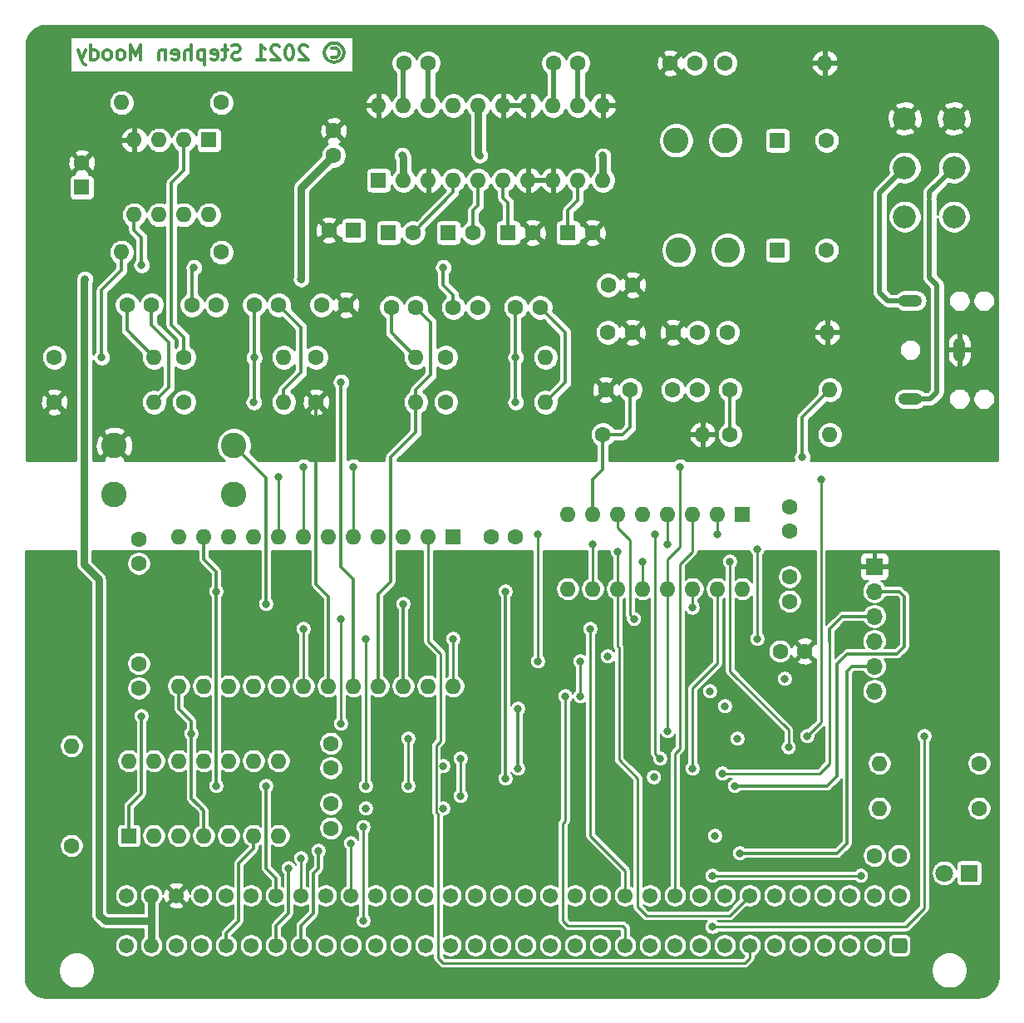
<source format=gbl>
G04 #@! TF.GenerationSoftware,KiCad,Pcbnew,(5.1.10)-1*
G04 #@! TF.CreationDate,2021-07-30T10:24:52+01:00*
G04 #@! TF.ProjectId,AudioYM2612,41756469-6f59-44d3-9236-31322e6b6963,rev?*
G04 #@! TF.SameCoordinates,Original*
G04 #@! TF.FileFunction,Copper,L4,Bot*
G04 #@! TF.FilePolarity,Positive*
%FSLAX46Y46*%
G04 Gerber Fmt 4.6, Leading zero omitted, Abs format (unit mm)*
G04 Created by KiCad (PCBNEW (5.1.10)-1) date 2021-07-30 10:24:52*
%MOMM*%
%LPD*%
G01*
G04 APERTURE LIST*
G04 #@! TA.AperFunction,NonConductor*
%ADD10C,0.300000*%
G04 #@! TD*
G04 #@! TA.AperFunction,ComponentPad*
%ADD11O,1.700000X1.700000*%
G04 #@! TD*
G04 #@! TA.AperFunction,ComponentPad*
%ADD12R,1.700000X1.700000*%
G04 #@! TD*
G04 #@! TA.AperFunction,ComponentPad*
%ADD13O,2.416000X1.208000*%
G04 #@! TD*
G04 #@! TA.AperFunction,ComponentPad*
%ADD14O,1.208000X2.416000*%
G04 #@! TD*
G04 #@! TA.AperFunction,ComponentPad*
%ADD15O,1.600000X1.600000*%
G04 #@! TD*
G04 #@! TA.AperFunction,ComponentPad*
%ADD16R,1.600000X1.600000*%
G04 #@! TD*
G04 #@! TA.AperFunction,ComponentPad*
%ADD17C,2.340000*%
G04 #@! TD*
G04 #@! TA.AperFunction,ComponentPad*
%ADD18C,1.600000*%
G04 #@! TD*
G04 #@! TA.AperFunction,ComponentPad*
%ADD19C,2.600000*%
G04 #@! TD*
G04 #@! TA.AperFunction,ComponentPad*
%ADD20C,1.550000*%
G04 #@! TD*
G04 #@! TA.AperFunction,ComponentPad*
%ADD21C,1.800000*%
G04 #@! TD*
G04 #@! TA.AperFunction,ComponentPad*
%ADD22R,1.800000X1.800000*%
G04 #@! TD*
G04 #@! TA.AperFunction,ViaPad*
%ADD23C,0.800000*%
G04 #@! TD*
G04 #@! TA.AperFunction,Conductor*
%ADD24C,0.300000*%
G04 #@! TD*
G04 #@! TA.AperFunction,Conductor*
%ADD25C,0.500000*%
G04 #@! TD*
G04 #@! TA.AperFunction,Conductor*
%ADD26C,0.750000*%
G04 #@! TD*
G04 #@! TA.AperFunction,Conductor*
%ADD27C,0.250000*%
G04 #@! TD*
G04 #@! TA.AperFunction,Conductor*
%ADD28C,0.254000*%
G04 #@! TD*
G04 #@! TA.AperFunction,Conductor*
%ADD29C,0.100000*%
G04 #@! TD*
G04 #@! TA.AperFunction,Conductor*
%ADD30C,0.200000*%
G04 #@! TD*
G04 APERTURE END LIST*
D10*
X131594285Y-52875714D02*
X131737142Y-52804285D01*
X132022857Y-52804285D01*
X132165714Y-52875714D01*
X132308571Y-53018571D01*
X132380000Y-53161428D01*
X132380000Y-53447142D01*
X132308571Y-53590000D01*
X132165714Y-53732857D01*
X132022857Y-53804285D01*
X131737142Y-53804285D01*
X131594285Y-53732857D01*
X131880000Y-52304285D02*
X132237142Y-52375714D01*
X132594285Y-52590000D01*
X132808571Y-52947142D01*
X132880000Y-53304285D01*
X132808571Y-53661428D01*
X132594285Y-54018571D01*
X132237142Y-54232857D01*
X131880000Y-54304285D01*
X131522857Y-54232857D01*
X131165714Y-54018571D01*
X130951428Y-53661428D01*
X130880000Y-53304285D01*
X130951428Y-52947142D01*
X131165714Y-52590000D01*
X131522857Y-52375714D01*
X131880000Y-52304285D01*
X129165714Y-52661428D02*
X129094285Y-52590000D01*
X128951428Y-52518571D01*
X128594285Y-52518571D01*
X128451428Y-52590000D01*
X128380000Y-52661428D01*
X128308571Y-52804285D01*
X128308571Y-52947142D01*
X128380000Y-53161428D01*
X129237142Y-54018571D01*
X128308571Y-54018571D01*
X127380000Y-52518571D02*
X127237142Y-52518571D01*
X127094285Y-52590000D01*
X127022857Y-52661428D01*
X126951428Y-52804285D01*
X126880000Y-53090000D01*
X126880000Y-53447142D01*
X126951428Y-53732857D01*
X127022857Y-53875714D01*
X127094285Y-53947142D01*
X127237142Y-54018571D01*
X127380000Y-54018571D01*
X127522857Y-53947142D01*
X127594285Y-53875714D01*
X127665714Y-53732857D01*
X127737142Y-53447142D01*
X127737142Y-53090000D01*
X127665714Y-52804285D01*
X127594285Y-52661428D01*
X127522857Y-52590000D01*
X127380000Y-52518571D01*
X126308571Y-52661428D02*
X126237142Y-52590000D01*
X126094285Y-52518571D01*
X125737142Y-52518571D01*
X125594285Y-52590000D01*
X125522857Y-52661428D01*
X125451428Y-52804285D01*
X125451428Y-52947142D01*
X125522857Y-53161428D01*
X126380000Y-54018571D01*
X125451428Y-54018571D01*
X124022857Y-54018571D02*
X124880000Y-54018571D01*
X124451428Y-54018571D02*
X124451428Y-52518571D01*
X124594285Y-52732857D01*
X124737142Y-52875714D01*
X124880000Y-52947142D01*
X122308571Y-53947142D02*
X122094285Y-54018571D01*
X121737142Y-54018571D01*
X121594285Y-53947142D01*
X121522857Y-53875714D01*
X121451428Y-53732857D01*
X121451428Y-53590000D01*
X121522857Y-53447142D01*
X121594285Y-53375714D01*
X121737142Y-53304285D01*
X122022857Y-53232857D01*
X122165714Y-53161428D01*
X122237142Y-53090000D01*
X122308571Y-52947142D01*
X122308571Y-52804285D01*
X122237142Y-52661428D01*
X122165714Y-52590000D01*
X122022857Y-52518571D01*
X121665714Y-52518571D01*
X121451428Y-52590000D01*
X121022857Y-53018571D02*
X120451428Y-53018571D01*
X120808571Y-52518571D02*
X120808571Y-53804285D01*
X120737142Y-53947142D01*
X120594285Y-54018571D01*
X120451428Y-54018571D01*
X119380000Y-53947142D02*
X119522857Y-54018571D01*
X119808571Y-54018571D01*
X119951428Y-53947142D01*
X120022857Y-53804285D01*
X120022857Y-53232857D01*
X119951428Y-53090000D01*
X119808571Y-53018571D01*
X119522857Y-53018571D01*
X119380000Y-53090000D01*
X119308571Y-53232857D01*
X119308571Y-53375714D01*
X120022857Y-53518571D01*
X118665714Y-53018571D02*
X118665714Y-54518571D01*
X118665714Y-53090000D02*
X118522857Y-53018571D01*
X118237142Y-53018571D01*
X118094285Y-53090000D01*
X118022857Y-53161428D01*
X117951428Y-53304285D01*
X117951428Y-53732857D01*
X118022857Y-53875714D01*
X118094285Y-53947142D01*
X118237142Y-54018571D01*
X118522857Y-54018571D01*
X118665714Y-53947142D01*
X117308571Y-54018571D02*
X117308571Y-52518571D01*
X116665714Y-54018571D02*
X116665714Y-53232857D01*
X116737142Y-53090000D01*
X116880000Y-53018571D01*
X117094285Y-53018571D01*
X117237142Y-53090000D01*
X117308571Y-53161428D01*
X115380000Y-53947142D02*
X115522857Y-54018571D01*
X115808571Y-54018571D01*
X115951428Y-53947142D01*
X116022857Y-53804285D01*
X116022857Y-53232857D01*
X115951428Y-53090000D01*
X115808571Y-53018571D01*
X115522857Y-53018571D01*
X115380000Y-53090000D01*
X115308571Y-53232857D01*
X115308571Y-53375714D01*
X116022857Y-53518571D01*
X114665714Y-53018571D02*
X114665714Y-54018571D01*
X114665714Y-53161428D02*
X114594285Y-53090000D01*
X114451428Y-53018571D01*
X114237142Y-53018571D01*
X114094285Y-53090000D01*
X114022857Y-53232857D01*
X114022857Y-54018571D01*
X112165714Y-54018571D02*
X112165714Y-52518571D01*
X111665714Y-53590000D01*
X111165714Y-52518571D01*
X111165714Y-54018571D01*
X110237142Y-54018571D02*
X110380000Y-53947142D01*
X110451428Y-53875714D01*
X110522857Y-53732857D01*
X110522857Y-53304285D01*
X110451428Y-53161428D01*
X110380000Y-53090000D01*
X110237142Y-53018571D01*
X110022857Y-53018571D01*
X109880000Y-53090000D01*
X109808571Y-53161428D01*
X109737142Y-53304285D01*
X109737142Y-53732857D01*
X109808571Y-53875714D01*
X109880000Y-53947142D01*
X110022857Y-54018571D01*
X110237142Y-54018571D01*
X108880000Y-54018571D02*
X109022857Y-53947142D01*
X109094285Y-53875714D01*
X109165714Y-53732857D01*
X109165714Y-53304285D01*
X109094285Y-53161428D01*
X109022857Y-53090000D01*
X108880000Y-53018571D01*
X108665714Y-53018571D01*
X108522857Y-53090000D01*
X108451428Y-53161428D01*
X108380000Y-53304285D01*
X108380000Y-53732857D01*
X108451428Y-53875714D01*
X108522857Y-53947142D01*
X108665714Y-54018571D01*
X108880000Y-54018571D01*
X107094285Y-54018571D02*
X107094285Y-52518571D01*
X107094285Y-53947142D02*
X107237142Y-54018571D01*
X107522857Y-54018571D01*
X107665714Y-53947142D01*
X107737142Y-53875714D01*
X107808571Y-53732857D01*
X107808571Y-53304285D01*
X107737142Y-53161428D01*
X107665714Y-53090000D01*
X107522857Y-53018571D01*
X107237142Y-53018571D01*
X107094285Y-53090000D01*
X106522857Y-53018571D02*
X106165714Y-54018571D01*
X105808571Y-53018571D02*
X106165714Y-54018571D01*
X106308571Y-54375714D01*
X106380000Y-54447142D01*
X106522857Y-54518571D01*
D11*
X186944000Y-118364000D03*
X186944000Y-115824000D03*
X186944000Y-113284000D03*
X186944000Y-110744000D03*
X186944000Y-108204000D03*
D12*
X186944000Y-105664000D03*
D13*
X190564000Y-88566000D03*
X190564000Y-78566000D03*
D14*
X195564000Y-83566000D03*
D15*
X136398000Y-58674000D03*
X159258000Y-66294000D03*
X138938000Y-58674000D03*
X156718000Y-66294000D03*
X141478000Y-58674000D03*
X154178000Y-66294000D03*
X144018000Y-58674000D03*
X151638000Y-66294000D03*
X146558000Y-58674000D03*
X149098000Y-66294000D03*
X149098000Y-58674000D03*
X146558000Y-66294000D03*
X151638000Y-58674000D03*
X144018000Y-66294000D03*
X154178000Y-58674000D03*
X141478000Y-66294000D03*
X156718000Y-58674000D03*
X138938000Y-66294000D03*
X159258000Y-58674000D03*
D16*
X136398000Y-66294000D03*
D15*
X119126000Y-69818000D03*
X111506000Y-62198000D03*
X116586000Y-69818000D03*
X114046000Y-62198000D03*
X114046000Y-69818000D03*
X116586000Y-62198000D03*
X111506000Y-69818000D03*
D16*
X119126000Y-62198000D03*
D15*
X173482000Y-107950000D03*
X155702000Y-100330000D03*
X170942000Y-107950000D03*
X158242000Y-100330000D03*
X168402000Y-107950000D03*
X160782000Y-100330000D03*
X165862000Y-107950000D03*
X163322000Y-100330000D03*
X163322000Y-107950000D03*
X165862000Y-100330000D03*
X160782000Y-107950000D03*
X168402000Y-100330000D03*
X158242000Y-107950000D03*
X170942000Y-100330000D03*
X155702000Y-107950000D03*
D16*
X173482000Y-100330000D03*
D15*
X144018000Y-117856000D03*
X116078000Y-102616000D03*
X141478000Y-117856000D03*
X118618000Y-102616000D03*
X138938000Y-117856000D03*
X121158000Y-102616000D03*
X136398000Y-117856000D03*
X123698000Y-102616000D03*
X133858000Y-117856000D03*
X126238000Y-102616000D03*
X131318000Y-117856000D03*
X128778000Y-102616000D03*
X128778000Y-117856000D03*
X131318000Y-102616000D03*
X126238000Y-117856000D03*
X133858000Y-102616000D03*
X123698000Y-117856000D03*
X136398000Y-102616000D03*
X121158000Y-117856000D03*
X138938000Y-102616000D03*
X118618000Y-117856000D03*
X141478000Y-102616000D03*
X116078000Y-117856000D03*
D16*
X144018000Y-102616000D03*
D15*
X110998000Y-125476000D03*
X126238000Y-133096000D03*
X113538000Y-125476000D03*
X123698000Y-133096000D03*
X116078000Y-125476000D03*
X121158000Y-133096000D03*
X118618000Y-125476000D03*
X118618000Y-133096000D03*
X121158000Y-125476000D03*
X116078000Y-133096000D03*
X123698000Y-125476000D03*
X113538000Y-133096000D03*
X126238000Y-125476000D03*
D16*
X110998000Y-133096000D03*
D17*
X190000000Y-70000000D03*
X190000000Y-65000000D03*
X190000000Y-60000000D03*
X195000000Y-70000000D03*
X195000000Y-65000000D03*
X195000000Y-60000000D03*
D15*
X182118000Y-81788000D03*
D18*
X171958000Y-81788000D03*
D15*
X181864000Y-54356000D03*
D18*
X171704000Y-54356000D03*
D15*
X110236000Y-73628000D03*
D18*
X120396000Y-73628000D03*
D15*
X110236000Y-58388000D03*
D18*
X120396000Y-58388000D03*
D15*
X153416000Y-84328000D03*
D18*
X143256000Y-84328000D03*
D15*
X126746000Y-84328000D03*
D18*
X116586000Y-84328000D03*
D15*
X153416000Y-88900000D03*
D18*
X143256000Y-88900000D03*
D15*
X126746000Y-88900000D03*
D18*
X116586000Y-88900000D03*
D15*
X140208000Y-84328000D03*
D18*
X130048000Y-84328000D03*
D15*
X113538000Y-84328000D03*
D18*
X103378000Y-84328000D03*
D15*
X182372000Y-92202000D03*
D18*
X172212000Y-92202000D03*
D15*
X182372000Y-87630000D03*
D18*
X172212000Y-87630000D03*
D15*
X140208000Y-88900000D03*
D18*
X130048000Y-88900000D03*
D15*
X113538000Y-88900000D03*
D18*
X103378000Y-88900000D03*
D15*
X169418000Y-92202000D03*
D18*
X159258000Y-92202000D03*
D15*
X105156000Y-123952000D03*
D18*
X105156000Y-134112000D03*
D15*
X187452000Y-125730000D03*
D18*
X197612000Y-125730000D03*
D15*
X187452000Y-130302000D03*
D18*
X197612000Y-130302000D03*
D19*
X171704000Y-62230000D03*
X166704000Y-62230000D03*
X171958000Y-73406000D03*
X166958000Y-73406000D03*
X109474000Y-93298000D03*
X109474000Y-98298000D03*
X121666000Y-93298000D03*
X121666000Y-98298000D03*
D20*
X110744000Y-139192000D03*
X113284000Y-139192000D03*
X115824000Y-139192000D03*
X118364000Y-139192000D03*
X120904000Y-139192000D03*
X123444000Y-139192000D03*
X125984000Y-139192000D03*
X128524000Y-139192000D03*
X131064000Y-139192000D03*
X133604000Y-139192000D03*
X136144000Y-139192000D03*
X138684000Y-139192000D03*
X141224000Y-139192000D03*
X143764000Y-139192000D03*
X146304000Y-139192000D03*
X148844000Y-139192000D03*
X151384000Y-139192000D03*
X153924000Y-139192000D03*
X156464000Y-139192000D03*
X159004000Y-139192000D03*
X161544000Y-139192000D03*
X164084000Y-139192000D03*
X166624000Y-139192000D03*
X169164000Y-139192000D03*
X171704000Y-139192000D03*
X174244000Y-139192000D03*
X176784000Y-139192000D03*
X179324000Y-139192000D03*
X181864000Y-139192000D03*
X184404000Y-139192000D03*
X186944000Y-139192000D03*
X189484000Y-139192000D03*
X110744000Y-144272000D03*
X113284000Y-144272000D03*
X115824000Y-144272000D03*
X118364000Y-144272000D03*
X120904000Y-144272000D03*
X123444000Y-144272000D03*
X125984000Y-144272000D03*
X128524000Y-144272000D03*
X131064000Y-144272000D03*
X133604000Y-144272000D03*
X136144000Y-144272000D03*
X138684000Y-144272000D03*
X141224000Y-144272000D03*
X143764000Y-144272000D03*
X146304000Y-144272000D03*
X148844000Y-144272000D03*
X151384000Y-144272000D03*
X153924000Y-144272000D03*
X156464000Y-144272000D03*
X159004000Y-144272000D03*
X161544000Y-144272000D03*
X164084000Y-144272000D03*
X166624000Y-144272000D03*
X169164000Y-144272000D03*
X171704000Y-144272000D03*
X174244000Y-144272000D03*
X176784000Y-144272000D03*
X179324000Y-144272000D03*
X181864000Y-144272000D03*
X184404000Y-144272000D03*
X186944000Y-144272000D03*
G04 #@! TA.AperFunction,ComponentPad*
G36*
G01*
X190259000Y-143746998D02*
X190259000Y-144797002D01*
G75*
G02*
X190009002Y-145047000I-249998J0D01*
G01*
X188958998Y-145047000D01*
G75*
G02*
X188709000Y-144797002I0J249998D01*
G01*
X188709000Y-143746998D01*
G75*
G02*
X188958998Y-143497000I249998J0D01*
G01*
X190009002Y-143497000D01*
G75*
G02*
X190259000Y-143746998I0J-249998D01*
G01*
G37*
G04 #@! TD.AperFunction*
D21*
X194056000Y-136906000D03*
D22*
X196596000Y-136906000D03*
D18*
X182038000Y-73406000D03*
D16*
X177038000Y-73406000D03*
D18*
X182038000Y-62230000D03*
D16*
X177038000Y-62230000D03*
D18*
X168910000Y-81788000D03*
X166410000Y-81788000D03*
X168616000Y-54356000D03*
X166116000Y-54356000D03*
X141478000Y-54356000D03*
X138978000Y-54356000D03*
X156718000Y-54356000D03*
X154218000Y-54356000D03*
X158202000Y-71628000D03*
D16*
X155702000Y-71628000D03*
D18*
X152106000Y-71628000D03*
D16*
X149606000Y-71628000D03*
D18*
X139914000Y-71628000D03*
D16*
X137414000Y-71628000D03*
D18*
X146010000Y-71628000D03*
D16*
X143510000Y-71628000D03*
D18*
X162306000Y-76962000D03*
X159806000Y-76962000D03*
X162266000Y-81788000D03*
X159766000Y-81788000D03*
X131826000Y-61254000D03*
X131826000Y-63754000D03*
X106172000Y-64524000D03*
D16*
X106172000Y-67024000D03*
D18*
X131572000Y-123698000D03*
X131572000Y-126198000D03*
X112014000Y-102870000D03*
X112014000Y-105370000D03*
X112014000Y-115570000D03*
X112014000Y-118070000D03*
X152868000Y-79248000D03*
X150368000Y-79248000D03*
X126238000Y-78994000D03*
X123738000Y-78994000D03*
X178308000Y-99568000D03*
X178308000Y-102068000D03*
X146518000Y-79248000D03*
X144018000Y-79248000D03*
X119888000Y-78994000D03*
X117388000Y-78994000D03*
X131572000Y-129834000D03*
X131572000Y-132334000D03*
X150368000Y-102616000D03*
X147868000Y-102616000D03*
X168870000Y-87630000D03*
X166370000Y-87630000D03*
X162052000Y-87630000D03*
X159552000Y-87630000D03*
X131358000Y-71374000D03*
D16*
X133858000Y-71374000D03*
D18*
X133096000Y-78994000D03*
X130596000Y-78994000D03*
X186944000Y-135128000D03*
X189444000Y-135128000D03*
X177332000Y-114300000D03*
X179832000Y-114300000D03*
X178308000Y-106720000D03*
X178308000Y-109220000D03*
X140208000Y-79248000D03*
X137708000Y-79248000D03*
X113284000Y-78994000D03*
X110784000Y-78994000D03*
D23*
X132588000Y-86868000D03*
X164450000Y-127112000D03*
X143002000Y-130302000D03*
X172974000Y-123190000D03*
X171704000Y-119888000D03*
X177800000Y-117094000D03*
X170180000Y-118364000D03*
X159766000Y-114808000D03*
X143002000Y-125984000D03*
X170688000Y-133096000D03*
X135128000Y-130302000D03*
X138938000Y-109474000D03*
X124968000Y-109474000D03*
X117602000Y-75184000D03*
X143002000Y-75184000D03*
X112268000Y-74930000D03*
X106476800Y-76352400D03*
X128524000Y-76352400D03*
X159258000Y-63804800D03*
X138785600Y-63754000D03*
X146710400Y-63754000D03*
X176022000Y-130302000D03*
X168402000Y-113284000D03*
X160782000Y-130810000D03*
X172974000Y-125475998D03*
X162560000Y-119126000D03*
X163576000Y-113284000D03*
X168402000Y-128524000D03*
X119888000Y-128016000D03*
X149352000Y-127254000D03*
X149352000Y-108204000D03*
X119888000Y-108204000D03*
X124968000Y-128016000D03*
X128524000Y-135382000D03*
X133604000Y-133858000D03*
X128778000Y-112014000D03*
X157988002Y-112014000D03*
X128778000Y-95504000D03*
X180086000Y-122936000D03*
X192024000Y-122936000D03*
X170434000Y-142367000D03*
X181483000Y-96774000D03*
X167132000Y-95504000D03*
X133858000Y-95504000D03*
X165862000Y-122428000D03*
X160782000Y-104140000D03*
X134874000Y-141732000D03*
X134874000Y-132207000D03*
X127254000Y-136398000D03*
X130302000Y-134620000D03*
X155448000Y-118872000D03*
X126238000Y-96520000D03*
X165100000Y-125222000D03*
X164592000Y-102362000D03*
X170942000Y-102362000D03*
X168402000Y-126238000D03*
X163321990Y-105156000D03*
X170434000Y-137160000D03*
X185547000Y-137160000D03*
X178181000Y-124079000D03*
X172212000Y-105156000D03*
X158242000Y-103378004D03*
X117348000Y-122682000D03*
X108204000Y-84328000D03*
X150622000Y-126238000D03*
X150622000Y-120142000D03*
X112268000Y-120904000D03*
X144780000Y-125222000D03*
X144780000Y-129032000D03*
X139446000Y-128016000D03*
X139446000Y-123190000D03*
X175006000Y-113030000D03*
X175006000Y-103886000D03*
X165862000Y-103378000D03*
X156972000Y-118872000D03*
X152654000Y-102362000D03*
X152654000Y-115316000D03*
X156972000Y-115316000D03*
X162432994Y-110998000D03*
X135128000Y-128016000D03*
X135128000Y-113030000D03*
X144018000Y-113030000D03*
X132588000Y-110998000D03*
X132588000Y-121666000D03*
X168402000Y-109854998D03*
X179578000Y-94488000D03*
X123698000Y-88900000D03*
X123738000Y-84368000D03*
X150368000Y-88900000D03*
X150368000Y-84328000D03*
X173228000Y-134874000D03*
X171450000Y-126746000D03*
X172720000Y-128016000D03*
D24*
X113538000Y-88900000D02*
X115062000Y-87376000D01*
X115062000Y-87376000D02*
X115062000Y-82804000D01*
X113284000Y-81026000D02*
X113284000Y-78994000D01*
X115062000Y-82804000D02*
X113284000Y-81026000D01*
X133858000Y-117856000D02*
X133858000Y-106934000D01*
X133858000Y-106934000D02*
X132588000Y-105664000D01*
X132588000Y-105664000D02*
X132588000Y-86868000D01*
X140208000Y-79248000D02*
X141732000Y-80772000D01*
X141732000Y-80772000D02*
X141732000Y-86106000D01*
X140208000Y-87630000D02*
X140208000Y-88900000D01*
X141732000Y-86106000D02*
X140208000Y-87630000D01*
X136398000Y-117856000D02*
X136398000Y-108458000D01*
X136398000Y-108458000D02*
X137668000Y-107188000D01*
X137668000Y-107188000D02*
X137668000Y-94488000D01*
X140208000Y-91948000D02*
X140208000Y-88900000D01*
X137668000Y-94488000D02*
X140208000Y-91948000D01*
X130048000Y-107442000D02*
X130048000Y-90678000D01*
X130048000Y-90678000D02*
X130048000Y-88900000D01*
X131318000Y-108712000D02*
X130048000Y-107442000D01*
X131318000Y-117856000D02*
X131318000Y-108712000D01*
X138938000Y-109474000D02*
X138938000Y-117856000D01*
X124968000Y-96600000D02*
X124968000Y-109474000D01*
X121666000Y-93298000D02*
X124968000Y-96600000D01*
X159258000Y-92202000D02*
X161290000Y-92202000D01*
X162052000Y-91440000D02*
X162052000Y-87630000D01*
X161290000Y-92202000D02*
X162052000Y-91440000D01*
X158242000Y-100330000D02*
X158242000Y-96774000D01*
X159258000Y-95758000D02*
X159258000Y-92202000D01*
X158242000Y-96774000D02*
X159258000Y-95758000D01*
X117388000Y-75398000D02*
X117602000Y-75184000D01*
X117388000Y-78994000D02*
X117388000Y-75398000D01*
X143002000Y-75184000D02*
X143002000Y-76962000D01*
X144018000Y-77978000D02*
X144018000Y-79248000D01*
X143002000Y-76962000D02*
X144018000Y-77978000D01*
X112268000Y-74930000D02*
X112268000Y-72136000D01*
X111506000Y-71374000D02*
X111506000Y-69818000D01*
X112268000Y-72136000D02*
X111506000Y-71374000D01*
X149606000Y-71628000D02*
X149606000Y-68580000D01*
X149098000Y-68072000D02*
X149098000Y-66294000D01*
X149606000Y-68580000D02*
X149098000Y-68072000D01*
X155702000Y-71628000D02*
X155702000Y-69342000D01*
X156718000Y-68326000D02*
X156718000Y-66294000D01*
X155702000Y-69342000D02*
X156718000Y-68326000D01*
D25*
X154218000Y-58634000D02*
X154178000Y-58674000D01*
X154218000Y-54356000D02*
X154218000Y-58634000D01*
X138938000Y-54396000D02*
X138978000Y-54356000D01*
X138938000Y-58674000D02*
X138938000Y-54396000D01*
D26*
X113284000Y-141782800D02*
X108559600Y-141782800D01*
X113284000Y-144272000D02*
X113284000Y-141782800D01*
X113284000Y-141782800D02*
X113284000Y-139192000D01*
X108559600Y-141782800D02*
X107950000Y-141173200D01*
X107950000Y-141173200D02*
X107950000Y-106984800D01*
X107950000Y-106984800D02*
X107723999Y-106758799D01*
X107723999Y-106758799D02*
X106426000Y-105460800D01*
X106426000Y-105460800D02*
X106426000Y-91186000D01*
X106426000Y-76403200D02*
X106476800Y-76352400D01*
X106426000Y-91186000D02*
X106426000Y-76403200D01*
X128524000Y-67056000D02*
X131826000Y-63754000D01*
X128524000Y-76352400D02*
X128524000Y-67056000D01*
X159258000Y-63804800D02*
X159258000Y-66294000D01*
X138938000Y-63906400D02*
X138785600Y-63754000D01*
X138938000Y-66294000D02*
X138938000Y-63906400D01*
X146558000Y-63601600D02*
X146710400Y-63754000D01*
X146558000Y-58674000D02*
X146558000Y-63601600D01*
D24*
X149352000Y-127254000D02*
X149352000Y-108204000D01*
X119888000Y-108204000D02*
X119888000Y-128016000D01*
X119888000Y-106172000D02*
X119888000Y-108204000D01*
X118618000Y-104902000D02*
X119888000Y-106172000D01*
X118618000Y-102616000D02*
X118618000Y-104902000D01*
X125984000Y-139192000D02*
X125984000Y-137414000D01*
X124968000Y-136398000D02*
X124968000Y-128016000D01*
X125984000Y-137414000D02*
X124968000Y-136398000D01*
D27*
X128524000Y-135382000D02*
X128524000Y-139192000D01*
X133604000Y-133858000D02*
X133604000Y-139192000D01*
X128778000Y-112014000D02*
X128778000Y-117856000D01*
X161544000Y-139192000D02*
X161544000Y-136652000D01*
X161544000Y-136652000D02*
X157988002Y-133096002D01*
X157988002Y-133096002D02*
X157988002Y-112014000D01*
X168402000Y-104140000D02*
X168402000Y-100330000D01*
X167132000Y-105410000D02*
X168402000Y-104140000D01*
X167132000Y-124206000D02*
X167132000Y-105410000D01*
X166624000Y-124714000D02*
X167132000Y-124206000D01*
X166624000Y-139192000D02*
X166624000Y-124714000D01*
X128778000Y-95504000D02*
X128778000Y-102616000D01*
X190119000Y-142367000D02*
X192024000Y-140462000D01*
X192024000Y-140462000D02*
X192024000Y-122936000D01*
X170434000Y-142367000D02*
X190119000Y-142367000D01*
X180086000Y-122936000D02*
X181483000Y-121539000D01*
X181483000Y-121539000D02*
X181483000Y-96774000D01*
X133858000Y-95504000D02*
X133858000Y-102616000D01*
X167132000Y-103632000D02*
X167132000Y-95504000D01*
X165862000Y-104902000D02*
X167132000Y-103632000D01*
X165862000Y-107950000D02*
X165862000Y-104902000D01*
X165862000Y-107950000D02*
X165862000Y-122428000D01*
X160782000Y-107950000D02*
X160782000Y-104140000D01*
X172212000Y-141224000D02*
X174244000Y-139192000D01*
X163703000Y-141224000D02*
X172212000Y-141224000D01*
X162814000Y-140335000D02*
X163703000Y-141224000D01*
X162814000Y-127254000D02*
X162814000Y-140335000D01*
X160909000Y-125349000D02*
X162814000Y-127254000D01*
X160782000Y-113792000D02*
X160909000Y-113919000D01*
X160909000Y-113919000D02*
X160909000Y-125349000D01*
X160782000Y-107950000D02*
X160782000Y-113792000D01*
D24*
X123698000Y-134366000D02*
X123698000Y-133096000D01*
X122174000Y-135890000D02*
X123698000Y-134366000D01*
X122174000Y-141732000D02*
X122174000Y-135890000D01*
X120904000Y-143002000D02*
X122174000Y-141732000D01*
X120904000Y-144272000D02*
X120904000Y-143002000D01*
D27*
X134874000Y-132842000D02*
X134874000Y-132207000D01*
X134874000Y-141732000D02*
X134874000Y-132842000D01*
D24*
X127254000Y-140970000D02*
X127254000Y-136398000D01*
X125984000Y-142240000D02*
X127254000Y-140970000D01*
X125984000Y-144272000D02*
X125984000Y-142240000D01*
X130302000Y-134620000D02*
X130302000Y-136398000D01*
X130302000Y-136398000D02*
X129794000Y-136906000D01*
X129794000Y-136906000D02*
X129794000Y-140970000D01*
X128524000Y-142240000D02*
X128524000Y-144272000D01*
X129794000Y-140970000D02*
X128524000Y-142240000D01*
D27*
X155448000Y-131572000D02*
X155448000Y-118872000D01*
X155194000Y-131826000D02*
X155448000Y-131572000D01*
X155194000Y-141732000D02*
X155194000Y-131826000D01*
X161290000Y-142240000D02*
X155702000Y-142240000D01*
X155702000Y-142240000D02*
X155194000Y-141732000D01*
X161544000Y-142494000D02*
X161290000Y-142240000D01*
X161544000Y-144272000D02*
X161544000Y-142494000D01*
X126238000Y-96520000D02*
X126238000Y-102616000D01*
X165100000Y-125222000D02*
X164592000Y-124714000D01*
X164592000Y-124714000D02*
X164592000Y-102362000D01*
X170942000Y-102362000D02*
X170942000Y-100330000D01*
X168402000Y-118046500D02*
X168402000Y-126238000D01*
X170942000Y-115506500D02*
X168402000Y-118046500D01*
X170942000Y-107950000D02*
X170942000Y-115506500D01*
X163322000Y-107950000D02*
X163322000Y-105156010D01*
X163322000Y-105156010D02*
X163321990Y-105156000D01*
X170434000Y-137160000D02*
X185547000Y-137160000D01*
X178181000Y-124079000D02*
X178181000Y-122301000D01*
X178181000Y-122301000D02*
X172212000Y-116332000D01*
X172212000Y-116332000D02*
X172212000Y-105156000D01*
X158242000Y-107950000D02*
X158242000Y-103378004D01*
X141478000Y-102616000D02*
X141478000Y-113284000D01*
X141478000Y-113284000D02*
X142748000Y-114554000D01*
X142748000Y-114554000D02*
X142748000Y-123444000D01*
X142276999Y-130650001D02*
X142494000Y-130867002D01*
X142276999Y-123915001D02*
X142276999Y-130650001D01*
X142748000Y-123444000D02*
X142276999Y-123915001D01*
X142494000Y-140208000D02*
X142494000Y-140970000D01*
X142494000Y-139700000D02*
X142494000Y-140208000D01*
X142494000Y-130867002D02*
X142494000Y-139700000D01*
X142494000Y-141224000D02*
X142494000Y-139700000D01*
X142494000Y-145542000D02*
X142494000Y-141224000D01*
X143002000Y-146050000D02*
X142494000Y-145542000D01*
X173736000Y-146050000D02*
X143002000Y-146050000D01*
X174244000Y-145542000D02*
X173736000Y-146050000D01*
X174244000Y-144272000D02*
X174244000Y-145542000D01*
D25*
X195000000Y-65000000D02*
X192532000Y-67468000D01*
X192532000Y-67468000D02*
X192532000Y-68072000D01*
X192532000Y-68326000D02*
X192532000Y-76200000D01*
D24*
X192532000Y-68072000D02*
X192532000Y-68326000D01*
D25*
X192532000Y-76200000D02*
X193294000Y-76962000D01*
X193294000Y-87884000D02*
X192612000Y-88566000D01*
X193294000Y-76962000D02*
X193294000Y-87884000D01*
X190564000Y-88566000D02*
X192612000Y-88566000D01*
X190564000Y-78566000D02*
X188294000Y-78566000D01*
X188294000Y-78566000D02*
X187452000Y-77724000D01*
X187452000Y-67548000D02*
X190000000Y-65000000D01*
X187452000Y-77724000D02*
X187452000Y-67548000D01*
D24*
X116078000Y-120142000D02*
X117348000Y-121412000D01*
X116078000Y-117856000D02*
X116078000Y-120142000D01*
X118618000Y-133096000D02*
X118618000Y-130556000D01*
X118618000Y-130556000D02*
X118237000Y-130175000D01*
X117348000Y-129286000D02*
X118237000Y-130175000D01*
X117348000Y-122682000D02*
X117348000Y-129286000D01*
X117348000Y-121412000D02*
X117348000Y-122682000D01*
X116586000Y-84328000D02*
X116586000Y-82296000D01*
X116586000Y-82296000D02*
X115316000Y-81026000D01*
X115316000Y-81026000D02*
X115316000Y-66548000D01*
X116586000Y-65278000D02*
X116586000Y-62198000D01*
X115316000Y-66548000D02*
X116586000Y-65278000D01*
X108204000Y-84328000D02*
X108204000Y-77470000D01*
X110236000Y-75438000D02*
X110236000Y-73628000D01*
X108204000Y-77470000D02*
X110236000Y-75438000D01*
X150622000Y-126238000D02*
X150622000Y-120142000D01*
X112268000Y-120904000D02*
X112268000Y-128778000D01*
X110998000Y-130048000D02*
X110998000Y-133096000D01*
X112268000Y-128778000D02*
X110998000Y-130048000D01*
D27*
X144780000Y-125222000D02*
X144780000Y-129032000D01*
X139446000Y-128016000D02*
X139446000Y-123190000D01*
X175006000Y-113030000D02*
X175006000Y-103886000D01*
X165862000Y-103378000D02*
X165862000Y-100330000D01*
X152654000Y-102362000D02*
X152654000Y-115316000D01*
X156972000Y-118872000D02*
X156972000Y-115316000D01*
X162052000Y-110617006D02*
X162432994Y-110998000D01*
X162052000Y-102997000D02*
X162052000Y-110617006D01*
X160782000Y-101727000D02*
X162052000Y-102997000D01*
X160782000Y-100330000D02*
X160782000Y-101727000D01*
X135128000Y-128016000D02*
X135128000Y-113030000D01*
X144018000Y-113030000D02*
X144018000Y-117856000D01*
X132588000Y-120904000D02*
X132588000Y-121666000D01*
X132588000Y-110998000D02*
X132588000Y-120904000D01*
X168402000Y-107950000D02*
X168402000Y-109854998D01*
D24*
X110784000Y-81574000D02*
X113538000Y-84328000D01*
X110784000Y-78994000D02*
X110784000Y-81574000D01*
X137708000Y-81828000D02*
X140208000Y-84328000D01*
X137708000Y-79248000D02*
X137708000Y-81828000D01*
X126238000Y-78994000D02*
X128524000Y-81280000D01*
X128524000Y-81280000D02*
X128524000Y-85852000D01*
X126746000Y-87630000D02*
X126746000Y-88900000D01*
X128524000Y-85852000D02*
X126746000Y-87630000D01*
X179578000Y-90424000D02*
X182372000Y-87630000D01*
X179578000Y-94488000D02*
X179578000Y-90424000D01*
X152868000Y-79248000D02*
X155448000Y-81828000D01*
X155448000Y-86868000D02*
X153416000Y-88900000D01*
X155448000Y-81828000D02*
X155448000Y-86868000D01*
X123738000Y-88860000D02*
X123698000Y-88900000D01*
X123738000Y-78994000D02*
X123738000Y-80304000D01*
X123738000Y-84368000D02*
X123738000Y-88860000D01*
X123738000Y-80304000D02*
X123738000Y-84368000D01*
X150368000Y-84328000D02*
X150368000Y-88900000D01*
X150368000Y-79248000D02*
X150368000Y-84328000D01*
X146010000Y-71628000D02*
X146010000Y-69382000D01*
X146558000Y-68834000D02*
X146558000Y-66294000D01*
X146010000Y-69382000D02*
X146558000Y-68834000D01*
X139914000Y-71628000D02*
X144018000Y-67524000D01*
X144018000Y-67524000D02*
X144018000Y-66294000D01*
D25*
X156718000Y-54356000D02*
X156718000Y-58674000D01*
X141478000Y-54356000D02*
X141478000Y-58674000D01*
D24*
X172212000Y-87630000D02*
X172212000Y-92202000D01*
X183134000Y-134874000D02*
X184150000Y-133858000D01*
X173228000Y-134874000D02*
X183134000Y-134874000D01*
X184150000Y-117348000D02*
X184150000Y-116332000D01*
X184150000Y-133858000D02*
X184150000Y-117348000D01*
X184658000Y-115824000D02*
X186944000Y-115824000D01*
X184150000Y-116332000D02*
X184658000Y-115824000D01*
D27*
X181356000Y-126746000D02*
X182372000Y-125730000D01*
X171450000Y-126746000D02*
X181356000Y-126746000D01*
D24*
X182372000Y-113284000D02*
X182372000Y-112014000D01*
D27*
X182372000Y-125730000D02*
X182372000Y-113284000D01*
D24*
X183642000Y-110744000D02*
X186944000Y-110744000D01*
X182372000Y-112014000D02*
X183642000Y-110744000D01*
X172720000Y-128016000D02*
X182118000Y-128016000D01*
X182118000Y-128016000D02*
X183134000Y-127000000D01*
X183134000Y-116332000D02*
X183134000Y-115570000D01*
X183134000Y-127000000D02*
X183134000Y-116332000D01*
X183134000Y-115570000D02*
X184150000Y-114554000D01*
X184150000Y-114554000D02*
X189230000Y-114554000D01*
X189230000Y-114554000D02*
X189992000Y-113792000D01*
X189992000Y-113792000D02*
X189992000Y-108712000D01*
X189484000Y-108204000D02*
X186944000Y-108204000D01*
X189992000Y-108712000D02*
X189484000Y-108204000D01*
D28*
X197877858Y-50591697D02*
X198241316Y-50701432D01*
X198576540Y-50879673D01*
X198870760Y-51119632D01*
X199112770Y-51412171D01*
X199293349Y-51746145D01*
X199405620Y-52108833D01*
X199448001Y-52512065D01*
X199448000Y-85027108D01*
X199448001Y-85027118D01*
X199448000Y-90027108D01*
X199448001Y-90027118D01*
X199448001Y-94873000D01*
X180421905Y-94873000D01*
X180469376Y-94758396D01*
X180505000Y-94579301D01*
X180505000Y-94396699D01*
X180469376Y-94217604D01*
X180399496Y-94048901D01*
X180298048Y-93897072D01*
X180255000Y-93854024D01*
X180255000Y-92071302D01*
X181045000Y-92071302D01*
X181045000Y-92332698D01*
X181095996Y-92589072D01*
X181196028Y-92830570D01*
X181341252Y-93047913D01*
X181526087Y-93232748D01*
X181743430Y-93377972D01*
X181984928Y-93478004D01*
X182241302Y-93529000D01*
X182502698Y-93529000D01*
X182759072Y-93478004D01*
X183000570Y-93377972D01*
X183217913Y-93232748D01*
X183402748Y-93047913D01*
X183547972Y-92830570D01*
X183648004Y-92589072D01*
X183699000Y-92332698D01*
X183699000Y-92071302D01*
X183648004Y-91814928D01*
X183547972Y-91573430D01*
X183402748Y-91356087D01*
X183217913Y-91171252D01*
X183000570Y-91026028D01*
X182759072Y-90925996D01*
X182502698Y-90875000D01*
X182241302Y-90875000D01*
X181984928Y-90925996D01*
X181743430Y-91026028D01*
X181526087Y-91171252D01*
X181341252Y-91356087D01*
X181196028Y-91573430D01*
X181095996Y-91814928D01*
X181045000Y-92071302D01*
X180255000Y-92071302D01*
X180255000Y-90704422D01*
X182042055Y-88917367D01*
X182241302Y-88957000D01*
X182502698Y-88957000D01*
X182759072Y-88906004D01*
X183000570Y-88805972D01*
X183217913Y-88660748D01*
X183312661Y-88566000D01*
X188823528Y-88566000D01*
X188845365Y-88787715D01*
X188910037Y-89000909D01*
X189015058Y-89197390D01*
X189156393Y-89369607D01*
X189328610Y-89510942D01*
X189525091Y-89615963D01*
X189738285Y-89680635D01*
X189904442Y-89697000D01*
X191223558Y-89697000D01*
X191389715Y-89680635D01*
X191602909Y-89615963D01*
X191799390Y-89510942D01*
X191971607Y-89369607D01*
X191993443Y-89343000D01*
X192573837Y-89343000D01*
X192612000Y-89346759D01*
X192650163Y-89343000D01*
X192650166Y-89343000D01*
X192764319Y-89331757D01*
X192910784Y-89287327D01*
X193045766Y-89215177D01*
X193164080Y-89118080D01*
X193188412Y-89088431D01*
X193816436Y-88460408D01*
X193823025Y-88455000D01*
X194437000Y-88455000D01*
X194437000Y-88677000D01*
X194480310Y-88894734D01*
X194565266Y-89099835D01*
X194688602Y-89284421D01*
X194845579Y-89441398D01*
X195030165Y-89564734D01*
X195235266Y-89649690D01*
X195453000Y-89693000D01*
X195675000Y-89693000D01*
X195892734Y-89649690D01*
X196097835Y-89564734D01*
X196282421Y-89441398D01*
X196439398Y-89284421D01*
X196562734Y-89099835D01*
X196647690Y-88894734D01*
X196691000Y-88677000D01*
X196691000Y-88455000D01*
X196937000Y-88455000D01*
X196937000Y-88677000D01*
X196980310Y-88894734D01*
X197065266Y-89099835D01*
X197188602Y-89284421D01*
X197345579Y-89441398D01*
X197530165Y-89564734D01*
X197735266Y-89649690D01*
X197953000Y-89693000D01*
X198175000Y-89693000D01*
X198392734Y-89649690D01*
X198597835Y-89564734D01*
X198782421Y-89441398D01*
X198939398Y-89284421D01*
X199062734Y-89099835D01*
X199147690Y-88894734D01*
X199191000Y-88677000D01*
X199191000Y-88455000D01*
X199147690Y-88237266D01*
X199062734Y-88032165D01*
X198939398Y-87847579D01*
X198782421Y-87690602D01*
X198597835Y-87567266D01*
X198392734Y-87482310D01*
X198175000Y-87439000D01*
X197953000Y-87439000D01*
X197735266Y-87482310D01*
X197530165Y-87567266D01*
X197345579Y-87690602D01*
X197188602Y-87847579D01*
X197065266Y-88032165D01*
X196980310Y-88237266D01*
X196937000Y-88455000D01*
X196691000Y-88455000D01*
X196647690Y-88237266D01*
X196562734Y-88032165D01*
X196439398Y-87847579D01*
X196282421Y-87690602D01*
X196097835Y-87567266D01*
X195892734Y-87482310D01*
X195675000Y-87439000D01*
X195453000Y-87439000D01*
X195235266Y-87482310D01*
X195030165Y-87567266D01*
X194845579Y-87690602D01*
X194688602Y-87847579D01*
X194565266Y-88032165D01*
X194480310Y-88237266D01*
X194437000Y-88455000D01*
X193823025Y-88455000D01*
X193846080Y-88436080D01*
X193870409Y-88406435D01*
X193943178Y-88317766D01*
X193995581Y-88219725D01*
X194015327Y-88182784D01*
X194059757Y-88036319D01*
X194071000Y-87922166D01*
X194071000Y-87922164D01*
X194074759Y-87884000D01*
X194071000Y-87845837D01*
X194071000Y-83693000D01*
X194325000Y-83693000D01*
X194325000Y-84297000D01*
X194373584Y-84536277D01*
X194467915Y-84761478D01*
X194604368Y-84963948D01*
X194777699Y-85135907D01*
X194981247Y-85270747D01*
X195207190Y-85363286D01*
X195245762Y-85367433D01*
X195437000Y-85242759D01*
X195437000Y-83693000D01*
X195691000Y-83693000D01*
X195691000Y-85242759D01*
X195882238Y-85367433D01*
X195920810Y-85363286D01*
X196146753Y-85270747D01*
X196350301Y-85135907D01*
X196523632Y-84963948D01*
X196660085Y-84761478D01*
X196754416Y-84536277D01*
X196803000Y-84297000D01*
X196803000Y-83693000D01*
X195691000Y-83693000D01*
X195437000Y-83693000D01*
X194325000Y-83693000D01*
X194071000Y-83693000D01*
X194071000Y-82835000D01*
X194325000Y-82835000D01*
X194325000Y-83439000D01*
X195437000Y-83439000D01*
X195437000Y-81889241D01*
X195691000Y-81889241D01*
X195691000Y-83439000D01*
X196803000Y-83439000D01*
X196803000Y-82835000D01*
X196754416Y-82595723D01*
X196660085Y-82370522D01*
X196523632Y-82168052D01*
X196350301Y-81996093D01*
X196146753Y-81861253D01*
X195920810Y-81768714D01*
X195882238Y-81764567D01*
X195691000Y-81889241D01*
X195437000Y-81889241D01*
X195245762Y-81764567D01*
X195207190Y-81768714D01*
X194981247Y-81861253D01*
X194777699Y-81996093D01*
X194604368Y-82168052D01*
X194467915Y-82370522D01*
X194373584Y-82595723D01*
X194325000Y-82835000D01*
X194071000Y-82835000D01*
X194071000Y-78455000D01*
X194437000Y-78455000D01*
X194437000Y-78677000D01*
X194480310Y-78894734D01*
X194565266Y-79099835D01*
X194688602Y-79284421D01*
X194845579Y-79441398D01*
X195030165Y-79564734D01*
X195235266Y-79649690D01*
X195453000Y-79693000D01*
X195675000Y-79693000D01*
X195892734Y-79649690D01*
X196097835Y-79564734D01*
X196282421Y-79441398D01*
X196439398Y-79284421D01*
X196562734Y-79099835D01*
X196647690Y-78894734D01*
X196691000Y-78677000D01*
X196691000Y-78455000D01*
X196937000Y-78455000D01*
X196937000Y-78677000D01*
X196980310Y-78894734D01*
X197065266Y-79099835D01*
X197188602Y-79284421D01*
X197345579Y-79441398D01*
X197530165Y-79564734D01*
X197735266Y-79649690D01*
X197953000Y-79693000D01*
X198175000Y-79693000D01*
X198392734Y-79649690D01*
X198597835Y-79564734D01*
X198782421Y-79441398D01*
X198939398Y-79284421D01*
X199062734Y-79099835D01*
X199147690Y-78894734D01*
X199191000Y-78677000D01*
X199191000Y-78455000D01*
X199147690Y-78237266D01*
X199062734Y-78032165D01*
X198939398Y-77847579D01*
X198782421Y-77690602D01*
X198597835Y-77567266D01*
X198392734Y-77482310D01*
X198175000Y-77439000D01*
X197953000Y-77439000D01*
X197735266Y-77482310D01*
X197530165Y-77567266D01*
X197345579Y-77690602D01*
X197188602Y-77847579D01*
X197065266Y-78032165D01*
X196980310Y-78237266D01*
X196937000Y-78455000D01*
X196691000Y-78455000D01*
X196647690Y-78237266D01*
X196562734Y-78032165D01*
X196439398Y-77847579D01*
X196282421Y-77690602D01*
X196097835Y-77567266D01*
X195892734Y-77482310D01*
X195675000Y-77439000D01*
X195453000Y-77439000D01*
X195235266Y-77482310D01*
X195030165Y-77567266D01*
X194845579Y-77690602D01*
X194688602Y-77847579D01*
X194565266Y-78032165D01*
X194480310Y-78237266D01*
X194437000Y-78455000D01*
X194071000Y-78455000D01*
X194071000Y-77000163D01*
X194074759Y-76962000D01*
X194067814Y-76891488D01*
X194059757Y-76809681D01*
X194015327Y-76663216D01*
X193943177Y-76528234D01*
X193900307Y-76475996D01*
X193870409Y-76439565D01*
X193870408Y-76439564D01*
X193846080Y-76409920D01*
X193816437Y-76385593D01*
X193309000Y-75878157D01*
X193309000Y-70197304D01*
X193368215Y-70494997D01*
X193496138Y-70803831D01*
X193681854Y-71081774D01*
X193918226Y-71318146D01*
X194196169Y-71503862D01*
X194505003Y-71631785D01*
X194832860Y-71697000D01*
X195167140Y-71697000D01*
X195494997Y-71631785D01*
X195803831Y-71503862D01*
X196081774Y-71318146D01*
X196318146Y-71081774D01*
X196503862Y-70803831D01*
X196631785Y-70494997D01*
X196697000Y-70167140D01*
X196697000Y-69832860D01*
X196631785Y-69505003D01*
X196503862Y-69196169D01*
X196318146Y-68918226D01*
X196081774Y-68681854D01*
X195803831Y-68496138D01*
X195494997Y-68368215D01*
X195167140Y-68303000D01*
X194832860Y-68303000D01*
X194505003Y-68368215D01*
X194196169Y-68496138D01*
X193918226Y-68681854D01*
X193681854Y-68918226D01*
X193496138Y-69196169D01*
X193368215Y-69505003D01*
X193309000Y-69802696D01*
X193309000Y-68287834D01*
X193300251Y-68199000D01*
X193309000Y-68110166D01*
X193309000Y-67789843D01*
X194478172Y-66620671D01*
X194505003Y-66631785D01*
X194832860Y-66697000D01*
X195167140Y-66697000D01*
X195494997Y-66631785D01*
X195803831Y-66503862D01*
X196081774Y-66318146D01*
X196318146Y-66081774D01*
X196503862Y-65803831D01*
X196631785Y-65494997D01*
X196697000Y-65167140D01*
X196697000Y-64832860D01*
X196631785Y-64505003D01*
X196503862Y-64196169D01*
X196318146Y-63918226D01*
X196081774Y-63681854D01*
X195803831Y-63496138D01*
X195494997Y-63368215D01*
X195167140Y-63303000D01*
X194832860Y-63303000D01*
X194505003Y-63368215D01*
X194196169Y-63496138D01*
X193918226Y-63681854D01*
X193681854Y-63918226D01*
X193496138Y-64196169D01*
X193368215Y-64505003D01*
X193303000Y-64832860D01*
X193303000Y-65167140D01*
X193368215Y-65494997D01*
X193379329Y-65521828D01*
X192009569Y-66891587D01*
X191979920Y-66915920D01*
X191930203Y-66976501D01*
X191882823Y-67034234D01*
X191840386Y-67113628D01*
X191810673Y-67169217D01*
X191766243Y-67315682D01*
X191758364Y-67395681D01*
X191751241Y-67468000D01*
X191755000Y-67506163D01*
X191755000Y-68110166D01*
X191763749Y-68199000D01*
X191755000Y-68287835D01*
X191755001Y-76161827D01*
X191751241Y-76200000D01*
X191766244Y-76352318D01*
X191810673Y-76498783D01*
X191882823Y-76633766D01*
X191955591Y-76722434D01*
X191979921Y-76752080D01*
X192009565Y-76776408D01*
X192517000Y-77283844D01*
X192517001Y-87562155D01*
X192290157Y-87789000D01*
X191993443Y-87789000D01*
X191971607Y-87762393D01*
X191799390Y-87621058D01*
X191602909Y-87516037D01*
X191389715Y-87451365D01*
X191223558Y-87435000D01*
X189904442Y-87435000D01*
X189738285Y-87451365D01*
X189525091Y-87516037D01*
X189328610Y-87621058D01*
X189156393Y-87762393D01*
X189015058Y-87934610D01*
X188910037Y-88131091D01*
X188845365Y-88344285D01*
X188823528Y-88566000D01*
X183312661Y-88566000D01*
X183402748Y-88475913D01*
X183547972Y-88258570D01*
X183648004Y-88017072D01*
X183699000Y-87760698D01*
X183699000Y-87499302D01*
X183648004Y-87242928D01*
X183547972Y-87001430D01*
X183402748Y-86784087D01*
X183217913Y-86599252D01*
X183000570Y-86454028D01*
X182759072Y-86353996D01*
X182502698Y-86303000D01*
X182241302Y-86303000D01*
X181984928Y-86353996D01*
X181743430Y-86454028D01*
X181526087Y-86599252D01*
X181341252Y-86784087D01*
X181196028Y-87001430D01*
X181095996Y-87242928D01*
X181045000Y-87499302D01*
X181045000Y-87760698D01*
X181084633Y-87959945D01*
X179122800Y-89921778D01*
X179096974Y-89942973D01*
X179075779Y-89968799D01*
X179075776Y-89968802D01*
X179012372Y-90046060D01*
X178949508Y-90163671D01*
X178910796Y-90291286D01*
X178897726Y-90424000D01*
X178901001Y-90457254D01*
X178901000Y-93854024D01*
X178857952Y-93897072D01*
X178756504Y-94048901D01*
X178686624Y-94217604D01*
X178651000Y-94396699D01*
X178651000Y-94579301D01*
X178686624Y-94758396D01*
X178734095Y-94873000D01*
X167811976Y-94873000D01*
X167722928Y-94783952D01*
X167571099Y-94682504D01*
X167402396Y-94612624D01*
X167223301Y-94577000D01*
X167040699Y-94577000D01*
X166861604Y-94612624D01*
X166692901Y-94682504D01*
X166541072Y-94783952D01*
X166452024Y-94873000D01*
X159935000Y-94873000D01*
X159935000Y-93345612D01*
X160103913Y-93232748D01*
X160288748Y-93047913D01*
X160401612Y-92879000D01*
X161256755Y-92879000D01*
X161290000Y-92882274D01*
X161323245Y-92879000D01*
X161323252Y-92879000D01*
X161422715Y-92869204D01*
X161550330Y-92830492D01*
X161667941Y-92767628D01*
X161771027Y-92683027D01*
X161792226Y-92657196D01*
X161898383Y-92551039D01*
X168026096Y-92551039D01*
X168066754Y-92685087D01*
X168186963Y-92939420D01*
X168354481Y-93165414D01*
X168562869Y-93354385D01*
X168804119Y-93499070D01*
X169068960Y-93593909D01*
X169291000Y-93472624D01*
X169291000Y-92329000D01*
X169545000Y-92329000D01*
X169545000Y-93472624D01*
X169767040Y-93593909D01*
X170031881Y-93499070D01*
X170273131Y-93354385D01*
X170481519Y-93165414D01*
X170649037Y-92939420D01*
X170769246Y-92685087D01*
X170809904Y-92551039D01*
X170687915Y-92329000D01*
X169545000Y-92329000D01*
X169291000Y-92329000D01*
X168148085Y-92329000D01*
X168026096Y-92551039D01*
X161898383Y-92551039D01*
X162507205Y-91942218D01*
X162533026Y-91921027D01*
X162554218Y-91895205D01*
X162554224Y-91895199D01*
X162588887Y-91852961D01*
X168026096Y-91852961D01*
X168148085Y-92075000D01*
X169291000Y-92075000D01*
X169291000Y-90931376D01*
X169545000Y-90931376D01*
X169545000Y-92075000D01*
X170687915Y-92075000D01*
X170809904Y-91852961D01*
X170769246Y-91718913D01*
X170649037Y-91464580D01*
X170481519Y-91238586D01*
X170273131Y-91049615D01*
X170031881Y-90904930D01*
X169767040Y-90810091D01*
X169545000Y-90931376D01*
X169291000Y-90931376D01*
X169068960Y-90810091D01*
X168804119Y-90904930D01*
X168562869Y-91049615D01*
X168354481Y-91238586D01*
X168186963Y-91464580D01*
X168066754Y-91718913D01*
X168026096Y-91852961D01*
X162588887Y-91852961D01*
X162617628Y-91817941D01*
X162680492Y-91700330D01*
X162719204Y-91572715D01*
X162732275Y-91440000D01*
X162729000Y-91406748D01*
X162729000Y-88773612D01*
X162897913Y-88660748D01*
X163082748Y-88475913D01*
X163227972Y-88258570D01*
X163328004Y-88017072D01*
X163379000Y-87760698D01*
X163379000Y-87499302D01*
X165043000Y-87499302D01*
X165043000Y-87760698D01*
X165093996Y-88017072D01*
X165194028Y-88258570D01*
X165339252Y-88475913D01*
X165524087Y-88660748D01*
X165741430Y-88805972D01*
X165982928Y-88906004D01*
X166239302Y-88957000D01*
X166500698Y-88957000D01*
X166757072Y-88906004D01*
X166998570Y-88805972D01*
X167215913Y-88660748D01*
X167400748Y-88475913D01*
X167545972Y-88258570D01*
X167620000Y-88079851D01*
X167694028Y-88258570D01*
X167839252Y-88475913D01*
X168024087Y-88660748D01*
X168241430Y-88805972D01*
X168482928Y-88906004D01*
X168739302Y-88957000D01*
X169000698Y-88957000D01*
X169257072Y-88906004D01*
X169498570Y-88805972D01*
X169715913Y-88660748D01*
X169900748Y-88475913D01*
X170045972Y-88258570D01*
X170146004Y-88017072D01*
X170197000Y-87760698D01*
X170197000Y-87499302D01*
X170885000Y-87499302D01*
X170885000Y-87760698D01*
X170935996Y-88017072D01*
X171036028Y-88258570D01*
X171181252Y-88475913D01*
X171366087Y-88660748D01*
X171535000Y-88773612D01*
X171535001Y-91058387D01*
X171366087Y-91171252D01*
X171181252Y-91356087D01*
X171036028Y-91573430D01*
X170935996Y-91814928D01*
X170885000Y-92071302D01*
X170885000Y-92332698D01*
X170935996Y-92589072D01*
X171036028Y-92830570D01*
X171181252Y-93047913D01*
X171366087Y-93232748D01*
X171583430Y-93377972D01*
X171824928Y-93478004D01*
X172081302Y-93529000D01*
X172342698Y-93529000D01*
X172599072Y-93478004D01*
X172840570Y-93377972D01*
X173057913Y-93232748D01*
X173242748Y-93047913D01*
X173387972Y-92830570D01*
X173488004Y-92589072D01*
X173539000Y-92332698D01*
X173539000Y-92071302D01*
X173488004Y-91814928D01*
X173387972Y-91573430D01*
X173242748Y-91356087D01*
X173057913Y-91171252D01*
X172889000Y-91058388D01*
X172889000Y-88773612D01*
X173057913Y-88660748D01*
X173242748Y-88475913D01*
X173387972Y-88258570D01*
X173488004Y-88017072D01*
X173539000Y-87760698D01*
X173539000Y-87499302D01*
X173488004Y-87242928D01*
X173387972Y-87001430D01*
X173242748Y-86784087D01*
X173057913Y-86599252D01*
X172840570Y-86454028D01*
X172599072Y-86353996D01*
X172342698Y-86303000D01*
X172081302Y-86303000D01*
X171824928Y-86353996D01*
X171583430Y-86454028D01*
X171366087Y-86599252D01*
X171181252Y-86784087D01*
X171036028Y-87001430D01*
X170935996Y-87242928D01*
X170885000Y-87499302D01*
X170197000Y-87499302D01*
X170146004Y-87242928D01*
X170045972Y-87001430D01*
X169900748Y-86784087D01*
X169715913Y-86599252D01*
X169498570Y-86454028D01*
X169257072Y-86353996D01*
X169000698Y-86303000D01*
X168739302Y-86303000D01*
X168482928Y-86353996D01*
X168241430Y-86454028D01*
X168024087Y-86599252D01*
X167839252Y-86784087D01*
X167694028Y-87001430D01*
X167620000Y-87180149D01*
X167545972Y-87001430D01*
X167400748Y-86784087D01*
X167215913Y-86599252D01*
X166998570Y-86454028D01*
X166757072Y-86353996D01*
X166500698Y-86303000D01*
X166239302Y-86303000D01*
X165982928Y-86353996D01*
X165741430Y-86454028D01*
X165524087Y-86599252D01*
X165339252Y-86784087D01*
X165194028Y-87001430D01*
X165093996Y-87242928D01*
X165043000Y-87499302D01*
X163379000Y-87499302D01*
X163328004Y-87242928D01*
X163227972Y-87001430D01*
X163082748Y-86784087D01*
X162897913Y-86599252D01*
X162680570Y-86454028D01*
X162439072Y-86353996D01*
X162182698Y-86303000D01*
X161921302Y-86303000D01*
X161664928Y-86353996D01*
X161423430Y-86454028D01*
X161206087Y-86599252D01*
X161021252Y-86784087D01*
X160876028Y-87001430D01*
X160862710Y-87033582D01*
X160855603Y-87013708D01*
X160788671Y-86888486D01*
X160544702Y-86816903D01*
X159731605Y-87630000D01*
X160544702Y-88443097D01*
X160788671Y-88371514D01*
X160860197Y-88220351D01*
X160876028Y-88258570D01*
X161021252Y-88475913D01*
X161206087Y-88660748D01*
X161375001Y-88773613D01*
X161375000Y-91159577D01*
X161009578Y-91525000D01*
X160401612Y-91525000D01*
X160288748Y-91356087D01*
X160103913Y-91171252D01*
X159886570Y-91026028D01*
X159645072Y-90925996D01*
X159388698Y-90875000D01*
X159127302Y-90875000D01*
X158870928Y-90925996D01*
X158629430Y-91026028D01*
X158412087Y-91171252D01*
X158227252Y-91356087D01*
X158082028Y-91573430D01*
X157981996Y-91814928D01*
X157931000Y-92071302D01*
X157931000Y-92332698D01*
X157981996Y-92589072D01*
X158082028Y-92830570D01*
X158227252Y-93047913D01*
X158412087Y-93232748D01*
X158581001Y-93345613D01*
X158581000Y-94873000D01*
X138345000Y-94873000D01*
X138345000Y-94768422D01*
X140663200Y-92450222D01*
X140689026Y-92429027D01*
X140773628Y-92325941D01*
X140836492Y-92208330D01*
X140875204Y-92080715D01*
X140885000Y-91981252D01*
X140885000Y-91981243D01*
X140888274Y-91948001D01*
X140885000Y-91914759D01*
X140885000Y-90043612D01*
X141053913Y-89930748D01*
X141238748Y-89745913D01*
X141383972Y-89528570D01*
X141484004Y-89287072D01*
X141535000Y-89030698D01*
X141535000Y-88769302D01*
X141929000Y-88769302D01*
X141929000Y-89030698D01*
X141979996Y-89287072D01*
X142080028Y-89528570D01*
X142225252Y-89745913D01*
X142410087Y-89930748D01*
X142627430Y-90075972D01*
X142868928Y-90176004D01*
X143125302Y-90227000D01*
X143386698Y-90227000D01*
X143643072Y-90176004D01*
X143884570Y-90075972D01*
X144101913Y-89930748D01*
X144286748Y-89745913D01*
X144431972Y-89528570D01*
X144532004Y-89287072D01*
X144583000Y-89030698D01*
X144583000Y-88769302D01*
X144532004Y-88512928D01*
X144431972Y-88271430D01*
X144286748Y-88054087D01*
X144101913Y-87869252D01*
X143884570Y-87724028D01*
X143643072Y-87623996D01*
X143386698Y-87573000D01*
X143125302Y-87573000D01*
X142868928Y-87623996D01*
X142627430Y-87724028D01*
X142410087Y-87869252D01*
X142225252Y-88054087D01*
X142080028Y-88271430D01*
X141979996Y-88512928D01*
X141929000Y-88769302D01*
X141535000Y-88769302D01*
X141484004Y-88512928D01*
X141383972Y-88271430D01*
X141238748Y-88054087D01*
X141053913Y-87869252D01*
X140977337Y-87818085D01*
X142187196Y-86608226D01*
X142213027Y-86587027D01*
X142297628Y-86483941D01*
X142360492Y-86366330D01*
X142399204Y-86238715D01*
X142409000Y-86139252D01*
X142409000Y-86139243D01*
X142412274Y-86106001D01*
X142409000Y-86072759D01*
X142409000Y-85357661D01*
X142410087Y-85358748D01*
X142627430Y-85503972D01*
X142868928Y-85604004D01*
X143125302Y-85655000D01*
X143386698Y-85655000D01*
X143643072Y-85604004D01*
X143884570Y-85503972D01*
X144101913Y-85358748D01*
X144286748Y-85173913D01*
X144431972Y-84956570D01*
X144532004Y-84715072D01*
X144583000Y-84458698D01*
X144583000Y-84197302D01*
X144532004Y-83940928D01*
X144431972Y-83699430D01*
X144286748Y-83482087D01*
X144101913Y-83297252D01*
X143884570Y-83152028D01*
X143643072Y-83051996D01*
X143386698Y-83001000D01*
X143125302Y-83001000D01*
X142868928Y-83051996D01*
X142627430Y-83152028D01*
X142410087Y-83297252D01*
X142409000Y-83298339D01*
X142409000Y-80805241D01*
X142412274Y-80771999D01*
X142409000Y-80738757D01*
X142409000Y-80738748D01*
X142399204Y-80639285D01*
X142360492Y-80511670D01*
X142297628Y-80394059D01*
X142213026Y-80290973D01*
X142187200Y-80269778D01*
X141495367Y-79577945D01*
X141535000Y-79378698D01*
X141535000Y-79117302D01*
X141484004Y-78860928D01*
X141383972Y-78619430D01*
X141238748Y-78402087D01*
X141053913Y-78217252D01*
X140836570Y-78072028D01*
X140595072Y-77971996D01*
X140338698Y-77921000D01*
X140077302Y-77921000D01*
X139820928Y-77971996D01*
X139579430Y-78072028D01*
X139362087Y-78217252D01*
X139177252Y-78402087D01*
X139032028Y-78619430D01*
X138958000Y-78798149D01*
X138883972Y-78619430D01*
X138738748Y-78402087D01*
X138553913Y-78217252D01*
X138336570Y-78072028D01*
X138095072Y-77971996D01*
X137838698Y-77921000D01*
X137577302Y-77921000D01*
X137320928Y-77971996D01*
X137079430Y-78072028D01*
X136862087Y-78217252D01*
X136677252Y-78402087D01*
X136532028Y-78619430D01*
X136431996Y-78860928D01*
X136381000Y-79117302D01*
X136381000Y-79378698D01*
X136431996Y-79635072D01*
X136532028Y-79876570D01*
X136677252Y-80093913D01*
X136862087Y-80278748D01*
X137031000Y-80391612D01*
X137031001Y-81794746D01*
X137027726Y-81828000D01*
X137040796Y-81960714D01*
X137079508Y-82088329D01*
X137142372Y-82205940D01*
X137205776Y-82283198D01*
X137205779Y-82283201D01*
X137226974Y-82309027D01*
X137252800Y-82330222D01*
X138920633Y-83998055D01*
X138881000Y-84197302D01*
X138881000Y-84458698D01*
X138931996Y-84715072D01*
X139032028Y-84956570D01*
X139177252Y-85173913D01*
X139362087Y-85358748D01*
X139579430Y-85503972D01*
X139820928Y-85604004D01*
X140077302Y-85655000D01*
X140338698Y-85655000D01*
X140595072Y-85604004D01*
X140836570Y-85503972D01*
X141053913Y-85358748D01*
X141055001Y-85357660D01*
X141055001Y-85825577D01*
X139752802Y-87127776D01*
X139726973Y-87148974D01*
X139642372Y-87252060D01*
X139579508Y-87369671D01*
X139540796Y-87497286D01*
X139531000Y-87596749D01*
X139531000Y-87596755D01*
X139527726Y-87630000D01*
X139531000Y-87663245D01*
X139531000Y-87756388D01*
X139362087Y-87869252D01*
X139177252Y-88054087D01*
X139032028Y-88271430D01*
X138931996Y-88512928D01*
X138881000Y-88769302D01*
X138881000Y-89030698D01*
X138931996Y-89287072D01*
X139032028Y-89528570D01*
X139177252Y-89745913D01*
X139362087Y-89930748D01*
X139531001Y-90043613D01*
X139531000Y-91667578D01*
X137212800Y-93985778D01*
X137186974Y-94006973D01*
X137165779Y-94032799D01*
X137165776Y-94032802D01*
X137102372Y-94110060D01*
X137039508Y-94227671D01*
X137000796Y-94355286D01*
X136987726Y-94488000D01*
X136991001Y-94521251D01*
X136991001Y-94873000D01*
X134537976Y-94873000D01*
X134448928Y-94783952D01*
X134297099Y-94682504D01*
X134128396Y-94612624D01*
X133949301Y-94577000D01*
X133766699Y-94577000D01*
X133587604Y-94612624D01*
X133418901Y-94682504D01*
X133267072Y-94783952D01*
X133265000Y-94786024D01*
X133265000Y-87501976D01*
X133308048Y-87458928D01*
X133409496Y-87307099D01*
X133479376Y-87138396D01*
X133515000Y-86959301D01*
X133515000Y-86776699D01*
X133479376Y-86597604D01*
X133409496Y-86428901D01*
X133308048Y-86277072D01*
X133178928Y-86147952D01*
X133027099Y-86046504D01*
X132858396Y-85976624D01*
X132679301Y-85941000D01*
X132496699Y-85941000D01*
X132317604Y-85976624D01*
X132148901Y-86046504D01*
X131997072Y-86147952D01*
X131867952Y-86277072D01*
X131766504Y-86428901D01*
X131696624Y-86597604D01*
X131661000Y-86776699D01*
X131661000Y-86959301D01*
X131696624Y-87138396D01*
X131766504Y-87307099D01*
X131867952Y-87458928D01*
X131911001Y-87501977D01*
X131911001Y-94873000D01*
X129457976Y-94873000D01*
X129368928Y-94783952D01*
X129217099Y-94682504D01*
X129048396Y-94612624D01*
X128869301Y-94577000D01*
X128686699Y-94577000D01*
X128507604Y-94612624D01*
X128338901Y-94682504D01*
X128187072Y-94783952D01*
X128098024Y-94873000D01*
X124198422Y-94873000D01*
X123344747Y-94019325D01*
X123422789Y-93830916D01*
X123493000Y-93477944D01*
X123493000Y-93118056D01*
X123422789Y-92765084D01*
X123285066Y-92432591D01*
X123085124Y-92133355D01*
X122830645Y-91878876D01*
X122531409Y-91678934D01*
X122198916Y-91541211D01*
X121845944Y-91471000D01*
X121486056Y-91471000D01*
X121133084Y-91541211D01*
X120800591Y-91678934D01*
X120501355Y-91878876D01*
X120246876Y-92133355D01*
X120046934Y-92432591D01*
X119909211Y-92765084D01*
X119839000Y-93118056D01*
X119839000Y-93477944D01*
X119909211Y-93830916D01*
X120046934Y-94163409D01*
X120246876Y-94462645D01*
X120501355Y-94717124D01*
X120734641Y-94873000D01*
X110542673Y-94873000D01*
X110643619Y-94647224D01*
X109474000Y-93477605D01*
X108304381Y-94647224D01*
X108405327Y-94873000D01*
X107328000Y-94873000D01*
X107328000Y-93348729D01*
X107530299Y-93348729D01*
X107577543Y-93726951D01*
X107697667Y-94088690D01*
X107829688Y-94335683D01*
X108124776Y-94467619D01*
X109294395Y-93298000D01*
X109653605Y-93298000D01*
X110823224Y-94467619D01*
X111118312Y-94335683D01*
X111289159Y-93994955D01*
X111390250Y-93627443D01*
X111417701Y-93247271D01*
X111370457Y-92869049D01*
X111250333Y-92507310D01*
X111118312Y-92260317D01*
X110823224Y-92128381D01*
X109653605Y-93298000D01*
X109294395Y-93298000D01*
X108124776Y-92128381D01*
X107829688Y-92260317D01*
X107658841Y-92601045D01*
X107557750Y-92968557D01*
X107530299Y-93348729D01*
X107328000Y-93348729D01*
X107328000Y-91948776D01*
X108304381Y-91948776D01*
X109474000Y-93118395D01*
X110643619Y-91948776D01*
X110511683Y-91653688D01*
X110170955Y-91482841D01*
X109803443Y-91381750D01*
X109423271Y-91354299D01*
X109045049Y-91401543D01*
X108683310Y-91521667D01*
X108436317Y-91653688D01*
X108304381Y-91948776D01*
X107328000Y-91948776D01*
X107328000Y-84635516D01*
X107382504Y-84767099D01*
X107483952Y-84918928D01*
X107613072Y-85048048D01*
X107764901Y-85149496D01*
X107933604Y-85219376D01*
X108112699Y-85255000D01*
X108295301Y-85255000D01*
X108474396Y-85219376D01*
X108643099Y-85149496D01*
X108794928Y-85048048D01*
X108924048Y-84918928D01*
X109025496Y-84767099D01*
X109095376Y-84598396D01*
X109131000Y-84419301D01*
X109131000Y-84236699D01*
X109095376Y-84057604D01*
X109025496Y-83888901D01*
X108924048Y-83737072D01*
X108881000Y-83694024D01*
X108881000Y-78863302D01*
X109457000Y-78863302D01*
X109457000Y-79124698D01*
X109507996Y-79381072D01*
X109608028Y-79622570D01*
X109753252Y-79839913D01*
X109938087Y-80024748D01*
X110107000Y-80137612D01*
X110107001Y-81540746D01*
X110103726Y-81574000D01*
X110116796Y-81706714D01*
X110155508Y-81834329D01*
X110218372Y-81951940D01*
X110281776Y-82029198D01*
X110281779Y-82029201D01*
X110302974Y-82055027D01*
X110328800Y-82076222D01*
X112250633Y-83998055D01*
X112211000Y-84197302D01*
X112211000Y-84458698D01*
X112261996Y-84715072D01*
X112362028Y-84956570D01*
X112507252Y-85173913D01*
X112692087Y-85358748D01*
X112909430Y-85503972D01*
X113150928Y-85604004D01*
X113407302Y-85655000D01*
X113668698Y-85655000D01*
X113925072Y-85604004D01*
X114166570Y-85503972D01*
X114383913Y-85358748D01*
X114385000Y-85357661D01*
X114385000Y-87095578D01*
X113867945Y-87612633D01*
X113668698Y-87573000D01*
X113407302Y-87573000D01*
X113150928Y-87623996D01*
X112909430Y-87724028D01*
X112692087Y-87869252D01*
X112507252Y-88054087D01*
X112362028Y-88271430D01*
X112261996Y-88512928D01*
X112211000Y-88769302D01*
X112211000Y-89030698D01*
X112261996Y-89287072D01*
X112362028Y-89528570D01*
X112507252Y-89745913D01*
X112692087Y-89930748D01*
X112909430Y-90075972D01*
X113150928Y-90176004D01*
X113407302Y-90227000D01*
X113668698Y-90227000D01*
X113925072Y-90176004D01*
X114166570Y-90075972D01*
X114383913Y-89930748D01*
X114568748Y-89745913D01*
X114713972Y-89528570D01*
X114814004Y-89287072D01*
X114865000Y-89030698D01*
X114865000Y-88769302D01*
X115259000Y-88769302D01*
X115259000Y-89030698D01*
X115309996Y-89287072D01*
X115410028Y-89528570D01*
X115555252Y-89745913D01*
X115740087Y-89930748D01*
X115957430Y-90075972D01*
X116198928Y-90176004D01*
X116455302Y-90227000D01*
X116716698Y-90227000D01*
X116973072Y-90176004D01*
X117214570Y-90075972D01*
X117431913Y-89930748D01*
X117616748Y-89745913D01*
X117761972Y-89528570D01*
X117862004Y-89287072D01*
X117913000Y-89030698D01*
X117913000Y-88769302D01*
X117862004Y-88512928D01*
X117761972Y-88271430D01*
X117616748Y-88054087D01*
X117431913Y-87869252D01*
X117214570Y-87724028D01*
X116973072Y-87623996D01*
X116716698Y-87573000D01*
X116455302Y-87573000D01*
X116198928Y-87623996D01*
X115957430Y-87724028D01*
X115740087Y-87869252D01*
X115555252Y-88054087D01*
X115410028Y-88271430D01*
X115309996Y-88512928D01*
X115259000Y-88769302D01*
X114865000Y-88769302D01*
X114825367Y-88570055D01*
X115517200Y-87878222D01*
X115543026Y-87857027D01*
X115627628Y-87753941D01*
X115690492Y-87636330D01*
X115729204Y-87508715D01*
X115739000Y-87409252D01*
X115739000Y-87409243D01*
X115742274Y-87376001D01*
X115739000Y-87342759D01*
X115739000Y-85357661D01*
X115740087Y-85358748D01*
X115957430Y-85503972D01*
X116198928Y-85604004D01*
X116455302Y-85655000D01*
X116716698Y-85655000D01*
X116973072Y-85604004D01*
X117214570Y-85503972D01*
X117431913Y-85358748D01*
X117616748Y-85173913D01*
X117761972Y-84956570D01*
X117862004Y-84715072D01*
X117913000Y-84458698D01*
X117913000Y-84197302D01*
X117862004Y-83940928D01*
X117761972Y-83699430D01*
X117616748Y-83482087D01*
X117431913Y-83297252D01*
X117263000Y-83184388D01*
X117263000Y-82329241D01*
X117266274Y-82295999D01*
X117263000Y-82262757D01*
X117263000Y-82262748D01*
X117253204Y-82163285D01*
X117214492Y-82035670D01*
X117151628Y-81918059D01*
X117067027Y-81814973D01*
X117041196Y-81793774D01*
X115993000Y-80745578D01*
X115993000Y-78863302D01*
X116061000Y-78863302D01*
X116061000Y-79124698D01*
X116111996Y-79381072D01*
X116212028Y-79622570D01*
X116357252Y-79839913D01*
X116542087Y-80024748D01*
X116759430Y-80169972D01*
X117000928Y-80270004D01*
X117257302Y-80321000D01*
X117518698Y-80321000D01*
X117775072Y-80270004D01*
X118016570Y-80169972D01*
X118233913Y-80024748D01*
X118418748Y-79839913D01*
X118563972Y-79622570D01*
X118638000Y-79443851D01*
X118712028Y-79622570D01*
X118857252Y-79839913D01*
X119042087Y-80024748D01*
X119259430Y-80169972D01*
X119500928Y-80270004D01*
X119757302Y-80321000D01*
X120018698Y-80321000D01*
X120275072Y-80270004D01*
X120516570Y-80169972D01*
X120733913Y-80024748D01*
X120918748Y-79839913D01*
X121063972Y-79622570D01*
X121164004Y-79381072D01*
X121215000Y-79124698D01*
X121215000Y-78863302D01*
X122411000Y-78863302D01*
X122411000Y-79124698D01*
X122461996Y-79381072D01*
X122562028Y-79622570D01*
X122707252Y-79839913D01*
X122892087Y-80024748D01*
X123061001Y-80137613D01*
X123061001Y-80270739D01*
X123061000Y-80270749D01*
X123061001Y-83734023D01*
X123017952Y-83777072D01*
X122916504Y-83928901D01*
X122846624Y-84097604D01*
X122811000Y-84276699D01*
X122811000Y-84459301D01*
X122846624Y-84638396D01*
X122916504Y-84807099D01*
X123017952Y-84958928D01*
X123061000Y-85001976D01*
X123061001Y-88226023D01*
X122977952Y-88309072D01*
X122876504Y-88460901D01*
X122806624Y-88629604D01*
X122771000Y-88808699D01*
X122771000Y-88991301D01*
X122806624Y-89170396D01*
X122876504Y-89339099D01*
X122977952Y-89490928D01*
X123107072Y-89620048D01*
X123258901Y-89721496D01*
X123427604Y-89791376D01*
X123606699Y-89827000D01*
X123789301Y-89827000D01*
X123968396Y-89791376D01*
X124137099Y-89721496D01*
X124288928Y-89620048D01*
X124418048Y-89490928D01*
X124519496Y-89339099D01*
X124589376Y-89170396D01*
X124625000Y-88991301D01*
X124625000Y-88808699D01*
X124589376Y-88629604D01*
X124519496Y-88460901D01*
X124418048Y-88309072D01*
X124415000Y-88306024D01*
X124415000Y-85001976D01*
X124458048Y-84958928D01*
X124559496Y-84807099D01*
X124629376Y-84638396D01*
X124665000Y-84459301D01*
X124665000Y-84276699D01*
X124629376Y-84097604D01*
X124559496Y-83928901D01*
X124458048Y-83777072D01*
X124415000Y-83734024D01*
X124415000Y-80137612D01*
X124583913Y-80024748D01*
X124768748Y-79839913D01*
X124913972Y-79622570D01*
X124988000Y-79443851D01*
X125062028Y-79622570D01*
X125207252Y-79839913D01*
X125392087Y-80024748D01*
X125609430Y-80169972D01*
X125850928Y-80270004D01*
X126107302Y-80321000D01*
X126368698Y-80321000D01*
X126567945Y-80281367D01*
X127847000Y-81560422D01*
X127847001Y-83587227D01*
X127776748Y-83482087D01*
X127591913Y-83297252D01*
X127374570Y-83152028D01*
X127133072Y-83051996D01*
X126876698Y-83001000D01*
X126615302Y-83001000D01*
X126358928Y-83051996D01*
X126117430Y-83152028D01*
X125900087Y-83297252D01*
X125715252Y-83482087D01*
X125570028Y-83699430D01*
X125469996Y-83940928D01*
X125419000Y-84197302D01*
X125419000Y-84458698D01*
X125469996Y-84715072D01*
X125570028Y-84956570D01*
X125715252Y-85173913D01*
X125900087Y-85358748D01*
X126117430Y-85503972D01*
X126358928Y-85604004D01*
X126615302Y-85655000D01*
X126876698Y-85655000D01*
X127133072Y-85604004D01*
X127374570Y-85503972D01*
X127591913Y-85358748D01*
X127776748Y-85173913D01*
X127847001Y-85068772D01*
X127847001Y-85571576D01*
X126290802Y-87127776D01*
X126264973Y-87148974D01*
X126180372Y-87252060D01*
X126117508Y-87369671D01*
X126078796Y-87497286D01*
X126069000Y-87596749D01*
X126069000Y-87596755D01*
X126065726Y-87630000D01*
X126069000Y-87663245D01*
X126069000Y-87756388D01*
X125900087Y-87869252D01*
X125715252Y-88054087D01*
X125570028Y-88271430D01*
X125469996Y-88512928D01*
X125419000Y-88769302D01*
X125419000Y-89030698D01*
X125469996Y-89287072D01*
X125570028Y-89528570D01*
X125715252Y-89745913D01*
X125900087Y-89930748D01*
X126117430Y-90075972D01*
X126358928Y-90176004D01*
X126615302Y-90227000D01*
X126876698Y-90227000D01*
X127133072Y-90176004D01*
X127374570Y-90075972D01*
X127591913Y-89930748D01*
X127629959Y-89892702D01*
X129234903Y-89892702D01*
X129306486Y-90136671D01*
X129561996Y-90257571D01*
X129836184Y-90326300D01*
X130118512Y-90340217D01*
X130398130Y-90298787D01*
X130664292Y-90203603D01*
X130789514Y-90136671D01*
X130861097Y-89892702D01*
X130048000Y-89079605D01*
X129234903Y-89892702D01*
X127629959Y-89892702D01*
X127776748Y-89745913D01*
X127921972Y-89528570D01*
X128022004Y-89287072D01*
X128073000Y-89030698D01*
X128073000Y-88970512D01*
X128607783Y-88970512D01*
X128649213Y-89250130D01*
X128744397Y-89516292D01*
X128811329Y-89641514D01*
X129055298Y-89713097D01*
X129868395Y-88900000D01*
X130227605Y-88900000D01*
X131040702Y-89713097D01*
X131284671Y-89641514D01*
X131405571Y-89386004D01*
X131474300Y-89111816D01*
X131488217Y-88829488D01*
X131446787Y-88549870D01*
X131351603Y-88283708D01*
X131284671Y-88158486D01*
X131040702Y-88086903D01*
X130227605Y-88900000D01*
X129868395Y-88900000D01*
X129055298Y-88086903D01*
X128811329Y-88158486D01*
X128690429Y-88413996D01*
X128621700Y-88688184D01*
X128607783Y-88970512D01*
X128073000Y-88970512D01*
X128073000Y-88769302D01*
X128022004Y-88512928D01*
X127921972Y-88271430D01*
X127776748Y-88054087D01*
X127629959Y-87907298D01*
X129234903Y-87907298D01*
X130048000Y-88720395D01*
X130861097Y-87907298D01*
X130789514Y-87663329D01*
X130534004Y-87542429D01*
X130259816Y-87473700D01*
X129977488Y-87459783D01*
X129697870Y-87501213D01*
X129431708Y-87596397D01*
X129306486Y-87663329D01*
X129234903Y-87907298D01*
X127629959Y-87907298D01*
X127591913Y-87869252D01*
X127515337Y-87818085D01*
X128979201Y-86354222D01*
X129005027Y-86333027D01*
X129050949Y-86277072D01*
X129089628Y-86229941D01*
X129152492Y-86112330D01*
X129191204Y-85984715D01*
X129204275Y-85852000D01*
X129201000Y-85818748D01*
X129201000Y-85357661D01*
X129202087Y-85358748D01*
X129419430Y-85503972D01*
X129660928Y-85604004D01*
X129917302Y-85655000D01*
X130178698Y-85655000D01*
X130435072Y-85604004D01*
X130676570Y-85503972D01*
X130893913Y-85358748D01*
X131078748Y-85173913D01*
X131223972Y-84956570D01*
X131324004Y-84715072D01*
X131375000Y-84458698D01*
X131375000Y-84197302D01*
X131324004Y-83940928D01*
X131223972Y-83699430D01*
X131078748Y-83482087D01*
X130893913Y-83297252D01*
X130676570Y-83152028D01*
X130435072Y-83051996D01*
X130178698Y-83001000D01*
X129917302Y-83001000D01*
X129660928Y-83051996D01*
X129419430Y-83152028D01*
X129202087Y-83297252D01*
X129201000Y-83298339D01*
X129201000Y-81313241D01*
X129204274Y-81279999D01*
X129201000Y-81246757D01*
X129201000Y-81246748D01*
X129191204Y-81147285D01*
X129152492Y-81019670D01*
X129089628Y-80902059D01*
X129005026Y-80798973D01*
X128979200Y-80777778D01*
X127525367Y-79323945D01*
X127565000Y-79124698D01*
X127565000Y-78863302D01*
X129269000Y-78863302D01*
X129269000Y-79124698D01*
X129319996Y-79381072D01*
X129420028Y-79622570D01*
X129565252Y-79839913D01*
X129750087Y-80024748D01*
X129967430Y-80169972D01*
X130208928Y-80270004D01*
X130465302Y-80321000D01*
X130726698Y-80321000D01*
X130983072Y-80270004D01*
X131224570Y-80169972D01*
X131441913Y-80024748D01*
X131479959Y-79986702D01*
X132282903Y-79986702D01*
X132354486Y-80230671D01*
X132609996Y-80351571D01*
X132884184Y-80420300D01*
X133166512Y-80434217D01*
X133446130Y-80392787D01*
X133712292Y-80297603D01*
X133837514Y-80230671D01*
X133909097Y-79986702D01*
X133096000Y-79173605D01*
X132282903Y-79986702D01*
X131479959Y-79986702D01*
X131626748Y-79839913D01*
X131771972Y-79622570D01*
X131785290Y-79590418D01*
X131792397Y-79610292D01*
X131859329Y-79735514D01*
X132103298Y-79807097D01*
X132916395Y-78994000D01*
X133275605Y-78994000D01*
X134088702Y-79807097D01*
X134332671Y-79735514D01*
X134453571Y-79480004D01*
X134522300Y-79205816D01*
X134536217Y-78923488D01*
X134494787Y-78643870D01*
X134399603Y-78377708D01*
X134332671Y-78252486D01*
X134088702Y-78180903D01*
X133275605Y-78994000D01*
X132916395Y-78994000D01*
X132103298Y-78180903D01*
X131859329Y-78252486D01*
X131787803Y-78403649D01*
X131771972Y-78365430D01*
X131626748Y-78148087D01*
X131479959Y-78001298D01*
X132282903Y-78001298D01*
X133096000Y-78814395D01*
X133909097Y-78001298D01*
X133837514Y-77757329D01*
X133582004Y-77636429D01*
X133307816Y-77567700D01*
X133025488Y-77553783D01*
X132745870Y-77595213D01*
X132479708Y-77690397D01*
X132354486Y-77757329D01*
X132282903Y-78001298D01*
X131479959Y-78001298D01*
X131441913Y-77963252D01*
X131224570Y-77818028D01*
X130983072Y-77717996D01*
X130726698Y-77667000D01*
X130465302Y-77667000D01*
X130208928Y-77717996D01*
X129967430Y-77818028D01*
X129750087Y-77963252D01*
X129565252Y-78148087D01*
X129420028Y-78365430D01*
X129319996Y-78606928D01*
X129269000Y-78863302D01*
X127565000Y-78863302D01*
X127514004Y-78606928D01*
X127413972Y-78365430D01*
X127268748Y-78148087D01*
X127083913Y-77963252D01*
X126866570Y-77818028D01*
X126625072Y-77717996D01*
X126368698Y-77667000D01*
X126107302Y-77667000D01*
X125850928Y-77717996D01*
X125609430Y-77818028D01*
X125392087Y-77963252D01*
X125207252Y-78148087D01*
X125062028Y-78365430D01*
X124988000Y-78544149D01*
X124913972Y-78365430D01*
X124768748Y-78148087D01*
X124583913Y-77963252D01*
X124366570Y-77818028D01*
X124125072Y-77717996D01*
X123868698Y-77667000D01*
X123607302Y-77667000D01*
X123350928Y-77717996D01*
X123109430Y-77818028D01*
X122892087Y-77963252D01*
X122707252Y-78148087D01*
X122562028Y-78365430D01*
X122461996Y-78606928D01*
X122411000Y-78863302D01*
X121215000Y-78863302D01*
X121164004Y-78606928D01*
X121063972Y-78365430D01*
X120918748Y-78148087D01*
X120733913Y-77963252D01*
X120516570Y-77818028D01*
X120275072Y-77717996D01*
X120018698Y-77667000D01*
X119757302Y-77667000D01*
X119500928Y-77717996D01*
X119259430Y-77818028D01*
X119042087Y-77963252D01*
X118857252Y-78148087D01*
X118712028Y-78365430D01*
X118638000Y-78544149D01*
X118563972Y-78365430D01*
X118418748Y-78148087D01*
X118233913Y-77963252D01*
X118065000Y-77850388D01*
X118065000Y-76261099D01*
X127597000Y-76261099D01*
X127597000Y-76443701D01*
X127632624Y-76622796D01*
X127702504Y-76791499D01*
X127803952Y-76943328D01*
X127933072Y-77072448D01*
X128084901Y-77173896D01*
X128253604Y-77243776D01*
X128432699Y-77279400D01*
X128615301Y-77279400D01*
X128794396Y-77243776D01*
X128963099Y-77173896D01*
X129114928Y-77072448D01*
X129244048Y-76943328D01*
X129345496Y-76791499D01*
X129415376Y-76622796D01*
X129451000Y-76443701D01*
X129451000Y-76261099D01*
X129426000Y-76135415D01*
X129426000Y-75092699D01*
X142075000Y-75092699D01*
X142075000Y-75275301D01*
X142110624Y-75454396D01*
X142180504Y-75623099D01*
X142281952Y-75774928D01*
X142325000Y-75817976D01*
X142325001Y-76928746D01*
X142321726Y-76962000D01*
X142334796Y-77094714D01*
X142373508Y-77222329D01*
X142436372Y-77339940D01*
X142499776Y-77417198D01*
X142499779Y-77417201D01*
X142520974Y-77443027D01*
X142546800Y-77464222D01*
X143248663Y-78166086D01*
X143172087Y-78217252D01*
X142987252Y-78402087D01*
X142842028Y-78619430D01*
X142741996Y-78860928D01*
X142691000Y-79117302D01*
X142691000Y-79378698D01*
X142741996Y-79635072D01*
X142842028Y-79876570D01*
X142987252Y-80093913D01*
X143172087Y-80278748D01*
X143389430Y-80423972D01*
X143630928Y-80524004D01*
X143887302Y-80575000D01*
X144148698Y-80575000D01*
X144405072Y-80524004D01*
X144646570Y-80423972D01*
X144863913Y-80278748D01*
X145048748Y-80093913D01*
X145193972Y-79876570D01*
X145268000Y-79697851D01*
X145342028Y-79876570D01*
X145487252Y-80093913D01*
X145672087Y-80278748D01*
X145889430Y-80423972D01*
X146130928Y-80524004D01*
X146387302Y-80575000D01*
X146648698Y-80575000D01*
X146905072Y-80524004D01*
X147146570Y-80423972D01*
X147363913Y-80278748D01*
X147548748Y-80093913D01*
X147693972Y-79876570D01*
X147794004Y-79635072D01*
X147845000Y-79378698D01*
X147845000Y-79117302D01*
X149041000Y-79117302D01*
X149041000Y-79378698D01*
X149091996Y-79635072D01*
X149192028Y-79876570D01*
X149337252Y-80093913D01*
X149522087Y-80278748D01*
X149691000Y-80391612D01*
X149691001Y-83694023D01*
X149647952Y-83737072D01*
X149546504Y-83888901D01*
X149476624Y-84057604D01*
X149441000Y-84236699D01*
X149441000Y-84419301D01*
X149476624Y-84598396D01*
X149546504Y-84767099D01*
X149647952Y-84918928D01*
X149691000Y-84961976D01*
X149691001Y-88266023D01*
X149647952Y-88309072D01*
X149546504Y-88460901D01*
X149476624Y-88629604D01*
X149441000Y-88808699D01*
X149441000Y-88991301D01*
X149476624Y-89170396D01*
X149546504Y-89339099D01*
X149647952Y-89490928D01*
X149777072Y-89620048D01*
X149928901Y-89721496D01*
X150097604Y-89791376D01*
X150276699Y-89827000D01*
X150459301Y-89827000D01*
X150638396Y-89791376D01*
X150807099Y-89721496D01*
X150958928Y-89620048D01*
X151088048Y-89490928D01*
X151189496Y-89339099D01*
X151259376Y-89170396D01*
X151295000Y-88991301D01*
X151295000Y-88808699D01*
X151259376Y-88629604D01*
X151189496Y-88460901D01*
X151088048Y-88309072D01*
X151045000Y-88266024D01*
X151045000Y-84961976D01*
X151088048Y-84918928D01*
X151189496Y-84767099D01*
X151259376Y-84598396D01*
X151295000Y-84419301D01*
X151295000Y-84236699D01*
X151287164Y-84197302D01*
X152089000Y-84197302D01*
X152089000Y-84458698D01*
X152139996Y-84715072D01*
X152240028Y-84956570D01*
X152385252Y-85173913D01*
X152570087Y-85358748D01*
X152787430Y-85503972D01*
X153028928Y-85604004D01*
X153285302Y-85655000D01*
X153546698Y-85655000D01*
X153803072Y-85604004D01*
X154044570Y-85503972D01*
X154261913Y-85358748D01*
X154446748Y-85173913D01*
X154591972Y-84956570D01*
X154692004Y-84715072D01*
X154743000Y-84458698D01*
X154743000Y-84197302D01*
X154692004Y-83940928D01*
X154591972Y-83699430D01*
X154446748Y-83482087D01*
X154261913Y-83297252D01*
X154044570Y-83152028D01*
X153803072Y-83051996D01*
X153546698Y-83001000D01*
X153285302Y-83001000D01*
X153028928Y-83051996D01*
X152787430Y-83152028D01*
X152570087Y-83297252D01*
X152385252Y-83482087D01*
X152240028Y-83699430D01*
X152139996Y-83940928D01*
X152089000Y-84197302D01*
X151287164Y-84197302D01*
X151259376Y-84057604D01*
X151189496Y-83888901D01*
X151088048Y-83737072D01*
X151045000Y-83694024D01*
X151045000Y-80391612D01*
X151213913Y-80278748D01*
X151398748Y-80093913D01*
X151543972Y-79876570D01*
X151618000Y-79697851D01*
X151692028Y-79876570D01*
X151837252Y-80093913D01*
X152022087Y-80278748D01*
X152239430Y-80423972D01*
X152480928Y-80524004D01*
X152737302Y-80575000D01*
X152998698Y-80575000D01*
X153197945Y-80535367D01*
X154771000Y-82108423D01*
X154771001Y-86587576D01*
X153745945Y-87612633D01*
X153546698Y-87573000D01*
X153285302Y-87573000D01*
X153028928Y-87623996D01*
X152787430Y-87724028D01*
X152570087Y-87869252D01*
X152385252Y-88054087D01*
X152240028Y-88271430D01*
X152139996Y-88512928D01*
X152089000Y-88769302D01*
X152089000Y-89030698D01*
X152139996Y-89287072D01*
X152240028Y-89528570D01*
X152385252Y-89745913D01*
X152570087Y-89930748D01*
X152787430Y-90075972D01*
X153028928Y-90176004D01*
X153285302Y-90227000D01*
X153546698Y-90227000D01*
X153803072Y-90176004D01*
X154044570Y-90075972D01*
X154261913Y-89930748D01*
X154446748Y-89745913D01*
X154591972Y-89528570D01*
X154692004Y-89287072D01*
X154743000Y-89030698D01*
X154743000Y-88769302D01*
X154713840Y-88622702D01*
X158738903Y-88622702D01*
X158810486Y-88866671D01*
X159065996Y-88987571D01*
X159340184Y-89056300D01*
X159622512Y-89070217D01*
X159902130Y-89028787D01*
X160168292Y-88933603D01*
X160293514Y-88866671D01*
X160365097Y-88622702D01*
X159552000Y-87809605D01*
X158738903Y-88622702D01*
X154713840Y-88622702D01*
X154703367Y-88570055D01*
X155572910Y-87700512D01*
X158111783Y-87700512D01*
X158153213Y-87980130D01*
X158248397Y-88246292D01*
X158315329Y-88371514D01*
X158559298Y-88443097D01*
X159372395Y-87630000D01*
X158559298Y-86816903D01*
X158315329Y-86888486D01*
X158194429Y-87143996D01*
X158125700Y-87418184D01*
X158111783Y-87700512D01*
X155572910Y-87700512D01*
X155903201Y-87370222D01*
X155929027Y-87349027D01*
X156013628Y-87245941D01*
X156076492Y-87128330D01*
X156115204Y-87000715D01*
X156125000Y-86901252D01*
X156125000Y-86901245D01*
X156128274Y-86868000D01*
X156125000Y-86834755D01*
X156125000Y-86637298D01*
X158738903Y-86637298D01*
X159552000Y-87450395D01*
X160365097Y-86637298D01*
X160293514Y-86393329D01*
X160038004Y-86272429D01*
X159763816Y-86203700D01*
X159481488Y-86189783D01*
X159201870Y-86231213D01*
X158935708Y-86326397D01*
X158810486Y-86393329D01*
X158738903Y-86637298D01*
X156125000Y-86637298D01*
X156125000Y-83455000D01*
X189437000Y-83455000D01*
X189437000Y-83677000D01*
X189480310Y-83894734D01*
X189565266Y-84099835D01*
X189688602Y-84284421D01*
X189845579Y-84441398D01*
X190030165Y-84564734D01*
X190235266Y-84649690D01*
X190453000Y-84693000D01*
X190675000Y-84693000D01*
X190892734Y-84649690D01*
X191097835Y-84564734D01*
X191282421Y-84441398D01*
X191439398Y-84284421D01*
X191562734Y-84099835D01*
X191647690Y-83894734D01*
X191691000Y-83677000D01*
X191691000Y-83455000D01*
X191647690Y-83237266D01*
X191562734Y-83032165D01*
X191439398Y-82847579D01*
X191282421Y-82690602D01*
X191097835Y-82567266D01*
X190892734Y-82482310D01*
X190675000Y-82439000D01*
X190453000Y-82439000D01*
X190235266Y-82482310D01*
X190030165Y-82567266D01*
X189845579Y-82690602D01*
X189688602Y-82847579D01*
X189565266Y-83032165D01*
X189480310Y-83237266D01*
X189437000Y-83455000D01*
X156125000Y-83455000D01*
X156125000Y-81861245D01*
X156128274Y-81828000D01*
X156125000Y-81794755D01*
X156125000Y-81794748D01*
X156115204Y-81695285D01*
X156103682Y-81657302D01*
X158439000Y-81657302D01*
X158439000Y-81918698D01*
X158489996Y-82175072D01*
X158590028Y-82416570D01*
X158735252Y-82633913D01*
X158920087Y-82818748D01*
X159137430Y-82963972D01*
X159378928Y-83064004D01*
X159635302Y-83115000D01*
X159896698Y-83115000D01*
X160153072Y-83064004D01*
X160394570Y-82963972D01*
X160611913Y-82818748D01*
X160649959Y-82780702D01*
X161452903Y-82780702D01*
X161524486Y-83024671D01*
X161779996Y-83145571D01*
X162054184Y-83214300D01*
X162336512Y-83228217D01*
X162616130Y-83186787D01*
X162882292Y-83091603D01*
X163007514Y-83024671D01*
X163079097Y-82780702D01*
X165596903Y-82780702D01*
X165668486Y-83024671D01*
X165923996Y-83145571D01*
X166198184Y-83214300D01*
X166480512Y-83228217D01*
X166760130Y-83186787D01*
X167026292Y-83091603D01*
X167151514Y-83024671D01*
X167223097Y-82780702D01*
X166410000Y-81967605D01*
X165596903Y-82780702D01*
X163079097Y-82780702D01*
X162266000Y-81967605D01*
X161452903Y-82780702D01*
X160649959Y-82780702D01*
X160796748Y-82633913D01*
X160941972Y-82416570D01*
X160955290Y-82384418D01*
X160962397Y-82404292D01*
X161029329Y-82529514D01*
X161273298Y-82601097D01*
X162086395Y-81788000D01*
X162445605Y-81788000D01*
X163258702Y-82601097D01*
X163502671Y-82529514D01*
X163623571Y-82274004D01*
X163692300Y-81999816D01*
X163699265Y-81858512D01*
X164969783Y-81858512D01*
X165011213Y-82138130D01*
X165106397Y-82404292D01*
X165173329Y-82529514D01*
X165417298Y-82601097D01*
X166230395Y-81788000D01*
X166589605Y-81788000D01*
X167402702Y-82601097D01*
X167646671Y-82529514D01*
X167718197Y-82378351D01*
X167734028Y-82416570D01*
X167879252Y-82633913D01*
X168064087Y-82818748D01*
X168281430Y-82963972D01*
X168522928Y-83064004D01*
X168779302Y-83115000D01*
X169040698Y-83115000D01*
X169297072Y-83064004D01*
X169538570Y-82963972D01*
X169755913Y-82818748D01*
X169940748Y-82633913D01*
X170085972Y-82416570D01*
X170186004Y-82175072D01*
X170237000Y-81918698D01*
X170237000Y-81657302D01*
X170631000Y-81657302D01*
X170631000Y-81918698D01*
X170681996Y-82175072D01*
X170782028Y-82416570D01*
X170927252Y-82633913D01*
X171112087Y-82818748D01*
X171329430Y-82963972D01*
X171570928Y-83064004D01*
X171827302Y-83115000D01*
X172088698Y-83115000D01*
X172345072Y-83064004D01*
X172586570Y-82963972D01*
X172803913Y-82818748D01*
X172988748Y-82633913D01*
X173133972Y-82416570D01*
X173234004Y-82175072D01*
X173241569Y-82137039D01*
X180726096Y-82137039D01*
X180766754Y-82271087D01*
X180886963Y-82525420D01*
X181054481Y-82751414D01*
X181262869Y-82940385D01*
X181504119Y-83085070D01*
X181768960Y-83179909D01*
X181991000Y-83058624D01*
X181991000Y-81915000D01*
X182245000Y-81915000D01*
X182245000Y-83058624D01*
X182467040Y-83179909D01*
X182731881Y-83085070D01*
X182973131Y-82940385D01*
X183181519Y-82751414D01*
X183349037Y-82525420D01*
X183469246Y-82271087D01*
X183509904Y-82137039D01*
X183387915Y-81915000D01*
X182245000Y-81915000D01*
X181991000Y-81915000D01*
X180848085Y-81915000D01*
X180726096Y-82137039D01*
X173241569Y-82137039D01*
X173285000Y-81918698D01*
X173285000Y-81657302D01*
X173241570Y-81438961D01*
X180726096Y-81438961D01*
X180848085Y-81661000D01*
X181991000Y-81661000D01*
X181991000Y-80517376D01*
X182245000Y-80517376D01*
X182245000Y-81661000D01*
X183387915Y-81661000D01*
X183509904Y-81438961D01*
X183469246Y-81304913D01*
X183349037Y-81050580D01*
X183181519Y-80824586D01*
X182973131Y-80635615D01*
X182731881Y-80490930D01*
X182467040Y-80396091D01*
X182245000Y-80517376D01*
X181991000Y-80517376D01*
X181768960Y-80396091D01*
X181504119Y-80490930D01*
X181262869Y-80635615D01*
X181054481Y-80824586D01*
X180886963Y-81050580D01*
X180766754Y-81304913D01*
X180726096Y-81438961D01*
X173241570Y-81438961D01*
X173234004Y-81400928D01*
X173133972Y-81159430D01*
X172988748Y-80942087D01*
X172803913Y-80757252D01*
X172586570Y-80612028D01*
X172345072Y-80511996D01*
X172088698Y-80461000D01*
X171827302Y-80461000D01*
X171570928Y-80511996D01*
X171329430Y-80612028D01*
X171112087Y-80757252D01*
X170927252Y-80942087D01*
X170782028Y-81159430D01*
X170681996Y-81400928D01*
X170631000Y-81657302D01*
X170237000Y-81657302D01*
X170186004Y-81400928D01*
X170085972Y-81159430D01*
X169940748Y-80942087D01*
X169755913Y-80757252D01*
X169538570Y-80612028D01*
X169297072Y-80511996D01*
X169040698Y-80461000D01*
X168779302Y-80461000D01*
X168522928Y-80511996D01*
X168281430Y-80612028D01*
X168064087Y-80757252D01*
X167879252Y-80942087D01*
X167734028Y-81159430D01*
X167720710Y-81191582D01*
X167713603Y-81171708D01*
X167646671Y-81046486D01*
X167402702Y-80974903D01*
X166589605Y-81788000D01*
X166230395Y-81788000D01*
X165417298Y-80974903D01*
X165173329Y-81046486D01*
X165052429Y-81301996D01*
X164983700Y-81576184D01*
X164969783Y-81858512D01*
X163699265Y-81858512D01*
X163706217Y-81717488D01*
X163664787Y-81437870D01*
X163569603Y-81171708D01*
X163502671Y-81046486D01*
X163258702Y-80974903D01*
X162445605Y-81788000D01*
X162086395Y-81788000D01*
X161273298Y-80974903D01*
X161029329Y-81046486D01*
X160957803Y-81197649D01*
X160941972Y-81159430D01*
X160796748Y-80942087D01*
X160649959Y-80795298D01*
X161452903Y-80795298D01*
X162266000Y-81608395D01*
X163079097Y-80795298D01*
X165596903Y-80795298D01*
X166410000Y-81608395D01*
X167223097Y-80795298D01*
X167151514Y-80551329D01*
X166896004Y-80430429D01*
X166621816Y-80361700D01*
X166339488Y-80347783D01*
X166059870Y-80389213D01*
X165793708Y-80484397D01*
X165668486Y-80551329D01*
X165596903Y-80795298D01*
X163079097Y-80795298D01*
X163007514Y-80551329D01*
X162752004Y-80430429D01*
X162477816Y-80361700D01*
X162195488Y-80347783D01*
X161915870Y-80389213D01*
X161649708Y-80484397D01*
X161524486Y-80551329D01*
X161452903Y-80795298D01*
X160649959Y-80795298D01*
X160611913Y-80757252D01*
X160394570Y-80612028D01*
X160153072Y-80511996D01*
X159896698Y-80461000D01*
X159635302Y-80461000D01*
X159378928Y-80511996D01*
X159137430Y-80612028D01*
X158920087Y-80757252D01*
X158735252Y-80942087D01*
X158590028Y-81159430D01*
X158489996Y-81400928D01*
X158439000Y-81657302D01*
X156103682Y-81657302D01*
X156076492Y-81567670D01*
X156013628Y-81450059D01*
X156003625Y-81437870D01*
X155950224Y-81372801D01*
X155950218Y-81372795D01*
X155929026Y-81346973D01*
X155903206Y-81325783D01*
X154155367Y-79577945D01*
X154195000Y-79378698D01*
X154195000Y-79117302D01*
X154144004Y-78860928D01*
X154043972Y-78619430D01*
X153898748Y-78402087D01*
X153713913Y-78217252D01*
X153496570Y-78072028D01*
X153255072Y-77971996D01*
X152998698Y-77921000D01*
X152737302Y-77921000D01*
X152480928Y-77971996D01*
X152239430Y-78072028D01*
X152022087Y-78217252D01*
X151837252Y-78402087D01*
X151692028Y-78619430D01*
X151618000Y-78798149D01*
X151543972Y-78619430D01*
X151398748Y-78402087D01*
X151213913Y-78217252D01*
X150996570Y-78072028D01*
X150755072Y-77971996D01*
X150498698Y-77921000D01*
X150237302Y-77921000D01*
X149980928Y-77971996D01*
X149739430Y-78072028D01*
X149522087Y-78217252D01*
X149337252Y-78402087D01*
X149192028Y-78619430D01*
X149091996Y-78860928D01*
X149041000Y-79117302D01*
X147845000Y-79117302D01*
X147794004Y-78860928D01*
X147693972Y-78619430D01*
X147548748Y-78402087D01*
X147363913Y-78217252D01*
X147146570Y-78072028D01*
X146905072Y-77971996D01*
X146648698Y-77921000D01*
X146387302Y-77921000D01*
X146130928Y-77971996D01*
X145889430Y-78072028D01*
X145672087Y-78217252D01*
X145487252Y-78402087D01*
X145342028Y-78619430D01*
X145268000Y-78798149D01*
X145193972Y-78619430D01*
X145048748Y-78402087D01*
X144863913Y-78217252D01*
X144695000Y-78104388D01*
X144695000Y-78011245D01*
X144698274Y-77978000D01*
X144695000Y-77944755D01*
X144695000Y-77944748D01*
X144685204Y-77845285D01*
X144646492Y-77717670D01*
X144583628Y-77600059D01*
X144579651Y-77595213D01*
X144520224Y-77522801D01*
X144520218Y-77522795D01*
X144499026Y-77496973D01*
X144473205Y-77475783D01*
X143828724Y-76831302D01*
X158479000Y-76831302D01*
X158479000Y-77092698D01*
X158529996Y-77349072D01*
X158630028Y-77590570D01*
X158775252Y-77807913D01*
X158960087Y-77992748D01*
X159177430Y-78137972D01*
X159418928Y-78238004D01*
X159675302Y-78289000D01*
X159936698Y-78289000D01*
X160193072Y-78238004D01*
X160434570Y-78137972D01*
X160651913Y-77992748D01*
X160689959Y-77954702D01*
X161492903Y-77954702D01*
X161564486Y-78198671D01*
X161819996Y-78319571D01*
X162094184Y-78388300D01*
X162376512Y-78402217D01*
X162656130Y-78360787D01*
X162922292Y-78265603D01*
X163047514Y-78198671D01*
X163119097Y-77954702D01*
X162306000Y-77141605D01*
X161492903Y-77954702D01*
X160689959Y-77954702D01*
X160836748Y-77807913D01*
X160981972Y-77590570D01*
X160995290Y-77558418D01*
X161002397Y-77578292D01*
X161069329Y-77703514D01*
X161313298Y-77775097D01*
X162126395Y-76962000D01*
X162485605Y-76962000D01*
X163298702Y-77775097D01*
X163542671Y-77703514D01*
X163663571Y-77448004D01*
X163732300Y-77173816D01*
X163746217Y-76891488D01*
X163704787Y-76611870D01*
X163609603Y-76345708D01*
X163542671Y-76220486D01*
X163298702Y-76148903D01*
X162485605Y-76962000D01*
X162126395Y-76962000D01*
X161313298Y-76148903D01*
X161069329Y-76220486D01*
X160997803Y-76371649D01*
X160981972Y-76333430D01*
X160836748Y-76116087D01*
X160689959Y-75969298D01*
X161492903Y-75969298D01*
X162306000Y-76782395D01*
X163119097Y-75969298D01*
X163047514Y-75725329D01*
X162792004Y-75604429D01*
X162517816Y-75535700D01*
X162235488Y-75521783D01*
X161955870Y-75563213D01*
X161689708Y-75658397D01*
X161564486Y-75725329D01*
X161492903Y-75969298D01*
X160689959Y-75969298D01*
X160651913Y-75931252D01*
X160434570Y-75786028D01*
X160193072Y-75685996D01*
X159936698Y-75635000D01*
X159675302Y-75635000D01*
X159418928Y-75685996D01*
X159177430Y-75786028D01*
X158960087Y-75931252D01*
X158775252Y-76116087D01*
X158630028Y-76333430D01*
X158529996Y-76574928D01*
X158479000Y-76831302D01*
X143828724Y-76831302D01*
X143679000Y-76681578D01*
X143679000Y-75817976D01*
X143722048Y-75774928D01*
X143823496Y-75623099D01*
X143893376Y-75454396D01*
X143929000Y-75275301D01*
X143929000Y-75092699D01*
X143893376Y-74913604D01*
X143823496Y-74744901D01*
X143722048Y-74593072D01*
X143592928Y-74463952D01*
X143441099Y-74362504D01*
X143272396Y-74292624D01*
X143093301Y-74257000D01*
X142910699Y-74257000D01*
X142731604Y-74292624D01*
X142562901Y-74362504D01*
X142411072Y-74463952D01*
X142281952Y-74593072D01*
X142180504Y-74744901D01*
X142110624Y-74913604D01*
X142075000Y-75092699D01*
X129426000Y-75092699D01*
X129426000Y-73226056D01*
X165131000Y-73226056D01*
X165131000Y-73585944D01*
X165201211Y-73938916D01*
X165338934Y-74271409D01*
X165538876Y-74570645D01*
X165793355Y-74825124D01*
X166092591Y-75025066D01*
X166425084Y-75162789D01*
X166778056Y-75233000D01*
X167137944Y-75233000D01*
X167490916Y-75162789D01*
X167823409Y-75025066D01*
X168122645Y-74825124D01*
X168377124Y-74570645D01*
X168577066Y-74271409D01*
X168714789Y-73938916D01*
X168785000Y-73585944D01*
X168785000Y-73226056D01*
X170131000Y-73226056D01*
X170131000Y-73585944D01*
X170201211Y-73938916D01*
X170338934Y-74271409D01*
X170538876Y-74570645D01*
X170793355Y-74825124D01*
X171092591Y-75025066D01*
X171425084Y-75162789D01*
X171778056Y-75233000D01*
X172137944Y-75233000D01*
X172490916Y-75162789D01*
X172823409Y-75025066D01*
X173122645Y-74825124D01*
X173377124Y-74570645D01*
X173577066Y-74271409D01*
X173714789Y-73938916D01*
X173785000Y-73585944D01*
X173785000Y-73226056D01*
X173714789Y-72873084D01*
X173604160Y-72606000D01*
X175708451Y-72606000D01*
X175708451Y-74206000D01*
X175718626Y-74309310D01*
X175748761Y-74408650D01*
X175797696Y-74500202D01*
X175863552Y-74580448D01*
X175943798Y-74646304D01*
X176035350Y-74695239D01*
X176134690Y-74725374D01*
X176238000Y-74735549D01*
X177838000Y-74735549D01*
X177941310Y-74725374D01*
X178040650Y-74695239D01*
X178132202Y-74646304D01*
X178212448Y-74580448D01*
X178278304Y-74500202D01*
X178327239Y-74408650D01*
X178357374Y-74309310D01*
X178367549Y-74206000D01*
X178367549Y-73275302D01*
X180711000Y-73275302D01*
X180711000Y-73536698D01*
X180761996Y-73793072D01*
X180862028Y-74034570D01*
X181007252Y-74251913D01*
X181192087Y-74436748D01*
X181409430Y-74581972D01*
X181650928Y-74682004D01*
X181907302Y-74733000D01*
X182168698Y-74733000D01*
X182425072Y-74682004D01*
X182666570Y-74581972D01*
X182883913Y-74436748D01*
X183068748Y-74251913D01*
X183213972Y-74034570D01*
X183314004Y-73793072D01*
X183365000Y-73536698D01*
X183365000Y-73275302D01*
X183314004Y-73018928D01*
X183213972Y-72777430D01*
X183068748Y-72560087D01*
X182883913Y-72375252D01*
X182666570Y-72230028D01*
X182425072Y-72129996D01*
X182168698Y-72079000D01*
X181907302Y-72079000D01*
X181650928Y-72129996D01*
X181409430Y-72230028D01*
X181192087Y-72375252D01*
X181007252Y-72560087D01*
X180862028Y-72777430D01*
X180761996Y-73018928D01*
X180711000Y-73275302D01*
X178367549Y-73275302D01*
X178367549Y-72606000D01*
X178357374Y-72502690D01*
X178327239Y-72403350D01*
X178278304Y-72311798D01*
X178212448Y-72231552D01*
X178132202Y-72165696D01*
X178040650Y-72116761D01*
X177941310Y-72086626D01*
X177838000Y-72076451D01*
X176238000Y-72076451D01*
X176134690Y-72086626D01*
X176035350Y-72116761D01*
X175943798Y-72165696D01*
X175863552Y-72231552D01*
X175797696Y-72311798D01*
X175748761Y-72403350D01*
X175718626Y-72502690D01*
X175708451Y-72606000D01*
X173604160Y-72606000D01*
X173577066Y-72540591D01*
X173377124Y-72241355D01*
X173122645Y-71986876D01*
X172823409Y-71786934D01*
X172490916Y-71649211D01*
X172137944Y-71579000D01*
X171778056Y-71579000D01*
X171425084Y-71649211D01*
X171092591Y-71786934D01*
X170793355Y-71986876D01*
X170538876Y-72241355D01*
X170338934Y-72540591D01*
X170201211Y-72873084D01*
X170131000Y-73226056D01*
X168785000Y-73226056D01*
X168714789Y-72873084D01*
X168577066Y-72540591D01*
X168377124Y-72241355D01*
X168122645Y-71986876D01*
X167823409Y-71786934D01*
X167490916Y-71649211D01*
X167137944Y-71579000D01*
X166778056Y-71579000D01*
X166425084Y-71649211D01*
X166092591Y-71786934D01*
X165793355Y-71986876D01*
X165538876Y-72241355D01*
X165338934Y-72540591D01*
X165201211Y-72873084D01*
X165131000Y-73226056D01*
X129426000Y-73226056D01*
X129426000Y-72366702D01*
X130544903Y-72366702D01*
X130616486Y-72610671D01*
X130871996Y-72731571D01*
X131146184Y-72800300D01*
X131428512Y-72814217D01*
X131708130Y-72772787D01*
X131974292Y-72677603D01*
X132099514Y-72610671D01*
X132171097Y-72366702D01*
X131358000Y-71553605D01*
X130544903Y-72366702D01*
X129426000Y-72366702D01*
X129426000Y-71444512D01*
X129917783Y-71444512D01*
X129959213Y-71724130D01*
X130054397Y-71990292D01*
X130121329Y-72115514D01*
X130365298Y-72187097D01*
X131178395Y-71374000D01*
X131537605Y-71374000D01*
X132350702Y-72187097D01*
X132528451Y-72134944D01*
X132528451Y-72174000D01*
X132538626Y-72277310D01*
X132568761Y-72376650D01*
X132617696Y-72468202D01*
X132683552Y-72548448D01*
X132763798Y-72614304D01*
X132855350Y-72663239D01*
X132954690Y-72693374D01*
X133058000Y-72703549D01*
X134658000Y-72703549D01*
X134761310Y-72693374D01*
X134860650Y-72663239D01*
X134952202Y-72614304D01*
X135032448Y-72548448D01*
X135098304Y-72468202D01*
X135147239Y-72376650D01*
X135177374Y-72277310D01*
X135187549Y-72174000D01*
X135187549Y-70828000D01*
X136084451Y-70828000D01*
X136084451Y-72428000D01*
X136094626Y-72531310D01*
X136124761Y-72630650D01*
X136173696Y-72722202D01*
X136239552Y-72802448D01*
X136319798Y-72868304D01*
X136411350Y-72917239D01*
X136510690Y-72947374D01*
X136614000Y-72957549D01*
X138214000Y-72957549D01*
X138317310Y-72947374D01*
X138416650Y-72917239D01*
X138508202Y-72868304D01*
X138588448Y-72802448D01*
X138654304Y-72722202D01*
X138703239Y-72630650D01*
X138733374Y-72531310D01*
X138743549Y-72428000D01*
X138743549Y-72264833D01*
X138883252Y-72473913D01*
X139068087Y-72658748D01*
X139285430Y-72803972D01*
X139526928Y-72904004D01*
X139783302Y-72955000D01*
X140044698Y-72955000D01*
X140301072Y-72904004D01*
X140542570Y-72803972D01*
X140759913Y-72658748D01*
X140944748Y-72473913D01*
X141089972Y-72256570D01*
X141190004Y-72015072D01*
X141241000Y-71758698D01*
X141241000Y-71497302D01*
X141201367Y-71298055D01*
X144473200Y-68026222D01*
X144499026Y-68005027D01*
X144583628Y-67901941D01*
X144646492Y-67784330D01*
X144685204Y-67656715D01*
X144695000Y-67557252D01*
X144695000Y-67557243D01*
X144698274Y-67524001D01*
X144695000Y-67490759D01*
X144695000Y-67437612D01*
X144863913Y-67324748D01*
X145048748Y-67139913D01*
X145193972Y-66922570D01*
X145288000Y-66695567D01*
X145382028Y-66922570D01*
X145527252Y-67139913D01*
X145712087Y-67324748D01*
X145881001Y-67437612D01*
X145881000Y-68553578D01*
X145554800Y-68879778D01*
X145528974Y-68900973D01*
X145507779Y-68926799D01*
X145507776Y-68926802D01*
X145444372Y-69004060D01*
X145381508Y-69121671D01*
X145342796Y-69249286D01*
X145329726Y-69382000D01*
X145333001Y-69415254D01*
X145333001Y-70484388D01*
X145164087Y-70597252D01*
X144979252Y-70782087D01*
X144839549Y-70991167D01*
X144839549Y-70828000D01*
X144829374Y-70724690D01*
X144799239Y-70625350D01*
X144750304Y-70533798D01*
X144684448Y-70453552D01*
X144604202Y-70387696D01*
X144512650Y-70338761D01*
X144413310Y-70308626D01*
X144310000Y-70298451D01*
X142710000Y-70298451D01*
X142606690Y-70308626D01*
X142507350Y-70338761D01*
X142415798Y-70387696D01*
X142335552Y-70453552D01*
X142269696Y-70533798D01*
X142220761Y-70625350D01*
X142190626Y-70724690D01*
X142180451Y-70828000D01*
X142180451Y-72428000D01*
X142190626Y-72531310D01*
X142220761Y-72630650D01*
X142269696Y-72722202D01*
X142335552Y-72802448D01*
X142415798Y-72868304D01*
X142507350Y-72917239D01*
X142606690Y-72947374D01*
X142710000Y-72957549D01*
X144310000Y-72957549D01*
X144413310Y-72947374D01*
X144512650Y-72917239D01*
X144604202Y-72868304D01*
X144684448Y-72802448D01*
X144750304Y-72722202D01*
X144799239Y-72630650D01*
X144829374Y-72531310D01*
X144839549Y-72428000D01*
X144839549Y-72264833D01*
X144979252Y-72473913D01*
X145164087Y-72658748D01*
X145381430Y-72803972D01*
X145622928Y-72904004D01*
X145879302Y-72955000D01*
X146140698Y-72955000D01*
X146397072Y-72904004D01*
X146638570Y-72803972D01*
X146855913Y-72658748D01*
X147040748Y-72473913D01*
X147185972Y-72256570D01*
X147286004Y-72015072D01*
X147337000Y-71758698D01*
X147337000Y-71497302D01*
X147286004Y-71240928D01*
X147185972Y-70999430D01*
X147040748Y-70782087D01*
X146855913Y-70597252D01*
X146687000Y-70484388D01*
X146687000Y-69662422D01*
X147013200Y-69336222D01*
X147039026Y-69315027D01*
X147083962Y-69260274D01*
X147123628Y-69211941D01*
X147186492Y-69094330D01*
X147225204Y-68966715D01*
X147229135Y-68926802D01*
X147235000Y-68867252D01*
X147235000Y-68867246D01*
X147238274Y-68834001D01*
X147235000Y-68800756D01*
X147235000Y-67437612D01*
X147403913Y-67324748D01*
X147588748Y-67139913D01*
X147733972Y-66922570D01*
X147828000Y-66695567D01*
X147922028Y-66922570D01*
X148067252Y-67139913D01*
X148252087Y-67324748D01*
X148421000Y-67437612D01*
X148421000Y-68038755D01*
X148417726Y-68072000D01*
X148421000Y-68105245D01*
X148421000Y-68105251D01*
X148430796Y-68204714D01*
X148469508Y-68332329D01*
X148532372Y-68449940D01*
X148616973Y-68553026D01*
X148642800Y-68574222D01*
X148929001Y-68860423D01*
X148929000Y-70298451D01*
X148806000Y-70298451D01*
X148702690Y-70308626D01*
X148603350Y-70338761D01*
X148511798Y-70387696D01*
X148431552Y-70453552D01*
X148365696Y-70533798D01*
X148316761Y-70625350D01*
X148286626Y-70724690D01*
X148276451Y-70828000D01*
X148276451Y-72428000D01*
X148286626Y-72531310D01*
X148316761Y-72630650D01*
X148365696Y-72722202D01*
X148431552Y-72802448D01*
X148511798Y-72868304D01*
X148603350Y-72917239D01*
X148702690Y-72947374D01*
X148806000Y-72957549D01*
X150406000Y-72957549D01*
X150509310Y-72947374D01*
X150608650Y-72917239D01*
X150700202Y-72868304D01*
X150780448Y-72802448D01*
X150846304Y-72722202D01*
X150895239Y-72630650D01*
X150898256Y-72620702D01*
X151292903Y-72620702D01*
X151364486Y-72864671D01*
X151619996Y-72985571D01*
X151894184Y-73054300D01*
X152176512Y-73068217D01*
X152456130Y-73026787D01*
X152722292Y-72931603D01*
X152847514Y-72864671D01*
X152919097Y-72620702D01*
X152106000Y-71807605D01*
X151292903Y-72620702D01*
X150898256Y-72620702D01*
X150925374Y-72531310D01*
X150935549Y-72428000D01*
X150935549Y-72388944D01*
X151113298Y-72441097D01*
X151926395Y-71628000D01*
X152285605Y-71628000D01*
X153098702Y-72441097D01*
X153342671Y-72369514D01*
X153463571Y-72114004D01*
X153532300Y-71839816D01*
X153546217Y-71557488D01*
X153504787Y-71277870D01*
X153409603Y-71011708D01*
X153342671Y-70886486D01*
X153098702Y-70814903D01*
X152285605Y-71628000D01*
X151926395Y-71628000D01*
X151113298Y-70814903D01*
X150935549Y-70867056D01*
X150935549Y-70828000D01*
X150925374Y-70724690D01*
X150898257Y-70635298D01*
X151292903Y-70635298D01*
X152106000Y-71448395D01*
X152919097Y-70635298D01*
X152847514Y-70391329D01*
X152592004Y-70270429D01*
X152317816Y-70201700D01*
X152035488Y-70187783D01*
X151755870Y-70229213D01*
X151489708Y-70324397D01*
X151364486Y-70391329D01*
X151292903Y-70635298D01*
X150898257Y-70635298D01*
X150895239Y-70625350D01*
X150846304Y-70533798D01*
X150780448Y-70453552D01*
X150700202Y-70387696D01*
X150608650Y-70338761D01*
X150509310Y-70308626D01*
X150406000Y-70298451D01*
X150283000Y-70298451D01*
X150283000Y-68613241D01*
X150286274Y-68579999D01*
X150283000Y-68546757D01*
X150283000Y-68546748D01*
X150273204Y-68447285D01*
X150234492Y-68319670D01*
X150171628Y-68202059D01*
X150087027Y-68098973D01*
X150061196Y-68077774D01*
X149775000Y-67791578D01*
X149775000Y-67437612D01*
X149943913Y-67324748D01*
X150128748Y-67139913D01*
X150273972Y-66922570D01*
X150312705Y-66829061D01*
X150340930Y-66907881D01*
X150485615Y-67149131D01*
X150674586Y-67357519D01*
X150900580Y-67525037D01*
X151154913Y-67645246D01*
X151288961Y-67685904D01*
X151511000Y-67563915D01*
X151511000Y-66421000D01*
X151765000Y-66421000D01*
X151765000Y-67563915D01*
X151987039Y-67685904D01*
X152121087Y-67645246D01*
X152375420Y-67525037D01*
X152601414Y-67357519D01*
X152790385Y-67149131D01*
X152908000Y-66953018D01*
X153025615Y-67149131D01*
X153214586Y-67357519D01*
X153440580Y-67525037D01*
X153694913Y-67645246D01*
X153828961Y-67685904D01*
X154051000Y-67563915D01*
X154051000Y-66421000D01*
X151765000Y-66421000D01*
X151511000Y-66421000D01*
X151491000Y-66421000D01*
X151491000Y-66167000D01*
X151511000Y-66167000D01*
X151511000Y-65024085D01*
X151765000Y-65024085D01*
X151765000Y-66167000D01*
X154051000Y-66167000D01*
X154051000Y-65024085D01*
X154305000Y-65024085D01*
X154305000Y-66167000D01*
X154325000Y-66167000D01*
X154325000Y-66421000D01*
X154305000Y-66421000D01*
X154305000Y-67563915D01*
X154527039Y-67685904D01*
X154661087Y-67645246D01*
X154915420Y-67525037D01*
X155141414Y-67357519D01*
X155330385Y-67149131D01*
X155475070Y-66907881D01*
X155503295Y-66829061D01*
X155542028Y-66922570D01*
X155687252Y-67139913D01*
X155872087Y-67324748D01*
X156041000Y-67437612D01*
X156041000Y-68045577D01*
X155246800Y-68839778D01*
X155220974Y-68860973D01*
X155199779Y-68886799D01*
X155199776Y-68886802D01*
X155136372Y-68964060D01*
X155073508Y-69081671D01*
X155034796Y-69209286D01*
X155021726Y-69342000D01*
X155025001Y-69375254D01*
X155025001Y-70298451D01*
X154902000Y-70298451D01*
X154798690Y-70308626D01*
X154699350Y-70338761D01*
X154607798Y-70387696D01*
X154527552Y-70453552D01*
X154461696Y-70533798D01*
X154412761Y-70625350D01*
X154382626Y-70724690D01*
X154372451Y-70828000D01*
X154372451Y-72428000D01*
X154382626Y-72531310D01*
X154412761Y-72630650D01*
X154461696Y-72722202D01*
X154527552Y-72802448D01*
X154607798Y-72868304D01*
X154699350Y-72917239D01*
X154798690Y-72947374D01*
X154902000Y-72957549D01*
X156502000Y-72957549D01*
X156605310Y-72947374D01*
X156704650Y-72917239D01*
X156796202Y-72868304D01*
X156876448Y-72802448D01*
X156942304Y-72722202D01*
X156991239Y-72630650D01*
X156994256Y-72620702D01*
X157388903Y-72620702D01*
X157460486Y-72864671D01*
X157715996Y-72985571D01*
X157990184Y-73054300D01*
X158272512Y-73068217D01*
X158552130Y-73026787D01*
X158818292Y-72931603D01*
X158943514Y-72864671D01*
X159015097Y-72620702D01*
X158202000Y-71807605D01*
X157388903Y-72620702D01*
X156994256Y-72620702D01*
X157021374Y-72531310D01*
X157031549Y-72428000D01*
X157031549Y-72388944D01*
X157209298Y-72441097D01*
X158022395Y-71628000D01*
X158381605Y-71628000D01*
X159194702Y-72441097D01*
X159438671Y-72369514D01*
X159559571Y-72114004D01*
X159628300Y-71839816D01*
X159642217Y-71557488D01*
X159600787Y-71277870D01*
X159505603Y-71011708D01*
X159438671Y-70886486D01*
X159194702Y-70814903D01*
X158381605Y-71628000D01*
X158022395Y-71628000D01*
X157209298Y-70814903D01*
X157031549Y-70867056D01*
X157031549Y-70828000D01*
X157021374Y-70724690D01*
X156994257Y-70635298D01*
X157388903Y-70635298D01*
X158202000Y-71448395D01*
X159015097Y-70635298D01*
X158943514Y-70391329D01*
X158688004Y-70270429D01*
X158413816Y-70201700D01*
X158131488Y-70187783D01*
X157851870Y-70229213D01*
X157585708Y-70324397D01*
X157460486Y-70391329D01*
X157388903Y-70635298D01*
X156994257Y-70635298D01*
X156991239Y-70625350D01*
X156942304Y-70533798D01*
X156876448Y-70453552D01*
X156796202Y-70387696D01*
X156704650Y-70338761D01*
X156605310Y-70308626D01*
X156502000Y-70298451D01*
X156379000Y-70298451D01*
X156379000Y-69622422D01*
X157173205Y-68828217D01*
X157199026Y-68807027D01*
X157220218Y-68781205D01*
X157220224Y-68781199D01*
X157283628Y-68703941D01*
X157346492Y-68586330D01*
X157385204Y-68458715D01*
X157394117Y-68368215D01*
X157395000Y-68359252D01*
X157395000Y-68359245D01*
X157398274Y-68326000D01*
X157395000Y-68292755D01*
X157395000Y-67437612D01*
X157563913Y-67324748D01*
X157748748Y-67139913D01*
X157893972Y-66922570D01*
X157988000Y-66695567D01*
X158082028Y-66922570D01*
X158227252Y-67139913D01*
X158412087Y-67324748D01*
X158629430Y-67469972D01*
X158870928Y-67570004D01*
X159127302Y-67621000D01*
X159388698Y-67621000D01*
X159645072Y-67570004D01*
X159698194Y-67548000D01*
X186671241Y-67548000D01*
X186675001Y-67586173D01*
X186675000Y-77685837D01*
X186671241Y-77724000D01*
X186675000Y-77762163D01*
X186675000Y-77762165D01*
X186686243Y-77876318D01*
X186715267Y-77971996D01*
X186730673Y-78022783D01*
X186802823Y-78157766D01*
X186836393Y-78198671D01*
X186899920Y-78276080D01*
X186929569Y-78300412D01*
X187717592Y-79088436D01*
X187741920Y-79118080D01*
X187771564Y-79142408D01*
X187771565Y-79142409D01*
X187860233Y-79215177D01*
X187921641Y-79248000D01*
X187995216Y-79287327D01*
X188141681Y-79331757D01*
X188255834Y-79343000D01*
X188255836Y-79343000D01*
X188294000Y-79346759D01*
X188332163Y-79343000D01*
X189134557Y-79343000D01*
X189156393Y-79369607D01*
X189328610Y-79510942D01*
X189525091Y-79615963D01*
X189738285Y-79680635D01*
X189904442Y-79697000D01*
X191223558Y-79697000D01*
X191389715Y-79680635D01*
X191602909Y-79615963D01*
X191799390Y-79510942D01*
X191971607Y-79369607D01*
X192112942Y-79197390D01*
X192217963Y-79000909D01*
X192282635Y-78787715D01*
X192304472Y-78566000D01*
X192282635Y-78344285D01*
X192217963Y-78131091D01*
X192112942Y-77934610D01*
X191971607Y-77762393D01*
X191799390Y-77621058D01*
X191602909Y-77516037D01*
X191389715Y-77451365D01*
X191223558Y-77435000D01*
X189904442Y-77435000D01*
X189738285Y-77451365D01*
X189525091Y-77516037D01*
X189328610Y-77621058D01*
X189156393Y-77762393D01*
X189134557Y-77789000D01*
X188615844Y-77789000D01*
X188229000Y-77402157D01*
X188229000Y-69832860D01*
X188303000Y-69832860D01*
X188303000Y-70167140D01*
X188368215Y-70494997D01*
X188496138Y-70803831D01*
X188681854Y-71081774D01*
X188918226Y-71318146D01*
X189196169Y-71503862D01*
X189505003Y-71631785D01*
X189832860Y-71697000D01*
X190167140Y-71697000D01*
X190494997Y-71631785D01*
X190803831Y-71503862D01*
X191081774Y-71318146D01*
X191318146Y-71081774D01*
X191503862Y-70803831D01*
X191631785Y-70494997D01*
X191697000Y-70167140D01*
X191697000Y-69832860D01*
X191631785Y-69505003D01*
X191503862Y-69196169D01*
X191318146Y-68918226D01*
X191081774Y-68681854D01*
X190803831Y-68496138D01*
X190494997Y-68368215D01*
X190167140Y-68303000D01*
X189832860Y-68303000D01*
X189505003Y-68368215D01*
X189196169Y-68496138D01*
X188918226Y-68681854D01*
X188681854Y-68918226D01*
X188496138Y-69196169D01*
X188368215Y-69505003D01*
X188303000Y-69832860D01*
X188229000Y-69832860D01*
X188229000Y-67869843D01*
X189478172Y-66620671D01*
X189505003Y-66631785D01*
X189832860Y-66697000D01*
X190167140Y-66697000D01*
X190494997Y-66631785D01*
X190803831Y-66503862D01*
X191081774Y-66318146D01*
X191318146Y-66081774D01*
X191503862Y-65803831D01*
X191631785Y-65494997D01*
X191697000Y-65167140D01*
X191697000Y-64832860D01*
X191631785Y-64505003D01*
X191503862Y-64196169D01*
X191318146Y-63918226D01*
X191081774Y-63681854D01*
X190803831Y-63496138D01*
X190494997Y-63368215D01*
X190167140Y-63303000D01*
X189832860Y-63303000D01*
X189505003Y-63368215D01*
X189196169Y-63496138D01*
X188918226Y-63681854D01*
X188681854Y-63918226D01*
X188496138Y-64196169D01*
X188368215Y-64505003D01*
X188303000Y-64832860D01*
X188303000Y-65167140D01*
X188368215Y-65494997D01*
X188379329Y-65521828D01*
X186929565Y-66971592D01*
X186899921Y-66995920D01*
X186875593Y-67025564D01*
X186875591Y-67025566D01*
X186802823Y-67114234D01*
X186730673Y-67249217D01*
X186686244Y-67395682D01*
X186671241Y-67548000D01*
X159698194Y-67548000D01*
X159886570Y-67469972D01*
X160103913Y-67324748D01*
X160288748Y-67139913D01*
X160433972Y-66922570D01*
X160534004Y-66681072D01*
X160585000Y-66424698D01*
X160585000Y-66163302D01*
X160534004Y-65906928D01*
X160433972Y-65665430D01*
X160288748Y-65448087D01*
X160160000Y-65319339D01*
X160160000Y-64021785D01*
X160185000Y-63896101D01*
X160185000Y-63713499D01*
X160149376Y-63534404D01*
X160079496Y-63365701D01*
X159978048Y-63213872D01*
X159848928Y-63084752D01*
X159697099Y-62983304D01*
X159528396Y-62913424D01*
X159349301Y-62877800D01*
X159166699Y-62877800D01*
X158987604Y-62913424D01*
X158818901Y-62983304D01*
X158667072Y-63084752D01*
X158537952Y-63213872D01*
X158436504Y-63365701D01*
X158366624Y-63534404D01*
X158331000Y-63713499D01*
X158331000Y-63896101D01*
X158356000Y-64021786D01*
X158356001Y-65319338D01*
X158227252Y-65448087D01*
X158082028Y-65665430D01*
X157988000Y-65892433D01*
X157893972Y-65665430D01*
X157748748Y-65448087D01*
X157563913Y-65263252D01*
X157346570Y-65118028D01*
X157105072Y-65017996D01*
X156848698Y-64967000D01*
X156587302Y-64967000D01*
X156330928Y-65017996D01*
X156089430Y-65118028D01*
X155872087Y-65263252D01*
X155687252Y-65448087D01*
X155542028Y-65665430D01*
X155503295Y-65758939D01*
X155475070Y-65680119D01*
X155330385Y-65438869D01*
X155141414Y-65230481D01*
X154915420Y-65062963D01*
X154661087Y-64942754D01*
X154527039Y-64902096D01*
X154305000Y-65024085D01*
X154051000Y-65024085D01*
X153828961Y-64902096D01*
X153694913Y-64942754D01*
X153440580Y-65062963D01*
X153214586Y-65230481D01*
X153025615Y-65438869D01*
X152908000Y-65634982D01*
X152790385Y-65438869D01*
X152601414Y-65230481D01*
X152375420Y-65062963D01*
X152121087Y-64942754D01*
X151987039Y-64902096D01*
X151765000Y-65024085D01*
X151511000Y-65024085D01*
X151288961Y-64902096D01*
X151154913Y-64942754D01*
X150900580Y-65062963D01*
X150674586Y-65230481D01*
X150485615Y-65438869D01*
X150340930Y-65680119D01*
X150312705Y-65758939D01*
X150273972Y-65665430D01*
X150128748Y-65448087D01*
X149943913Y-65263252D01*
X149726570Y-65118028D01*
X149485072Y-65017996D01*
X149228698Y-64967000D01*
X148967302Y-64967000D01*
X148710928Y-65017996D01*
X148469430Y-65118028D01*
X148252087Y-65263252D01*
X148067252Y-65448087D01*
X147922028Y-65665430D01*
X147828000Y-65892433D01*
X147733972Y-65665430D01*
X147588748Y-65448087D01*
X147403913Y-65263252D01*
X147186570Y-65118028D01*
X146945072Y-65017996D01*
X146688698Y-64967000D01*
X146427302Y-64967000D01*
X146170928Y-65017996D01*
X145929430Y-65118028D01*
X145712087Y-65263252D01*
X145527252Y-65448087D01*
X145382028Y-65665430D01*
X145288000Y-65892433D01*
X145193972Y-65665430D01*
X145048748Y-65448087D01*
X144863913Y-65263252D01*
X144646570Y-65118028D01*
X144405072Y-65017996D01*
X144148698Y-64967000D01*
X143887302Y-64967000D01*
X143630928Y-65017996D01*
X143389430Y-65118028D01*
X143172087Y-65263252D01*
X142987252Y-65448087D01*
X142842028Y-65665430D01*
X142803295Y-65758939D01*
X142775070Y-65680119D01*
X142630385Y-65438869D01*
X142441414Y-65230481D01*
X142215420Y-65062963D01*
X141961087Y-64942754D01*
X141827039Y-64902096D01*
X141605000Y-65024085D01*
X141605000Y-66167000D01*
X141625000Y-66167000D01*
X141625000Y-66421000D01*
X141605000Y-66421000D01*
X141605000Y-67563915D01*
X141827039Y-67685904D01*
X141961087Y-67645246D01*
X142215420Y-67525037D01*
X142441414Y-67357519D01*
X142630385Y-67149131D01*
X142775070Y-66907881D01*
X142803295Y-66829061D01*
X142842028Y-66922570D01*
X142987252Y-67139913D01*
X143172087Y-67324748D01*
X143224685Y-67359893D01*
X140243945Y-70340633D01*
X140044698Y-70301000D01*
X139783302Y-70301000D01*
X139526928Y-70351996D01*
X139285430Y-70452028D01*
X139068087Y-70597252D01*
X138883252Y-70782087D01*
X138743549Y-70991167D01*
X138743549Y-70828000D01*
X138733374Y-70724690D01*
X138703239Y-70625350D01*
X138654304Y-70533798D01*
X138588448Y-70453552D01*
X138508202Y-70387696D01*
X138416650Y-70338761D01*
X138317310Y-70308626D01*
X138214000Y-70298451D01*
X136614000Y-70298451D01*
X136510690Y-70308626D01*
X136411350Y-70338761D01*
X136319798Y-70387696D01*
X136239552Y-70453552D01*
X136173696Y-70533798D01*
X136124761Y-70625350D01*
X136094626Y-70724690D01*
X136084451Y-70828000D01*
X135187549Y-70828000D01*
X135187549Y-70574000D01*
X135177374Y-70470690D01*
X135147239Y-70371350D01*
X135098304Y-70279798D01*
X135032448Y-70199552D01*
X134952202Y-70133696D01*
X134860650Y-70084761D01*
X134761310Y-70054626D01*
X134658000Y-70044451D01*
X133058000Y-70044451D01*
X132954690Y-70054626D01*
X132855350Y-70084761D01*
X132763798Y-70133696D01*
X132683552Y-70199552D01*
X132617696Y-70279798D01*
X132568761Y-70371350D01*
X132538626Y-70470690D01*
X132528451Y-70574000D01*
X132528451Y-70613056D01*
X132350702Y-70560903D01*
X131537605Y-71374000D01*
X131178395Y-71374000D01*
X130365298Y-70560903D01*
X130121329Y-70632486D01*
X130000429Y-70887996D01*
X129931700Y-71162184D01*
X129917783Y-71444512D01*
X129426000Y-71444512D01*
X129426000Y-70381298D01*
X130544903Y-70381298D01*
X131358000Y-71194395D01*
X132171097Y-70381298D01*
X132099514Y-70137329D01*
X131844004Y-70016429D01*
X131569816Y-69947700D01*
X131287488Y-69933783D01*
X131007870Y-69975213D01*
X130741708Y-70070397D01*
X130616486Y-70137329D01*
X130544903Y-70381298D01*
X129426000Y-70381298D01*
X129426000Y-67429620D01*
X131361620Y-65494000D01*
X135068451Y-65494000D01*
X135068451Y-67094000D01*
X135078626Y-67197310D01*
X135108761Y-67296650D01*
X135157696Y-67388202D01*
X135223552Y-67468448D01*
X135303798Y-67534304D01*
X135395350Y-67583239D01*
X135494690Y-67613374D01*
X135598000Y-67623549D01*
X137198000Y-67623549D01*
X137301310Y-67613374D01*
X137400650Y-67583239D01*
X137492202Y-67534304D01*
X137572448Y-67468448D01*
X137638304Y-67388202D01*
X137687239Y-67296650D01*
X137717374Y-67197310D01*
X137727549Y-67094000D01*
X137727549Y-66839331D01*
X137762028Y-66922570D01*
X137907252Y-67139913D01*
X138092087Y-67324748D01*
X138309430Y-67469972D01*
X138550928Y-67570004D01*
X138807302Y-67621000D01*
X139068698Y-67621000D01*
X139325072Y-67570004D01*
X139566570Y-67469972D01*
X139783913Y-67324748D01*
X139968748Y-67139913D01*
X140113972Y-66922570D01*
X140152705Y-66829061D01*
X140180930Y-66907881D01*
X140325615Y-67149131D01*
X140514586Y-67357519D01*
X140740580Y-67525037D01*
X140994913Y-67645246D01*
X141128961Y-67685904D01*
X141351000Y-67563915D01*
X141351000Y-66421000D01*
X141331000Y-66421000D01*
X141331000Y-66167000D01*
X141351000Y-66167000D01*
X141351000Y-65024085D01*
X141128961Y-64902096D01*
X140994913Y-64942754D01*
X140740580Y-65062963D01*
X140514586Y-65230481D01*
X140325615Y-65438869D01*
X140180930Y-65680119D01*
X140152705Y-65758939D01*
X140113972Y-65665430D01*
X139968748Y-65448087D01*
X139840000Y-65319339D01*
X139840000Y-63950699D01*
X139844363Y-63906399D01*
X139840000Y-63862100D01*
X139840000Y-63862093D01*
X139826948Y-63729577D01*
X139775371Y-63559550D01*
X139691614Y-63402851D01*
X139578896Y-63265504D01*
X139568255Y-63256772D01*
X139505648Y-63163072D01*
X139376528Y-63033952D01*
X139224699Y-62932504D01*
X139055996Y-62862624D01*
X138876901Y-62827000D01*
X138694299Y-62827000D01*
X138515204Y-62862624D01*
X138346501Y-62932504D01*
X138194672Y-63033952D01*
X138065552Y-63163072D01*
X137964104Y-63314901D01*
X137894224Y-63483604D01*
X137858600Y-63662699D01*
X137858600Y-63845301D01*
X137894224Y-64024396D01*
X137964104Y-64193099D01*
X138036001Y-64300701D01*
X138036000Y-65319339D01*
X137907252Y-65448087D01*
X137762028Y-65665430D01*
X137727549Y-65748669D01*
X137727549Y-65494000D01*
X137717374Y-65390690D01*
X137687239Y-65291350D01*
X137638304Y-65199798D01*
X137572448Y-65119552D01*
X137492202Y-65053696D01*
X137400650Y-65004761D01*
X137301310Y-64974626D01*
X137198000Y-64964451D01*
X135598000Y-64964451D01*
X135494690Y-64974626D01*
X135395350Y-65004761D01*
X135303798Y-65053696D01*
X135223552Y-65119552D01*
X135157696Y-65199798D01*
X135108761Y-65291350D01*
X135078626Y-65390690D01*
X135068451Y-65494000D01*
X131361620Y-65494000D01*
X131774620Y-65081000D01*
X131956698Y-65081000D01*
X132213072Y-65030004D01*
X132454570Y-64929972D01*
X132671913Y-64784748D01*
X132856748Y-64599913D01*
X133001972Y-64382570D01*
X133102004Y-64141072D01*
X133153000Y-63884698D01*
X133153000Y-63623302D01*
X133102004Y-63366928D01*
X133001972Y-63125430D01*
X132856748Y-62908087D01*
X132671913Y-62723252D01*
X132454570Y-62578028D01*
X132422418Y-62564710D01*
X132442292Y-62557603D01*
X132567514Y-62490671D01*
X132639097Y-62246702D01*
X131826000Y-61433605D01*
X131012903Y-62246702D01*
X131084486Y-62490671D01*
X131235649Y-62562197D01*
X131197430Y-62578028D01*
X130980087Y-62723252D01*
X130795252Y-62908087D01*
X130650028Y-63125430D01*
X130549996Y-63366928D01*
X130499000Y-63623302D01*
X130499000Y-63805380D01*
X127917518Y-66386862D01*
X127883105Y-66415104D01*
X127854863Y-66449517D01*
X127854860Y-66449520D01*
X127824473Y-66486547D01*
X127770387Y-66552451D01*
X127701829Y-66680714D01*
X127686630Y-66709150D01*
X127635052Y-66879178D01*
X127617637Y-67056000D01*
X127622001Y-67100309D01*
X127622000Y-76135415D01*
X127597000Y-76261099D01*
X118065000Y-76261099D01*
X118065000Y-75989526D01*
X118192928Y-75904048D01*
X118322048Y-75774928D01*
X118423496Y-75623099D01*
X118493376Y-75454396D01*
X118529000Y-75275301D01*
X118529000Y-75092699D01*
X118493376Y-74913604D01*
X118423496Y-74744901D01*
X118322048Y-74593072D01*
X118192928Y-74463952D01*
X118041099Y-74362504D01*
X117872396Y-74292624D01*
X117693301Y-74257000D01*
X117510699Y-74257000D01*
X117331604Y-74292624D01*
X117162901Y-74362504D01*
X117011072Y-74463952D01*
X116881952Y-74593072D01*
X116780504Y-74744901D01*
X116710624Y-74913604D01*
X116675000Y-75092699D01*
X116675000Y-75275301D01*
X116710624Y-75454396D01*
X116711001Y-75455306D01*
X116711000Y-77850388D01*
X116542087Y-77963252D01*
X116357252Y-78148087D01*
X116212028Y-78365430D01*
X116111996Y-78606928D01*
X116061000Y-78863302D01*
X115993000Y-78863302D01*
X115993000Y-73497302D01*
X119069000Y-73497302D01*
X119069000Y-73758698D01*
X119119996Y-74015072D01*
X119220028Y-74256570D01*
X119365252Y-74473913D01*
X119550087Y-74658748D01*
X119767430Y-74803972D01*
X120008928Y-74904004D01*
X120265302Y-74955000D01*
X120526698Y-74955000D01*
X120783072Y-74904004D01*
X121024570Y-74803972D01*
X121241913Y-74658748D01*
X121426748Y-74473913D01*
X121571972Y-74256570D01*
X121672004Y-74015072D01*
X121723000Y-73758698D01*
X121723000Y-73497302D01*
X121672004Y-73240928D01*
X121571972Y-72999430D01*
X121426748Y-72782087D01*
X121241913Y-72597252D01*
X121024570Y-72452028D01*
X120783072Y-72351996D01*
X120526698Y-72301000D01*
X120265302Y-72301000D01*
X120008928Y-72351996D01*
X119767430Y-72452028D01*
X119550087Y-72597252D01*
X119365252Y-72782087D01*
X119220028Y-72999430D01*
X119119996Y-73240928D01*
X119069000Y-73497302D01*
X115993000Y-73497302D01*
X115993000Y-71008706D01*
X116198928Y-71094004D01*
X116455302Y-71145000D01*
X116716698Y-71145000D01*
X116973072Y-71094004D01*
X117214570Y-70993972D01*
X117431913Y-70848748D01*
X117616748Y-70663913D01*
X117761972Y-70446570D01*
X117856000Y-70219567D01*
X117950028Y-70446570D01*
X118095252Y-70663913D01*
X118280087Y-70848748D01*
X118497430Y-70993972D01*
X118738928Y-71094004D01*
X118995302Y-71145000D01*
X119256698Y-71145000D01*
X119513072Y-71094004D01*
X119754570Y-70993972D01*
X119971913Y-70848748D01*
X120156748Y-70663913D01*
X120301972Y-70446570D01*
X120402004Y-70205072D01*
X120453000Y-69948698D01*
X120453000Y-69687302D01*
X120402004Y-69430928D01*
X120301972Y-69189430D01*
X120156748Y-68972087D01*
X119971913Y-68787252D01*
X119754570Y-68642028D01*
X119513072Y-68541996D01*
X119256698Y-68491000D01*
X118995302Y-68491000D01*
X118738928Y-68541996D01*
X118497430Y-68642028D01*
X118280087Y-68787252D01*
X118095252Y-68972087D01*
X117950028Y-69189430D01*
X117856000Y-69416433D01*
X117761972Y-69189430D01*
X117616748Y-68972087D01*
X117431913Y-68787252D01*
X117214570Y-68642028D01*
X116973072Y-68541996D01*
X116716698Y-68491000D01*
X116455302Y-68491000D01*
X116198928Y-68541996D01*
X115993000Y-68627294D01*
X115993000Y-66828422D01*
X117041200Y-65780222D01*
X117067026Y-65759027D01*
X117151628Y-65655941D01*
X117214492Y-65538330D01*
X117253204Y-65410715D01*
X117263000Y-65311252D01*
X117263000Y-65311243D01*
X117266274Y-65278001D01*
X117263000Y-65244759D01*
X117263000Y-63341612D01*
X117431913Y-63228748D01*
X117616748Y-63043913D01*
X117761972Y-62826570D01*
X117796451Y-62743331D01*
X117796451Y-62998000D01*
X117806626Y-63101310D01*
X117836761Y-63200650D01*
X117885696Y-63292202D01*
X117951552Y-63372448D01*
X118031798Y-63438304D01*
X118123350Y-63487239D01*
X118222690Y-63517374D01*
X118326000Y-63527549D01*
X119926000Y-63527549D01*
X120029310Y-63517374D01*
X120128650Y-63487239D01*
X120220202Y-63438304D01*
X120300448Y-63372448D01*
X120366304Y-63292202D01*
X120415239Y-63200650D01*
X120445374Y-63101310D01*
X120455549Y-62998000D01*
X120455549Y-61398000D01*
X120448312Y-61324512D01*
X130385783Y-61324512D01*
X130427213Y-61604130D01*
X130522397Y-61870292D01*
X130589329Y-61995514D01*
X130833298Y-62067097D01*
X131646395Y-61254000D01*
X132005605Y-61254000D01*
X132818702Y-62067097D01*
X133062671Y-61995514D01*
X133183571Y-61740004D01*
X133252300Y-61465816D01*
X133266217Y-61183488D01*
X133224787Y-60903870D01*
X133129603Y-60637708D01*
X133062671Y-60512486D01*
X132818702Y-60440903D01*
X132005605Y-61254000D01*
X131646395Y-61254000D01*
X130833298Y-60440903D01*
X130589329Y-60512486D01*
X130468429Y-60767996D01*
X130399700Y-61042184D01*
X130385783Y-61324512D01*
X120448312Y-61324512D01*
X120445374Y-61294690D01*
X120415239Y-61195350D01*
X120366304Y-61103798D01*
X120300448Y-61023552D01*
X120220202Y-60957696D01*
X120128650Y-60908761D01*
X120029310Y-60878626D01*
X119926000Y-60868451D01*
X118326000Y-60868451D01*
X118222690Y-60878626D01*
X118123350Y-60908761D01*
X118031798Y-60957696D01*
X117951552Y-61023552D01*
X117885696Y-61103798D01*
X117836761Y-61195350D01*
X117806626Y-61294690D01*
X117796451Y-61398000D01*
X117796451Y-61652669D01*
X117761972Y-61569430D01*
X117616748Y-61352087D01*
X117431913Y-61167252D01*
X117214570Y-61022028D01*
X116973072Y-60921996D01*
X116716698Y-60871000D01*
X116455302Y-60871000D01*
X116198928Y-60921996D01*
X115957430Y-61022028D01*
X115740087Y-61167252D01*
X115555252Y-61352087D01*
X115410028Y-61569430D01*
X115316000Y-61796433D01*
X115221972Y-61569430D01*
X115076748Y-61352087D01*
X114891913Y-61167252D01*
X114674570Y-61022028D01*
X114433072Y-60921996D01*
X114176698Y-60871000D01*
X113915302Y-60871000D01*
X113658928Y-60921996D01*
X113417430Y-61022028D01*
X113200087Y-61167252D01*
X113015252Y-61352087D01*
X112870028Y-61569430D01*
X112831295Y-61662939D01*
X112803070Y-61584119D01*
X112658385Y-61342869D01*
X112469414Y-61134481D01*
X112243420Y-60966963D01*
X111989087Y-60846754D01*
X111855039Y-60806096D01*
X111633000Y-60928085D01*
X111633000Y-62071000D01*
X111653000Y-62071000D01*
X111653000Y-62325000D01*
X111633000Y-62325000D01*
X111633000Y-63467915D01*
X111855039Y-63589904D01*
X111989087Y-63549246D01*
X112243420Y-63429037D01*
X112469414Y-63261519D01*
X112658385Y-63053131D01*
X112803070Y-62811881D01*
X112831295Y-62733061D01*
X112870028Y-62826570D01*
X113015252Y-63043913D01*
X113200087Y-63228748D01*
X113417430Y-63373972D01*
X113658928Y-63474004D01*
X113915302Y-63525000D01*
X114176698Y-63525000D01*
X114433072Y-63474004D01*
X114674570Y-63373972D01*
X114891913Y-63228748D01*
X115076748Y-63043913D01*
X115221972Y-62826570D01*
X115316000Y-62599567D01*
X115410028Y-62826570D01*
X115555252Y-63043913D01*
X115740087Y-63228748D01*
X115909001Y-63341613D01*
X115909000Y-64997578D01*
X114860800Y-66045778D01*
X114834974Y-66066973D01*
X114813779Y-66092799D01*
X114813776Y-66092802D01*
X114750372Y-66170060D01*
X114687508Y-66287671D01*
X114648796Y-66415286D01*
X114635726Y-66548000D01*
X114639001Y-66581255D01*
X114639001Y-68627295D01*
X114433072Y-68541996D01*
X114176698Y-68491000D01*
X113915302Y-68491000D01*
X113658928Y-68541996D01*
X113417430Y-68642028D01*
X113200087Y-68787252D01*
X113015252Y-68972087D01*
X112870028Y-69189430D01*
X112776000Y-69416433D01*
X112681972Y-69189430D01*
X112536748Y-68972087D01*
X112351913Y-68787252D01*
X112134570Y-68642028D01*
X111893072Y-68541996D01*
X111636698Y-68491000D01*
X111375302Y-68491000D01*
X111118928Y-68541996D01*
X110877430Y-68642028D01*
X110660087Y-68787252D01*
X110475252Y-68972087D01*
X110330028Y-69189430D01*
X110229996Y-69430928D01*
X110179000Y-69687302D01*
X110179000Y-69948698D01*
X110229996Y-70205072D01*
X110330028Y-70446570D01*
X110475252Y-70663913D01*
X110660087Y-70848748D01*
X110829000Y-70961612D01*
X110829000Y-71340755D01*
X110825726Y-71374000D01*
X110829000Y-71407245D01*
X110829000Y-71407251D01*
X110838796Y-71506714D01*
X110877508Y-71634329D01*
X110940372Y-71751940D01*
X111024973Y-71855026D01*
X111050800Y-71876222D01*
X111591001Y-72416424D01*
X111591000Y-74296024D01*
X111547952Y-74339072D01*
X111446504Y-74490901D01*
X111376624Y-74659604D01*
X111341000Y-74838699D01*
X111341000Y-75021301D01*
X111376624Y-75200396D01*
X111446504Y-75369099D01*
X111547952Y-75520928D01*
X111677072Y-75650048D01*
X111828901Y-75751496D01*
X111997604Y-75821376D01*
X112176699Y-75857000D01*
X112359301Y-75857000D01*
X112538396Y-75821376D01*
X112707099Y-75751496D01*
X112858928Y-75650048D01*
X112988048Y-75520928D01*
X113089496Y-75369099D01*
X113159376Y-75200396D01*
X113195000Y-75021301D01*
X113195000Y-74838699D01*
X113159376Y-74659604D01*
X113089496Y-74490901D01*
X112988048Y-74339072D01*
X112945000Y-74296024D01*
X112945000Y-72169252D01*
X112948275Y-72136000D01*
X112935204Y-72003285D01*
X112896492Y-71875670D01*
X112833628Y-71758059D01*
X112770224Y-71680801D01*
X112770222Y-71680799D01*
X112749027Y-71654973D01*
X112723201Y-71633778D01*
X112183000Y-71093578D01*
X112183000Y-70961612D01*
X112351913Y-70848748D01*
X112536748Y-70663913D01*
X112681972Y-70446570D01*
X112776000Y-70219567D01*
X112870028Y-70446570D01*
X113015252Y-70663913D01*
X113200087Y-70848748D01*
X113417430Y-70993972D01*
X113658928Y-71094004D01*
X113915302Y-71145000D01*
X114176698Y-71145000D01*
X114433072Y-71094004D01*
X114639001Y-71008705D01*
X114639000Y-80992755D01*
X114635726Y-81026000D01*
X114639000Y-81059245D01*
X114639000Y-81059251D01*
X114648796Y-81158714D01*
X114687508Y-81286329D01*
X114750372Y-81403940D01*
X114834973Y-81507026D01*
X114860800Y-81528222D01*
X115909001Y-82576423D01*
X115909001Y-83184388D01*
X115740087Y-83297252D01*
X115739000Y-83298339D01*
X115739000Y-82837252D01*
X115742275Y-82804000D01*
X115729204Y-82671285D01*
X115690492Y-82543670D01*
X115627628Y-82426059D01*
X115564224Y-82348801D01*
X115564222Y-82348799D01*
X115543027Y-82322973D01*
X115517201Y-82301778D01*
X113961000Y-80745578D01*
X113961000Y-80137612D01*
X114129913Y-80024748D01*
X114314748Y-79839913D01*
X114459972Y-79622570D01*
X114560004Y-79381072D01*
X114611000Y-79124698D01*
X114611000Y-78863302D01*
X114560004Y-78606928D01*
X114459972Y-78365430D01*
X114314748Y-78148087D01*
X114129913Y-77963252D01*
X113912570Y-77818028D01*
X113671072Y-77717996D01*
X113414698Y-77667000D01*
X113153302Y-77667000D01*
X112896928Y-77717996D01*
X112655430Y-77818028D01*
X112438087Y-77963252D01*
X112253252Y-78148087D01*
X112108028Y-78365430D01*
X112034000Y-78544149D01*
X111959972Y-78365430D01*
X111814748Y-78148087D01*
X111629913Y-77963252D01*
X111412570Y-77818028D01*
X111171072Y-77717996D01*
X110914698Y-77667000D01*
X110653302Y-77667000D01*
X110396928Y-77717996D01*
X110155430Y-77818028D01*
X109938087Y-77963252D01*
X109753252Y-78148087D01*
X109608028Y-78365430D01*
X109507996Y-78606928D01*
X109457000Y-78863302D01*
X108881000Y-78863302D01*
X108881000Y-77750422D01*
X110691206Y-75940217D01*
X110717026Y-75919027D01*
X110738218Y-75893205D01*
X110738224Y-75893199D01*
X110801628Y-75815941D01*
X110864492Y-75698330D01*
X110903204Y-75570715D01*
X110905163Y-75550823D01*
X110913000Y-75471252D01*
X110913000Y-75471245D01*
X110916274Y-75438000D01*
X110913000Y-75404755D01*
X110913000Y-74771612D01*
X111081913Y-74658748D01*
X111266748Y-74473913D01*
X111411972Y-74256570D01*
X111512004Y-74015072D01*
X111563000Y-73758698D01*
X111563000Y-73497302D01*
X111512004Y-73240928D01*
X111411972Y-72999430D01*
X111266748Y-72782087D01*
X111081913Y-72597252D01*
X110864570Y-72452028D01*
X110623072Y-72351996D01*
X110366698Y-72301000D01*
X110105302Y-72301000D01*
X109848928Y-72351996D01*
X109607430Y-72452028D01*
X109390087Y-72597252D01*
X109205252Y-72782087D01*
X109060028Y-72999430D01*
X108959996Y-73240928D01*
X108909000Y-73497302D01*
X108909000Y-73758698D01*
X108959996Y-74015072D01*
X109060028Y-74256570D01*
X109205252Y-74473913D01*
X109390087Y-74658748D01*
X109559000Y-74771612D01*
X109559000Y-75157577D01*
X107748800Y-76967778D01*
X107722974Y-76988973D01*
X107701779Y-77014799D01*
X107701776Y-77014802D01*
X107638372Y-77092060D01*
X107575508Y-77209671D01*
X107536796Y-77337286D01*
X107523726Y-77470000D01*
X107527001Y-77503255D01*
X107527000Y-83694024D01*
X107483952Y-83737072D01*
X107382504Y-83888901D01*
X107328000Y-84020484D01*
X107328000Y-76719788D01*
X107368176Y-76622796D01*
X107403800Y-76443701D01*
X107403800Y-76261099D01*
X107368176Y-76082004D01*
X107298296Y-75913301D01*
X107196848Y-75761472D01*
X107067728Y-75632352D01*
X106915899Y-75530904D01*
X106747196Y-75461024D01*
X106568101Y-75425400D01*
X106385499Y-75425400D01*
X106206404Y-75461024D01*
X106037701Y-75530904D01*
X105885872Y-75632352D01*
X105756752Y-75761472D01*
X105655304Y-75913301D01*
X105621603Y-75994662D01*
X105615812Y-76005496D01*
X105588630Y-76056350D01*
X105537052Y-76226378D01*
X105519637Y-76403200D01*
X105524001Y-76447510D01*
X105524000Y-91230306D01*
X105524001Y-91230316D01*
X105524001Y-94873000D01*
X100552000Y-94873000D01*
X100552000Y-89892702D01*
X102564903Y-89892702D01*
X102636486Y-90136671D01*
X102891996Y-90257571D01*
X103166184Y-90326300D01*
X103448512Y-90340217D01*
X103728130Y-90298787D01*
X103994292Y-90203603D01*
X104119514Y-90136671D01*
X104191097Y-89892702D01*
X103378000Y-89079605D01*
X102564903Y-89892702D01*
X100552000Y-89892702D01*
X100552000Y-88970512D01*
X101937783Y-88970512D01*
X101979213Y-89250130D01*
X102074397Y-89516292D01*
X102141329Y-89641514D01*
X102385298Y-89713097D01*
X103198395Y-88900000D01*
X103557605Y-88900000D01*
X104370702Y-89713097D01*
X104614671Y-89641514D01*
X104735571Y-89386004D01*
X104804300Y-89111816D01*
X104818217Y-88829488D01*
X104776787Y-88549870D01*
X104681603Y-88283708D01*
X104614671Y-88158486D01*
X104370702Y-88086903D01*
X103557605Y-88900000D01*
X103198395Y-88900000D01*
X102385298Y-88086903D01*
X102141329Y-88158486D01*
X102020429Y-88413996D01*
X101951700Y-88688184D01*
X101937783Y-88970512D01*
X100552000Y-88970512D01*
X100552000Y-87907298D01*
X102564903Y-87907298D01*
X103378000Y-88720395D01*
X104191097Y-87907298D01*
X104119514Y-87663329D01*
X103864004Y-87542429D01*
X103589816Y-87473700D01*
X103307488Y-87459783D01*
X103027870Y-87501213D01*
X102761708Y-87596397D01*
X102636486Y-87663329D01*
X102564903Y-87907298D01*
X100552000Y-87907298D01*
X100552000Y-84197302D01*
X102051000Y-84197302D01*
X102051000Y-84458698D01*
X102101996Y-84715072D01*
X102202028Y-84956570D01*
X102347252Y-85173913D01*
X102532087Y-85358748D01*
X102749430Y-85503972D01*
X102990928Y-85604004D01*
X103247302Y-85655000D01*
X103508698Y-85655000D01*
X103765072Y-85604004D01*
X104006570Y-85503972D01*
X104223913Y-85358748D01*
X104408748Y-85173913D01*
X104553972Y-84956570D01*
X104654004Y-84715072D01*
X104705000Y-84458698D01*
X104705000Y-84197302D01*
X104654004Y-83940928D01*
X104553972Y-83699430D01*
X104408748Y-83482087D01*
X104223913Y-83297252D01*
X104006570Y-83152028D01*
X103765072Y-83051996D01*
X103508698Y-83001000D01*
X103247302Y-83001000D01*
X102990928Y-83051996D01*
X102749430Y-83152028D01*
X102532087Y-83297252D01*
X102347252Y-83482087D01*
X102202028Y-83699430D01*
X102101996Y-83940928D01*
X102051000Y-84197302D01*
X100552000Y-84197302D01*
X100552000Y-66224000D01*
X104842451Y-66224000D01*
X104842451Y-67824000D01*
X104852626Y-67927310D01*
X104882761Y-68026650D01*
X104931696Y-68118202D01*
X104997552Y-68198448D01*
X105077798Y-68264304D01*
X105169350Y-68313239D01*
X105268690Y-68343374D01*
X105372000Y-68353549D01*
X106972000Y-68353549D01*
X107075310Y-68343374D01*
X107174650Y-68313239D01*
X107266202Y-68264304D01*
X107346448Y-68198448D01*
X107412304Y-68118202D01*
X107461239Y-68026650D01*
X107491374Y-67927310D01*
X107501549Y-67824000D01*
X107501549Y-66224000D01*
X107491374Y-66120690D01*
X107461239Y-66021350D01*
X107412304Y-65929798D01*
X107346448Y-65849552D01*
X107266202Y-65783696D01*
X107174650Y-65734761D01*
X107075310Y-65704626D01*
X106972000Y-65694451D01*
X106932944Y-65694451D01*
X106985097Y-65516702D01*
X106172000Y-64703605D01*
X105358903Y-65516702D01*
X105411056Y-65694451D01*
X105372000Y-65694451D01*
X105268690Y-65704626D01*
X105169350Y-65734761D01*
X105077798Y-65783696D01*
X104997552Y-65849552D01*
X104931696Y-65929798D01*
X104882761Y-66021350D01*
X104852626Y-66120690D01*
X104842451Y-66224000D01*
X100552000Y-66224000D01*
X100552000Y-64594512D01*
X104731783Y-64594512D01*
X104773213Y-64874130D01*
X104868397Y-65140292D01*
X104935329Y-65265514D01*
X105179298Y-65337097D01*
X105992395Y-64524000D01*
X106351605Y-64524000D01*
X107164702Y-65337097D01*
X107408671Y-65265514D01*
X107529571Y-65010004D01*
X107598300Y-64735816D01*
X107612217Y-64453488D01*
X107570787Y-64173870D01*
X107475603Y-63907708D01*
X107408671Y-63782486D01*
X107164702Y-63710903D01*
X106351605Y-64524000D01*
X105992395Y-64524000D01*
X105179298Y-63710903D01*
X104935329Y-63782486D01*
X104814429Y-64037996D01*
X104745700Y-64312184D01*
X104731783Y-64594512D01*
X100552000Y-64594512D01*
X100552000Y-63531298D01*
X105358903Y-63531298D01*
X106172000Y-64344395D01*
X106985097Y-63531298D01*
X106913514Y-63287329D01*
X106658004Y-63166429D01*
X106383816Y-63097700D01*
X106101488Y-63083783D01*
X105821870Y-63125213D01*
X105555708Y-63220397D01*
X105430486Y-63287329D01*
X105358903Y-63531298D01*
X100552000Y-63531298D01*
X100552000Y-62547040D01*
X110114091Y-62547040D01*
X110208930Y-62811881D01*
X110353615Y-63053131D01*
X110542586Y-63261519D01*
X110768580Y-63429037D01*
X111022913Y-63549246D01*
X111156961Y-63589904D01*
X111379000Y-63467915D01*
X111379000Y-62325000D01*
X110235376Y-62325000D01*
X110114091Y-62547040D01*
X100552000Y-62547040D01*
X100552000Y-61848960D01*
X110114091Y-61848960D01*
X110235376Y-62071000D01*
X111379000Y-62071000D01*
X111379000Y-60928085D01*
X111156961Y-60806096D01*
X111022913Y-60846754D01*
X110768580Y-60966963D01*
X110542586Y-61134481D01*
X110353615Y-61342869D01*
X110208930Y-61584119D01*
X110114091Y-61848960D01*
X100552000Y-61848960D01*
X100552000Y-60261298D01*
X131012903Y-60261298D01*
X131826000Y-61074395D01*
X132639097Y-60261298D01*
X132567514Y-60017329D01*
X132312004Y-59896429D01*
X132037816Y-59827700D01*
X131755488Y-59813783D01*
X131475870Y-59855213D01*
X131209708Y-59950397D01*
X131084486Y-60017329D01*
X131012903Y-60261298D01*
X100552000Y-60261298D01*
X100552000Y-58257302D01*
X108909000Y-58257302D01*
X108909000Y-58518698D01*
X108959996Y-58775072D01*
X109060028Y-59016570D01*
X109205252Y-59233913D01*
X109390087Y-59418748D01*
X109607430Y-59563972D01*
X109848928Y-59664004D01*
X110105302Y-59715000D01*
X110366698Y-59715000D01*
X110623072Y-59664004D01*
X110864570Y-59563972D01*
X111081913Y-59418748D01*
X111266748Y-59233913D01*
X111411972Y-59016570D01*
X111512004Y-58775072D01*
X111563000Y-58518698D01*
X111563000Y-58257302D01*
X119069000Y-58257302D01*
X119069000Y-58518698D01*
X119119996Y-58775072D01*
X119220028Y-59016570D01*
X119365252Y-59233913D01*
X119550087Y-59418748D01*
X119767430Y-59563972D01*
X120008928Y-59664004D01*
X120265302Y-59715000D01*
X120526698Y-59715000D01*
X120783072Y-59664004D01*
X121024570Y-59563972D01*
X121241913Y-59418748D01*
X121426748Y-59233913D01*
X121567648Y-59023040D01*
X135006091Y-59023040D01*
X135100930Y-59287881D01*
X135245615Y-59529131D01*
X135434586Y-59737519D01*
X135660580Y-59905037D01*
X135914913Y-60025246D01*
X136048961Y-60065904D01*
X136271000Y-59943915D01*
X136271000Y-58801000D01*
X135127376Y-58801000D01*
X135006091Y-59023040D01*
X121567648Y-59023040D01*
X121571972Y-59016570D01*
X121672004Y-58775072D01*
X121723000Y-58518698D01*
X121723000Y-58324960D01*
X135006091Y-58324960D01*
X135127376Y-58547000D01*
X136271000Y-58547000D01*
X136271000Y-57404085D01*
X136525000Y-57404085D01*
X136525000Y-58547000D01*
X136545000Y-58547000D01*
X136545000Y-58801000D01*
X136525000Y-58801000D01*
X136525000Y-59943915D01*
X136747039Y-60065904D01*
X136881087Y-60025246D01*
X137135420Y-59905037D01*
X137361414Y-59737519D01*
X137550385Y-59529131D01*
X137695070Y-59287881D01*
X137723295Y-59209061D01*
X137762028Y-59302570D01*
X137907252Y-59519913D01*
X138092087Y-59704748D01*
X138309430Y-59849972D01*
X138550928Y-59950004D01*
X138807302Y-60001000D01*
X139068698Y-60001000D01*
X139325072Y-59950004D01*
X139566570Y-59849972D01*
X139783913Y-59704748D01*
X139968748Y-59519913D01*
X140113972Y-59302570D01*
X140208000Y-59075567D01*
X140302028Y-59302570D01*
X140447252Y-59519913D01*
X140632087Y-59704748D01*
X140849430Y-59849972D01*
X141090928Y-59950004D01*
X141347302Y-60001000D01*
X141608698Y-60001000D01*
X141865072Y-59950004D01*
X142106570Y-59849972D01*
X142323913Y-59704748D01*
X142508748Y-59519913D01*
X142653972Y-59302570D01*
X142748000Y-59075567D01*
X142842028Y-59302570D01*
X142987252Y-59519913D01*
X143172087Y-59704748D01*
X143389430Y-59849972D01*
X143630928Y-59950004D01*
X143887302Y-60001000D01*
X144148698Y-60001000D01*
X144405072Y-59950004D01*
X144646570Y-59849972D01*
X144863913Y-59704748D01*
X145048748Y-59519913D01*
X145193972Y-59302570D01*
X145288000Y-59075567D01*
X145382028Y-59302570D01*
X145527252Y-59519913D01*
X145656000Y-59648661D01*
X145656001Y-63557291D01*
X145651637Y-63601600D01*
X145669052Y-63778422D01*
X145670285Y-63782486D01*
X145720630Y-63948450D01*
X145804387Y-64105149D01*
X145917105Y-64242496D01*
X145927743Y-64251227D01*
X145990352Y-64344928D01*
X146119472Y-64474048D01*
X146271301Y-64575496D01*
X146440004Y-64645376D01*
X146619099Y-64681000D01*
X146801701Y-64681000D01*
X146980796Y-64645376D01*
X147149499Y-64575496D01*
X147301328Y-64474048D01*
X147430448Y-64344928D01*
X147531896Y-64193099D01*
X147601776Y-64024396D01*
X147637400Y-63845301D01*
X147637400Y-63662699D01*
X147601776Y-63483604D01*
X147531896Y-63314901D01*
X147460000Y-63207300D01*
X147460000Y-62050056D01*
X164877000Y-62050056D01*
X164877000Y-62409944D01*
X164947211Y-62762916D01*
X165084934Y-63095409D01*
X165284876Y-63394645D01*
X165539355Y-63649124D01*
X165838591Y-63849066D01*
X166171084Y-63986789D01*
X166524056Y-64057000D01*
X166883944Y-64057000D01*
X167236916Y-63986789D01*
X167569409Y-63849066D01*
X167868645Y-63649124D01*
X168123124Y-63394645D01*
X168323066Y-63095409D01*
X168460789Y-62762916D01*
X168531000Y-62409944D01*
X168531000Y-62050056D01*
X169877000Y-62050056D01*
X169877000Y-62409944D01*
X169947211Y-62762916D01*
X170084934Y-63095409D01*
X170284876Y-63394645D01*
X170539355Y-63649124D01*
X170838591Y-63849066D01*
X171171084Y-63986789D01*
X171524056Y-64057000D01*
X171883944Y-64057000D01*
X172236916Y-63986789D01*
X172569409Y-63849066D01*
X172868645Y-63649124D01*
X173123124Y-63394645D01*
X173323066Y-63095409D01*
X173460789Y-62762916D01*
X173531000Y-62409944D01*
X173531000Y-62050056D01*
X173460789Y-61697084D01*
X173350160Y-61430000D01*
X175708451Y-61430000D01*
X175708451Y-63030000D01*
X175718626Y-63133310D01*
X175748761Y-63232650D01*
X175797696Y-63324202D01*
X175863552Y-63404448D01*
X175943798Y-63470304D01*
X176035350Y-63519239D01*
X176134690Y-63549374D01*
X176238000Y-63559549D01*
X177838000Y-63559549D01*
X177941310Y-63549374D01*
X178040650Y-63519239D01*
X178132202Y-63470304D01*
X178212448Y-63404448D01*
X178278304Y-63324202D01*
X178327239Y-63232650D01*
X178357374Y-63133310D01*
X178367549Y-63030000D01*
X178367549Y-62099302D01*
X180711000Y-62099302D01*
X180711000Y-62360698D01*
X180761996Y-62617072D01*
X180862028Y-62858570D01*
X181007252Y-63075913D01*
X181192087Y-63260748D01*
X181409430Y-63405972D01*
X181650928Y-63506004D01*
X181907302Y-63557000D01*
X182168698Y-63557000D01*
X182425072Y-63506004D01*
X182666570Y-63405972D01*
X182883913Y-63260748D01*
X183068748Y-63075913D01*
X183213972Y-62858570D01*
X183314004Y-62617072D01*
X183365000Y-62360698D01*
X183365000Y-62099302D01*
X183314004Y-61842928D01*
X183213972Y-61601430D01*
X183068748Y-61384087D01*
X182941263Y-61256602D01*
X188923003Y-61256602D01*
X189039275Y-61538389D01*
X189357860Y-61696257D01*
X189701122Y-61788938D01*
X190055869Y-61812873D01*
X190408470Y-61767139D01*
X190745373Y-61653495D01*
X190960725Y-61538389D01*
X191076997Y-61256602D01*
X193923003Y-61256602D01*
X194039275Y-61538389D01*
X194357860Y-61696257D01*
X194701122Y-61788938D01*
X195055869Y-61812873D01*
X195408470Y-61767139D01*
X195745373Y-61653495D01*
X195960725Y-61538389D01*
X196076997Y-61256602D01*
X195000000Y-60179605D01*
X193923003Y-61256602D01*
X191076997Y-61256602D01*
X190000000Y-60179605D01*
X188923003Y-61256602D01*
X182941263Y-61256602D01*
X182883913Y-61199252D01*
X182666570Y-61054028D01*
X182425072Y-60953996D01*
X182168698Y-60903000D01*
X181907302Y-60903000D01*
X181650928Y-60953996D01*
X181409430Y-61054028D01*
X181192087Y-61199252D01*
X181007252Y-61384087D01*
X180862028Y-61601430D01*
X180761996Y-61842928D01*
X180711000Y-62099302D01*
X178367549Y-62099302D01*
X178367549Y-61430000D01*
X178357374Y-61326690D01*
X178327239Y-61227350D01*
X178278304Y-61135798D01*
X178212448Y-61055552D01*
X178132202Y-60989696D01*
X178040650Y-60940761D01*
X177941310Y-60910626D01*
X177838000Y-60900451D01*
X176238000Y-60900451D01*
X176134690Y-60910626D01*
X176035350Y-60940761D01*
X175943798Y-60989696D01*
X175863552Y-61055552D01*
X175797696Y-61135798D01*
X175748761Y-61227350D01*
X175718626Y-61326690D01*
X175708451Y-61430000D01*
X173350160Y-61430000D01*
X173323066Y-61364591D01*
X173123124Y-61065355D01*
X172868645Y-60810876D01*
X172569409Y-60610934D01*
X172236916Y-60473211D01*
X171883944Y-60403000D01*
X171524056Y-60403000D01*
X171171084Y-60473211D01*
X170838591Y-60610934D01*
X170539355Y-60810876D01*
X170284876Y-61065355D01*
X170084934Y-61364591D01*
X169947211Y-61697084D01*
X169877000Y-62050056D01*
X168531000Y-62050056D01*
X168460789Y-61697084D01*
X168323066Y-61364591D01*
X168123124Y-61065355D01*
X167868645Y-60810876D01*
X167569409Y-60610934D01*
X167236916Y-60473211D01*
X166883944Y-60403000D01*
X166524056Y-60403000D01*
X166171084Y-60473211D01*
X165838591Y-60610934D01*
X165539355Y-60810876D01*
X165284876Y-61065355D01*
X165084934Y-61364591D01*
X164947211Y-61697084D01*
X164877000Y-62050056D01*
X147460000Y-62050056D01*
X147460000Y-59648661D01*
X147588748Y-59519913D01*
X147733972Y-59302570D01*
X147772705Y-59209061D01*
X147800930Y-59287881D01*
X147945615Y-59529131D01*
X148134586Y-59737519D01*
X148360580Y-59905037D01*
X148614913Y-60025246D01*
X148748961Y-60065904D01*
X148971000Y-59943915D01*
X148971000Y-58801000D01*
X149225000Y-58801000D01*
X149225000Y-59943915D01*
X149447039Y-60065904D01*
X149581087Y-60025246D01*
X149835420Y-59905037D01*
X150061414Y-59737519D01*
X150250385Y-59529131D01*
X150368000Y-59333018D01*
X150485615Y-59529131D01*
X150674586Y-59737519D01*
X150900580Y-59905037D01*
X151154913Y-60025246D01*
X151288961Y-60065904D01*
X151511000Y-59943915D01*
X151511000Y-58801000D01*
X149225000Y-58801000D01*
X148971000Y-58801000D01*
X148951000Y-58801000D01*
X148951000Y-58547000D01*
X148971000Y-58547000D01*
X148971000Y-57404085D01*
X149225000Y-57404085D01*
X149225000Y-58547000D01*
X151511000Y-58547000D01*
X151511000Y-57404085D01*
X151765000Y-57404085D01*
X151765000Y-58547000D01*
X151785000Y-58547000D01*
X151785000Y-58801000D01*
X151765000Y-58801000D01*
X151765000Y-59943915D01*
X151987039Y-60065904D01*
X152121087Y-60025246D01*
X152375420Y-59905037D01*
X152601414Y-59737519D01*
X152790385Y-59529131D01*
X152935070Y-59287881D01*
X152963295Y-59209061D01*
X153002028Y-59302570D01*
X153147252Y-59519913D01*
X153332087Y-59704748D01*
X153549430Y-59849972D01*
X153790928Y-59950004D01*
X154047302Y-60001000D01*
X154308698Y-60001000D01*
X154565072Y-59950004D01*
X154806570Y-59849972D01*
X155023913Y-59704748D01*
X155208748Y-59519913D01*
X155353972Y-59302570D01*
X155448000Y-59075567D01*
X155542028Y-59302570D01*
X155687252Y-59519913D01*
X155872087Y-59704748D01*
X156089430Y-59849972D01*
X156330928Y-59950004D01*
X156587302Y-60001000D01*
X156848698Y-60001000D01*
X157105072Y-59950004D01*
X157346570Y-59849972D01*
X157563913Y-59704748D01*
X157748748Y-59519913D01*
X157893972Y-59302570D01*
X157932705Y-59209061D01*
X157960930Y-59287881D01*
X158105615Y-59529131D01*
X158294586Y-59737519D01*
X158520580Y-59905037D01*
X158774913Y-60025246D01*
X158908961Y-60065904D01*
X159131000Y-59943915D01*
X159131000Y-58801000D01*
X159385000Y-58801000D01*
X159385000Y-59943915D01*
X159607039Y-60065904D01*
X159640124Y-60055869D01*
X188187127Y-60055869D01*
X188232861Y-60408470D01*
X188346505Y-60745373D01*
X188461611Y-60960725D01*
X188743398Y-61076997D01*
X189820395Y-60000000D01*
X190179605Y-60000000D01*
X191256602Y-61076997D01*
X191538389Y-60960725D01*
X191696257Y-60642140D01*
X191788938Y-60298878D01*
X191805333Y-60055869D01*
X193187127Y-60055869D01*
X193232861Y-60408470D01*
X193346505Y-60745373D01*
X193461611Y-60960725D01*
X193743398Y-61076997D01*
X194820395Y-60000000D01*
X195179605Y-60000000D01*
X196256602Y-61076997D01*
X196538389Y-60960725D01*
X196696257Y-60642140D01*
X196788938Y-60298878D01*
X196812873Y-59944131D01*
X196767139Y-59591530D01*
X196653495Y-59254627D01*
X196538389Y-59039275D01*
X196256602Y-58923003D01*
X195179605Y-60000000D01*
X194820395Y-60000000D01*
X193743398Y-58923003D01*
X193461611Y-59039275D01*
X193303743Y-59357860D01*
X193211062Y-59701122D01*
X193187127Y-60055869D01*
X191805333Y-60055869D01*
X191812873Y-59944131D01*
X191767139Y-59591530D01*
X191653495Y-59254627D01*
X191538389Y-59039275D01*
X191256602Y-58923003D01*
X190179605Y-60000000D01*
X189820395Y-60000000D01*
X188743398Y-58923003D01*
X188461611Y-59039275D01*
X188303743Y-59357860D01*
X188211062Y-59701122D01*
X188187127Y-60055869D01*
X159640124Y-60055869D01*
X159741087Y-60025246D01*
X159995420Y-59905037D01*
X160221414Y-59737519D01*
X160410385Y-59529131D01*
X160555070Y-59287881D01*
X160649909Y-59023040D01*
X160528624Y-58801000D01*
X159385000Y-58801000D01*
X159131000Y-58801000D01*
X159111000Y-58801000D01*
X159111000Y-58743398D01*
X188923003Y-58743398D01*
X190000000Y-59820395D01*
X191076997Y-58743398D01*
X193923003Y-58743398D01*
X195000000Y-59820395D01*
X196076997Y-58743398D01*
X195960725Y-58461611D01*
X195642140Y-58303743D01*
X195298878Y-58211062D01*
X194944131Y-58187127D01*
X194591530Y-58232861D01*
X194254627Y-58346505D01*
X194039275Y-58461611D01*
X193923003Y-58743398D01*
X191076997Y-58743398D01*
X190960725Y-58461611D01*
X190642140Y-58303743D01*
X190298878Y-58211062D01*
X189944131Y-58187127D01*
X189591530Y-58232861D01*
X189254627Y-58346505D01*
X189039275Y-58461611D01*
X188923003Y-58743398D01*
X159111000Y-58743398D01*
X159111000Y-58547000D01*
X159131000Y-58547000D01*
X159131000Y-57404085D01*
X159385000Y-57404085D01*
X159385000Y-58547000D01*
X160528624Y-58547000D01*
X160649909Y-58324960D01*
X160555070Y-58060119D01*
X160410385Y-57818869D01*
X160221414Y-57610481D01*
X159995420Y-57442963D01*
X159741087Y-57322754D01*
X159607039Y-57282096D01*
X159385000Y-57404085D01*
X159131000Y-57404085D01*
X158908961Y-57282096D01*
X158774913Y-57322754D01*
X158520580Y-57442963D01*
X158294586Y-57610481D01*
X158105615Y-57818869D01*
X157960930Y-58060119D01*
X157932705Y-58138939D01*
X157893972Y-58045430D01*
X157748748Y-57828087D01*
X157563913Y-57643252D01*
X157495000Y-57597206D01*
X157495000Y-55432794D01*
X157563913Y-55386748D01*
X157601959Y-55348702D01*
X165302903Y-55348702D01*
X165374486Y-55592671D01*
X165629996Y-55713571D01*
X165904184Y-55782300D01*
X166186512Y-55796217D01*
X166466130Y-55754787D01*
X166732292Y-55659603D01*
X166857514Y-55592671D01*
X166929097Y-55348702D01*
X166116000Y-54535605D01*
X165302903Y-55348702D01*
X157601959Y-55348702D01*
X157748748Y-55201913D01*
X157893972Y-54984570D01*
X157994004Y-54743072D01*
X158045000Y-54486698D01*
X158045000Y-54426512D01*
X164675783Y-54426512D01*
X164717213Y-54706130D01*
X164812397Y-54972292D01*
X164879329Y-55097514D01*
X165123298Y-55169097D01*
X165936395Y-54356000D01*
X166295605Y-54356000D01*
X167108702Y-55169097D01*
X167352671Y-55097514D01*
X167424197Y-54946351D01*
X167440028Y-54984570D01*
X167585252Y-55201913D01*
X167770087Y-55386748D01*
X167987430Y-55531972D01*
X168228928Y-55632004D01*
X168485302Y-55683000D01*
X168746698Y-55683000D01*
X169003072Y-55632004D01*
X169244570Y-55531972D01*
X169461913Y-55386748D01*
X169646748Y-55201913D01*
X169791972Y-54984570D01*
X169892004Y-54743072D01*
X169943000Y-54486698D01*
X169943000Y-54225302D01*
X170377000Y-54225302D01*
X170377000Y-54486698D01*
X170427996Y-54743072D01*
X170528028Y-54984570D01*
X170673252Y-55201913D01*
X170858087Y-55386748D01*
X171075430Y-55531972D01*
X171316928Y-55632004D01*
X171573302Y-55683000D01*
X171834698Y-55683000D01*
X172091072Y-55632004D01*
X172332570Y-55531972D01*
X172549913Y-55386748D01*
X172734748Y-55201913D01*
X172879972Y-54984570D01*
X172980004Y-54743072D01*
X172987569Y-54705039D01*
X180472096Y-54705039D01*
X180512754Y-54839087D01*
X180632963Y-55093420D01*
X180800481Y-55319414D01*
X181008869Y-55508385D01*
X181250119Y-55653070D01*
X181514960Y-55747909D01*
X181737000Y-55626624D01*
X181737000Y-54483000D01*
X181991000Y-54483000D01*
X181991000Y-55626624D01*
X182213040Y-55747909D01*
X182477881Y-55653070D01*
X182719131Y-55508385D01*
X182927519Y-55319414D01*
X183095037Y-55093420D01*
X183215246Y-54839087D01*
X183255904Y-54705039D01*
X183133915Y-54483000D01*
X181991000Y-54483000D01*
X181737000Y-54483000D01*
X180594085Y-54483000D01*
X180472096Y-54705039D01*
X172987569Y-54705039D01*
X173031000Y-54486698D01*
X173031000Y-54225302D01*
X172987570Y-54006961D01*
X180472096Y-54006961D01*
X180594085Y-54229000D01*
X181737000Y-54229000D01*
X181737000Y-53085376D01*
X181991000Y-53085376D01*
X181991000Y-54229000D01*
X183133915Y-54229000D01*
X183255904Y-54006961D01*
X183215246Y-53872913D01*
X183095037Y-53618580D01*
X182927519Y-53392586D01*
X182719131Y-53203615D01*
X182477881Y-53058930D01*
X182213040Y-52964091D01*
X181991000Y-53085376D01*
X181737000Y-53085376D01*
X181514960Y-52964091D01*
X181250119Y-53058930D01*
X181008869Y-53203615D01*
X180800481Y-53392586D01*
X180632963Y-53618580D01*
X180512754Y-53872913D01*
X180472096Y-54006961D01*
X172987570Y-54006961D01*
X172980004Y-53968928D01*
X172879972Y-53727430D01*
X172734748Y-53510087D01*
X172549913Y-53325252D01*
X172332570Y-53180028D01*
X172091072Y-53079996D01*
X171834698Y-53029000D01*
X171573302Y-53029000D01*
X171316928Y-53079996D01*
X171075430Y-53180028D01*
X170858087Y-53325252D01*
X170673252Y-53510087D01*
X170528028Y-53727430D01*
X170427996Y-53968928D01*
X170377000Y-54225302D01*
X169943000Y-54225302D01*
X169892004Y-53968928D01*
X169791972Y-53727430D01*
X169646748Y-53510087D01*
X169461913Y-53325252D01*
X169244570Y-53180028D01*
X169003072Y-53079996D01*
X168746698Y-53029000D01*
X168485302Y-53029000D01*
X168228928Y-53079996D01*
X167987430Y-53180028D01*
X167770087Y-53325252D01*
X167585252Y-53510087D01*
X167440028Y-53727430D01*
X167426710Y-53759582D01*
X167419603Y-53739708D01*
X167352671Y-53614486D01*
X167108702Y-53542903D01*
X166295605Y-54356000D01*
X165936395Y-54356000D01*
X165123298Y-53542903D01*
X164879329Y-53614486D01*
X164758429Y-53869996D01*
X164689700Y-54144184D01*
X164675783Y-54426512D01*
X158045000Y-54426512D01*
X158045000Y-54225302D01*
X157994004Y-53968928D01*
X157893972Y-53727430D01*
X157748748Y-53510087D01*
X157601959Y-53363298D01*
X165302903Y-53363298D01*
X166116000Y-54176395D01*
X166929097Y-53363298D01*
X166857514Y-53119329D01*
X166602004Y-52998429D01*
X166327816Y-52929700D01*
X166045488Y-52915783D01*
X165765870Y-52957213D01*
X165499708Y-53052397D01*
X165374486Y-53119329D01*
X165302903Y-53363298D01*
X157601959Y-53363298D01*
X157563913Y-53325252D01*
X157346570Y-53180028D01*
X157105072Y-53079996D01*
X156848698Y-53029000D01*
X156587302Y-53029000D01*
X156330928Y-53079996D01*
X156089430Y-53180028D01*
X155872087Y-53325252D01*
X155687252Y-53510087D01*
X155542028Y-53727430D01*
X155468000Y-53906149D01*
X155393972Y-53727430D01*
X155248748Y-53510087D01*
X155063913Y-53325252D01*
X154846570Y-53180028D01*
X154605072Y-53079996D01*
X154348698Y-53029000D01*
X154087302Y-53029000D01*
X153830928Y-53079996D01*
X153589430Y-53180028D01*
X153372087Y-53325252D01*
X153187252Y-53510087D01*
X153042028Y-53727430D01*
X152941996Y-53968928D01*
X152891000Y-54225302D01*
X152891000Y-54486698D01*
X152941996Y-54743072D01*
X153042028Y-54984570D01*
X153187252Y-55201913D01*
X153372087Y-55386748D01*
X153441000Y-55432794D01*
X153441001Y-57570478D01*
X153332087Y-57643252D01*
X153147252Y-57828087D01*
X153002028Y-58045430D01*
X152963295Y-58138939D01*
X152935070Y-58060119D01*
X152790385Y-57818869D01*
X152601414Y-57610481D01*
X152375420Y-57442963D01*
X152121087Y-57322754D01*
X151987039Y-57282096D01*
X151765000Y-57404085D01*
X151511000Y-57404085D01*
X151288961Y-57282096D01*
X151154913Y-57322754D01*
X150900580Y-57442963D01*
X150674586Y-57610481D01*
X150485615Y-57818869D01*
X150368000Y-58014982D01*
X150250385Y-57818869D01*
X150061414Y-57610481D01*
X149835420Y-57442963D01*
X149581087Y-57322754D01*
X149447039Y-57282096D01*
X149225000Y-57404085D01*
X148971000Y-57404085D01*
X148748961Y-57282096D01*
X148614913Y-57322754D01*
X148360580Y-57442963D01*
X148134586Y-57610481D01*
X147945615Y-57818869D01*
X147800930Y-58060119D01*
X147772705Y-58138939D01*
X147733972Y-58045430D01*
X147588748Y-57828087D01*
X147403913Y-57643252D01*
X147186570Y-57498028D01*
X146945072Y-57397996D01*
X146688698Y-57347000D01*
X146427302Y-57347000D01*
X146170928Y-57397996D01*
X145929430Y-57498028D01*
X145712087Y-57643252D01*
X145527252Y-57828087D01*
X145382028Y-58045430D01*
X145288000Y-58272433D01*
X145193972Y-58045430D01*
X145048748Y-57828087D01*
X144863913Y-57643252D01*
X144646570Y-57498028D01*
X144405072Y-57397996D01*
X144148698Y-57347000D01*
X143887302Y-57347000D01*
X143630928Y-57397996D01*
X143389430Y-57498028D01*
X143172087Y-57643252D01*
X142987252Y-57828087D01*
X142842028Y-58045430D01*
X142748000Y-58272433D01*
X142653972Y-58045430D01*
X142508748Y-57828087D01*
X142323913Y-57643252D01*
X142255000Y-57597206D01*
X142255000Y-55432794D01*
X142323913Y-55386748D01*
X142508748Y-55201913D01*
X142653972Y-54984570D01*
X142754004Y-54743072D01*
X142805000Y-54486698D01*
X142805000Y-54225302D01*
X142754004Y-53968928D01*
X142653972Y-53727430D01*
X142508748Y-53510087D01*
X142323913Y-53325252D01*
X142106570Y-53180028D01*
X141865072Y-53079996D01*
X141608698Y-53029000D01*
X141347302Y-53029000D01*
X141090928Y-53079996D01*
X140849430Y-53180028D01*
X140632087Y-53325252D01*
X140447252Y-53510087D01*
X140302028Y-53727430D01*
X140228000Y-53906149D01*
X140153972Y-53727430D01*
X140008748Y-53510087D01*
X139823913Y-53325252D01*
X139606570Y-53180028D01*
X139365072Y-53079996D01*
X139108698Y-53029000D01*
X138847302Y-53029000D01*
X138590928Y-53079996D01*
X138349430Y-53180028D01*
X138132087Y-53325252D01*
X137947252Y-53510087D01*
X137802028Y-53727430D01*
X137701996Y-53968928D01*
X137651000Y-54225302D01*
X137651000Y-54486698D01*
X137701996Y-54743072D01*
X137802028Y-54984570D01*
X137947252Y-55201913D01*
X138132087Y-55386748D01*
X138161001Y-55406068D01*
X138161000Y-57597206D01*
X138092087Y-57643252D01*
X137907252Y-57828087D01*
X137762028Y-58045430D01*
X137723295Y-58138939D01*
X137695070Y-58060119D01*
X137550385Y-57818869D01*
X137361414Y-57610481D01*
X137135420Y-57442963D01*
X136881087Y-57322754D01*
X136747039Y-57282096D01*
X136525000Y-57404085D01*
X136271000Y-57404085D01*
X136048961Y-57282096D01*
X135914913Y-57322754D01*
X135660580Y-57442963D01*
X135434586Y-57610481D01*
X135245615Y-57818869D01*
X135100930Y-58060119D01*
X135006091Y-58324960D01*
X121723000Y-58324960D01*
X121723000Y-58257302D01*
X121672004Y-58000928D01*
X121571972Y-57759430D01*
X121426748Y-57542087D01*
X121241913Y-57357252D01*
X121024570Y-57212028D01*
X120783072Y-57111996D01*
X120526698Y-57061000D01*
X120265302Y-57061000D01*
X120008928Y-57111996D01*
X119767430Y-57212028D01*
X119550087Y-57357252D01*
X119365252Y-57542087D01*
X119220028Y-57759430D01*
X119119996Y-58000928D01*
X119069000Y-58257302D01*
X111563000Y-58257302D01*
X111512004Y-58000928D01*
X111411972Y-57759430D01*
X111266748Y-57542087D01*
X111081913Y-57357252D01*
X110864570Y-57212028D01*
X110623072Y-57111996D01*
X110366698Y-57061000D01*
X110105302Y-57061000D01*
X109848928Y-57111996D01*
X109607430Y-57212028D01*
X109390087Y-57357252D01*
X109205252Y-57542087D01*
X109060028Y-57759430D01*
X108959996Y-58000928D01*
X108909000Y-58257302D01*
X100552000Y-58257302D01*
X100552000Y-52527002D01*
X100591697Y-52122142D01*
X100701432Y-51758684D01*
X100754966Y-51658000D01*
X104917286Y-51658000D01*
X104917286Y-55262000D01*
X133842715Y-55262000D01*
X133842715Y-51658000D01*
X104917286Y-51658000D01*
X100754966Y-51658000D01*
X100879673Y-51423460D01*
X101119632Y-51129240D01*
X101412171Y-50887230D01*
X101746145Y-50706651D01*
X102108833Y-50594380D01*
X102512056Y-50552000D01*
X197472998Y-50552000D01*
X197877858Y-50591697D01*
G04 #@! TA.AperFunction,Conductor*
D29*
G36*
X197877858Y-50591697D02*
G01*
X198241316Y-50701432D01*
X198576540Y-50879673D01*
X198870760Y-51119632D01*
X199112770Y-51412171D01*
X199293349Y-51746145D01*
X199405620Y-52108833D01*
X199448001Y-52512065D01*
X199448000Y-85027108D01*
X199448001Y-85027118D01*
X199448000Y-90027108D01*
X199448001Y-90027118D01*
X199448001Y-94873000D01*
X180421905Y-94873000D01*
X180469376Y-94758396D01*
X180505000Y-94579301D01*
X180505000Y-94396699D01*
X180469376Y-94217604D01*
X180399496Y-94048901D01*
X180298048Y-93897072D01*
X180255000Y-93854024D01*
X180255000Y-92071302D01*
X181045000Y-92071302D01*
X181045000Y-92332698D01*
X181095996Y-92589072D01*
X181196028Y-92830570D01*
X181341252Y-93047913D01*
X181526087Y-93232748D01*
X181743430Y-93377972D01*
X181984928Y-93478004D01*
X182241302Y-93529000D01*
X182502698Y-93529000D01*
X182759072Y-93478004D01*
X183000570Y-93377972D01*
X183217913Y-93232748D01*
X183402748Y-93047913D01*
X183547972Y-92830570D01*
X183648004Y-92589072D01*
X183699000Y-92332698D01*
X183699000Y-92071302D01*
X183648004Y-91814928D01*
X183547972Y-91573430D01*
X183402748Y-91356087D01*
X183217913Y-91171252D01*
X183000570Y-91026028D01*
X182759072Y-90925996D01*
X182502698Y-90875000D01*
X182241302Y-90875000D01*
X181984928Y-90925996D01*
X181743430Y-91026028D01*
X181526087Y-91171252D01*
X181341252Y-91356087D01*
X181196028Y-91573430D01*
X181095996Y-91814928D01*
X181045000Y-92071302D01*
X180255000Y-92071302D01*
X180255000Y-90704422D01*
X182042055Y-88917367D01*
X182241302Y-88957000D01*
X182502698Y-88957000D01*
X182759072Y-88906004D01*
X183000570Y-88805972D01*
X183217913Y-88660748D01*
X183312661Y-88566000D01*
X188823528Y-88566000D01*
X188845365Y-88787715D01*
X188910037Y-89000909D01*
X189015058Y-89197390D01*
X189156393Y-89369607D01*
X189328610Y-89510942D01*
X189525091Y-89615963D01*
X189738285Y-89680635D01*
X189904442Y-89697000D01*
X191223558Y-89697000D01*
X191389715Y-89680635D01*
X191602909Y-89615963D01*
X191799390Y-89510942D01*
X191971607Y-89369607D01*
X191993443Y-89343000D01*
X192573837Y-89343000D01*
X192612000Y-89346759D01*
X192650163Y-89343000D01*
X192650166Y-89343000D01*
X192764319Y-89331757D01*
X192910784Y-89287327D01*
X193045766Y-89215177D01*
X193164080Y-89118080D01*
X193188412Y-89088431D01*
X193816436Y-88460408D01*
X193823025Y-88455000D01*
X194437000Y-88455000D01*
X194437000Y-88677000D01*
X194480310Y-88894734D01*
X194565266Y-89099835D01*
X194688602Y-89284421D01*
X194845579Y-89441398D01*
X195030165Y-89564734D01*
X195235266Y-89649690D01*
X195453000Y-89693000D01*
X195675000Y-89693000D01*
X195892734Y-89649690D01*
X196097835Y-89564734D01*
X196282421Y-89441398D01*
X196439398Y-89284421D01*
X196562734Y-89099835D01*
X196647690Y-88894734D01*
X196691000Y-88677000D01*
X196691000Y-88455000D01*
X196937000Y-88455000D01*
X196937000Y-88677000D01*
X196980310Y-88894734D01*
X197065266Y-89099835D01*
X197188602Y-89284421D01*
X197345579Y-89441398D01*
X197530165Y-89564734D01*
X197735266Y-89649690D01*
X197953000Y-89693000D01*
X198175000Y-89693000D01*
X198392734Y-89649690D01*
X198597835Y-89564734D01*
X198782421Y-89441398D01*
X198939398Y-89284421D01*
X199062734Y-89099835D01*
X199147690Y-88894734D01*
X199191000Y-88677000D01*
X199191000Y-88455000D01*
X199147690Y-88237266D01*
X199062734Y-88032165D01*
X198939398Y-87847579D01*
X198782421Y-87690602D01*
X198597835Y-87567266D01*
X198392734Y-87482310D01*
X198175000Y-87439000D01*
X197953000Y-87439000D01*
X197735266Y-87482310D01*
X197530165Y-87567266D01*
X197345579Y-87690602D01*
X197188602Y-87847579D01*
X197065266Y-88032165D01*
X196980310Y-88237266D01*
X196937000Y-88455000D01*
X196691000Y-88455000D01*
X196647690Y-88237266D01*
X196562734Y-88032165D01*
X196439398Y-87847579D01*
X196282421Y-87690602D01*
X196097835Y-87567266D01*
X195892734Y-87482310D01*
X195675000Y-87439000D01*
X195453000Y-87439000D01*
X195235266Y-87482310D01*
X195030165Y-87567266D01*
X194845579Y-87690602D01*
X194688602Y-87847579D01*
X194565266Y-88032165D01*
X194480310Y-88237266D01*
X194437000Y-88455000D01*
X193823025Y-88455000D01*
X193846080Y-88436080D01*
X193870409Y-88406435D01*
X193943178Y-88317766D01*
X193995581Y-88219725D01*
X194015327Y-88182784D01*
X194059757Y-88036319D01*
X194071000Y-87922166D01*
X194071000Y-87922164D01*
X194074759Y-87884000D01*
X194071000Y-87845837D01*
X194071000Y-83693000D01*
X194325000Y-83693000D01*
X194325000Y-84297000D01*
X194373584Y-84536277D01*
X194467915Y-84761478D01*
X194604368Y-84963948D01*
X194777699Y-85135907D01*
X194981247Y-85270747D01*
X195207190Y-85363286D01*
X195245762Y-85367433D01*
X195437000Y-85242759D01*
X195437000Y-83693000D01*
X195691000Y-83693000D01*
X195691000Y-85242759D01*
X195882238Y-85367433D01*
X195920810Y-85363286D01*
X196146753Y-85270747D01*
X196350301Y-85135907D01*
X196523632Y-84963948D01*
X196660085Y-84761478D01*
X196754416Y-84536277D01*
X196803000Y-84297000D01*
X196803000Y-83693000D01*
X195691000Y-83693000D01*
X195437000Y-83693000D01*
X194325000Y-83693000D01*
X194071000Y-83693000D01*
X194071000Y-82835000D01*
X194325000Y-82835000D01*
X194325000Y-83439000D01*
X195437000Y-83439000D01*
X195437000Y-81889241D01*
X195691000Y-81889241D01*
X195691000Y-83439000D01*
X196803000Y-83439000D01*
X196803000Y-82835000D01*
X196754416Y-82595723D01*
X196660085Y-82370522D01*
X196523632Y-82168052D01*
X196350301Y-81996093D01*
X196146753Y-81861253D01*
X195920810Y-81768714D01*
X195882238Y-81764567D01*
X195691000Y-81889241D01*
X195437000Y-81889241D01*
X195245762Y-81764567D01*
X195207190Y-81768714D01*
X194981247Y-81861253D01*
X194777699Y-81996093D01*
X194604368Y-82168052D01*
X194467915Y-82370522D01*
X194373584Y-82595723D01*
X194325000Y-82835000D01*
X194071000Y-82835000D01*
X194071000Y-78455000D01*
X194437000Y-78455000D01*
X194437000Y-78677000D01*
X194480310Y-78894734D01*
X194565266Y-79099835D01*
X194688602Y-79284421D01*
X194845579Y-79441398D01*
X195030165Y-79564734D01*
X195235266Y-79649690D01*
X195453000Y-79693000D01*
X195675000Y-79693000D01*
X195892734Y-79649690D01*
X196097835Y-79564734D01*
X196282421Y-79441398D01*
X196439398Y-79284421D01*
X196562734Y-79099835D01*
X196647690Y-78894734D01*
X196691000Y-78677000D01*
X196691000Y-78455000D01*
X196937000Y-78455000D01*
X196937000Y-78677000D01*
X196980310Y-78894734D01*
X197065266Y-79099835D01*
X197188602Y-79284421D01*
X197345579Y-79441398D01*
X197530165Y-79564734D01*
X197735266Y-79649690D01*
X197953000Y-79693000D01*
X198175000Y-79693000D01*
X198392734Y-79649690D01*
X198597835Y-79564734D01*
X198782421Y-79441398D01*
X198939398Y-79284421D01*
X199062734Y-79099835D01*
X199147690Y-78894734D01*
X199191000Y-78677000D01*
X199191000Y-78455000D01*
X199147690Y-78237266D01*
X199062734Y-78032165D01*
X198939398Y-77847579D01*
X198782421Y-77690602D01*
X198597835Y-77567266D01*
X198392734Y-77482310D01*
X198175000Y-77439000D01*
X197953000Y-77439000D01*
X197735266Y-77482310D01*
X197530165Y-77567266D01*
X197345579Y-77690602D01*
X197188602Y-77847579D01*
X197065266Y-78032165D01*
X196980310Y-78237266D01*
X196937000Y-78455000D01*
X196691000Y-78455000D01*
X196647690Y-78237266D01*
X196562734Y-78032165D01*
X196439398Y-77847579D01*
X196282421Y-77690602D01*
X196097835Y-77567266D01*
X195892734Y-77482310D01*
X195675000Y-77439000D01*
X195453000Y-77439000D01*
X195235266Y-77482310D01*
X195030165Y-77567266D01*
X194845579Y-77690602D01*
X194688602Y-77847579D01*
X194565266Y-78032165D01*
X194480310Y-78237266D01*
X194437000Y-78455000D01*
X194071000Y-78455000D01*
X194071000Y-77000163D01*
X194074759Y-76962000D01*
X194067814Y-76891488D01*
X194059757Y-76809681D01*
X194015327Y-76663216D01*
X193943177Y-76528234D01*
X193900307Y-76475996D01*
X193870409Y-76439565D01*
X193870408Y-76439564D01*
X193846080Y-76409920D01*
X193816437Y-76385593D01*
X193309000Y-75878157D01*
X193309000Y-70197304D01*
X193368215Y-70494997D01*
X193496138Y-70803831D01*
X193681854Y-71081774D01*
X193918226Y-71318146D01*
X194196169Y-71503862D01*
X194505003Y-71631785D01*
X194832860Y-71697000D01*
X195167140Y-71697000D01*
X195494997Y-71631785D01*
X195803831Y-71503862D01*
X196081774Y-71318146D01*
X196318146Y-71081774D01*
X196503862Y-70803831D01*
X196631785Y-70494997D01*
X196697000Y-70167140D01*
X196697000Y-69832860D01*
X196631785Y-69505003D01*
X196503862Y-69196169D01*
X196318146Y-68918226D01*
X196081774Y-68681854D01*
X195803831Y-68496138D01*
X195494997Y-68368215D01*
X195167140Y-68303000D01*
X194832860Y-68303000D01*
X194505003Y-68368215D01*
X194196169Y-68496138D01*
X193918226Y-68681854D01*
X193681854Y-68918226D01*
X193496138Y-69196169D01*
X193368215Y-69505003D01*
X193309000Y-69802696D01*
X193309000Y-68287834D01*
X193300251Y-68199000D01*
X193309000Y-68110166D01*
X193309000Y-67789843D01*
X194478172Y-66620671D01*
X194505003Y-66631785D01*
X194832860Y-66697000D01*
X195167140Y-66697000D01*
X195494997Y-66631785D01*
X195803831Y-66503862D01*
X196081774Y-66318146D01*
X196318146Y-66081774D01*
X196503862Y-65803831D01*
X196631785Y-65494997D01*
X196697000Y-65167140D01*
X196697000Y-64832860D01*
X196631785Y-64505003D01*
X196503862Y-64196169D01*
X196318146Y-63918226D01*
X196081774Y-63681854D01*
X195803831Y-63496138D01*
X195494997Y-63368215D01*
X195167140Y-63303000D01*
X194832860Y-63303000D01*
X194505003Y-63368215D01*
X194196169Y-63496138D01*
X193918226Y-63681854D01*
X193681854Y-63918226D01*
X193496138Y-64196169D01*
X193368215Y-64505003D01*
X193303000Y-64832860D01*
X193303000Y-65167140D01*
X193368215Y-65494997D01*
X193379329Y-65521828D01*
X192009569Y-66891587D01*
X191979920Y-66915920D01*
X191930203Y-66976501D01*
X191882823Y-67034234D01*
X191840386Y-67113628D01*
X191810673Y-67169217D01*
X191766243Y-67315682D01*
X191758364Y-67395681D01*
X191751241Y-67468000D01*
X191755000Y-67506163D01*
X191755000Y-68110166D01*
X191763749Y-68199000D01*
X191755000Y-68287835D01*
X191755001Y-76161827D01*
X191751241Y-76200000D01*
X191766244Y-76352318D01*
X191810673Y-76498783D01*
X191882823Y-76633766D01*
X191955591Y-76722434D01*
X191979921Y-76752080D01*
X192009565Y-76776408D01*
X192517000Y-77283844D01*
X192517001Y-87562155D01*
X192290157Y-87789000D01*
X191993443Y-87789000D01*
X191971607Y-87762393D01*
X191799390Y-87621058D01*
X191602909Y-87516037D01*
X191389715Y-87451365D01*
X191223558Y-87435000D01*
X189904442Y-87435000D01*
X189738285Y-87451365D01*
X189525091Y-87516037D01*
X189328610Y-87621058D01*
X189156393Y-87762393D01*
X189015058Y-87934610D01*
X188910037Y-88131091D01*
X188845365Y-88344285D01*
X188823528Y-88566000D01*
X183312661Y-88566000D01*
X183402748Y-88475913D01*
X183547972Y-88258570D01*
X183648004Y-88017072D01*
X183699000Y-87760698D01*
X183699000Y-87499302D01*
X183648004Y-87242928D01*
X183547972Y-87001430D01*
X183402748Y-86784087D01*
X183217913Y-86599252D01*
X183000570Y-86454028D01*
X182759072Y-86353996D01*
X182502698Y-86303000D01*
X182241302Y-86303000D01*
X181984928Y-86353996D01*
X181743430Y-86454028D01*
X181526087Y-86599252D01*
X181341252Y-86784087D01*
X181196028Y-87001430D01*
X181095996Y-87242928D01*
X181045000Y-87499302D01*
X181045000Y-87760698D01*
X181084633Y-87959945D01*
X179122800Y-89921778D01*
X179096974Y-89942973D01*
X179075779Y-89968799D01*
X179075776Y-89968802D01*
X179012372Y-90046060D01*
X178949508Y-90163671D01*
X178910796Y-90291286D01*
X178897726Y-90424000D01*
X178901001Y-90457254D01*
X178901000Y-93854024D01*
X178857952Y-93897072D01*
X178756504Y-94048901D01*
X178686624Y-94217604D01*
X178651000Y-94396699D01*
X178651000Y-94579301D01*
X178686624Y-94758396D01*
X178734095Y-94873000D01*
X167811976Y-94873000D01*
X167722928Y-94783952D01*
X167571099Y-94682504D01*
X167402396Y-94612624D01*
X167223301Y-94577000D01*
X167040699Y-94577000D01*
X166861604Y-94612624D01*
X166692901Y-94682504D01*
X166541072Y-94783952D01*
X166452024Y-94873000D01*
X159935000Y-94873000D01*
X159935000Y-93345612D01*
X160103913Y-93232748D01*
X160288748Y-93047913D01*
X160401612Y-92879000D01*
X161256755Y-92879000D01*
X161290000Y-92882274D01*
X161323245Y-92879000D01*
X161323252Y-92879000D01*
X161422715Y-92869204D01*
X161550330Y-92830492D01*
X161667941Y-92767628D01*
X161771027Y-92683027D01*
X161792226Y-92657196D01*
X161898383Y-92551039D01*
X168026096Y-92551039D01*
X168066754Y-92685087D01*
X168186963Y-92939420D01*
X168354481Y-93165414D01*
X168562869Y-93354385D01*
X168804119Y-93499070D01*
X169068960Y-93593909D01*
X169291000Y-93472624D01*
X169291000Y-92329000D01*
X169545000Y-92329000D01*
X169545000Y-93472624D01*
X169767040Y-93593909D01*
X170031881Y-93499070D01*
X170273131Y-93354385D01*
X170481519Y-93165414D01*
X170649037Y-92939420D01*
X170769246Y-92685087D01*
X170809904Y-92551039D01*
X170687915Y-92329000D01*
X169545000Y-92329000D01*
X169291000Y-92329000D01*
X168148085Y-92329000D01*
X168026096Y-92551039D01*
X161898383Y-92551039D01*
X162507205Y-91942218D01*
X162533026Y-91921027D01*
X162554218Y-91895205D01*
X162554224Y-91895199D01*
X162588887Y-91852961D01*
X168026096Y-91852961D01*
X168148085Y-92075000D01*
X169291000Y-92075000D01*
X169291000Y-90931376D01*
X169545000Y-90931376D01*
X169545000Y-92075000D01*
X170687915Y-92075000D01*
X170809904Y-91852961D01*
X170769246Y-91718913D01*
X170649037Y-91464580D01*
X170481519Y-91238586D01*
X170273131Y-91049615D01*
X170031881Y-90904930D01*
X169767040Y-90810091D01*
X169545000Y-90931376D01*
X169291000Y-90931376D01*
X169068960Y-90810091D01*
X168804119Y-90904930D01*
X168562869Y-91049615D01*
X168354481Y-91238586D01*
X168186963Y-91464580D01*
X168066754Y-91718913D01*
X168026096Y-91852961D01*
X162588887Y-91852961D01*
X162617628Y-91817941D01*
X162680492Y-91700330D01*
X162719204Y-91572715D01*
X162732275Y-91440000D01*
X162729000Y-91406748D01*
X162729000Y-88773612D01*
X162897913Y-88660748D01*
X163082748Y-88475913D01*
X163227972Y-88258570D01*
X163328004Y-88017072D01*
X163379000Y-87760698D01*
X163379000Y-87499302D01*
X165043000Y-87499302D01*
X165043000Y-87760698D01*
X165093996Y-88017072D01*
X165194028Y-88258570D01*
X165339252Y-88475913D01*
X165524087Y-88660748D01*
X165741430Y-88805972D01*
X165982928Y-88906004D01*
X166239302Y-88957000D01*
X166500698Y-88957000D01*
X166757072Y-88906004D01*
X166998570Y-88805972D01*
X167215913Y-88660748D01*
X167400748Y-88475913D01*
X167545972Y-88258570D01*
X167620000Y-88079851D01*
X167694028Y-88258570D01*
X167839252Y-88475913D01*
X168024087Y-88660748D01*
X168241430Y-88805972D01*
X168482928Y-88906004D01*
X168739302Y-88957000D01*
X169000698Y-88957000D01*
X169257072Y-88906004D01*
X169498570Y-88805972D01*
X169715913Y-88660748D01*
X169900748Y-88475913D01*
X170045972Y-88258570D01*
X170146004Y-88017072D01*
X170197000Y-87760698D01*
X170197000Y-87499302D01*
X170885000Y-87499302D01*
X170885000Y-87760698D01*
X170935996Y-88017072D01*
X171036028Y-88258570D01*
X171181252Y-88475913D01*
X171366087Y-88660748D01*
X171535000Y-88773612D01*
X171535001Y-91058387D01*
X171366087Y-91171252D01*
X171181252Y-91356087D01*
X171036028Y-91573430D01*
X170935996Y-91814928D01*
X170885000Y-92071302D01*
X170885000Y-92332698D01*
X170935996Y-92589072D01*
X171036028Y-92830570D01*
X171181252Y-93047913D01*
X171366087Y-93232748D01*
X171583430Y-93377972D01*
X171824928Y-93478004D01*
X172081302Y-93529000D01*
X172342698Y-93529000D01*
X172599072Y-93478004D01*
X172840570Y-93377972D01*
X173057913Y-93232748D01*
X173242748Y-93047913D01*
X173387972Y-92830570D01*
X173488004Y-92589072D01*
X173539000Y-92332698D01*
X173539000Y-92071302D01*
X173488004Y-91814928D01*
X173387972Y-91573430D01*
X173242748Y-91356087D01*
X173057913Y-91171252D01*
X172889000Y-91058388D01*
X172889000Y-88773612D01*
X173057913Y-88660748D01*
X173242748Y-88475913D01*
X173387972Y-88258570D01*
X173488004Y-88017072D01*
X173539000Y-87760698D01*
X173539000Y-87499302D01*
X173488004Y-87242928D01*
X173387972Y-87001430D01*
X173242748Y-86784087D01*
X173057913Y-86599252D01*
X172840570Y-86454028D01*
X172599072Y-86353996D01*
X172342698Y-86303000D01*
X172081302Y-86303000D01*
X171824928Y-86353996D01*
X171583430Y-86454028D01*
X171366087Y-86599252D01*
X171181252Y-86784087D01*
X171036028Y-87001430D01*
X170935996Y-87242928D01*
X170885000Y-87499302D01*
X170197000Y-87499302D01*
X170146004Y-87242928D01*
X170045972Y-87001430D01*
X169900748Y-86784087D01*
X169715913Y-86599252D01*
X169498570Y-86454028D01*
X169257072Y-86353996D01*
X169000698Y-86303000D01*
X168739302Y-86303000D01*
X168482928Y-86353996D01*
X168241430Y-86454028D01*
X168024087Y-86599252D01*
X167839252Y-86784087D01*
X167694028Y-87001430D01*
X167620000Y-87180149D01*
X167545972Y-87001430D01*
X167400748Y-86784087D01*
X167215913Y-86599252D01*
X166998570Y-86454028D01*
X166757072Y-86353996D01*
X166500698Y-86303000D01*
X166239302Y-86303000D01*
X165982928Y-86353996D01*
X165741430Y-86454028D01*
X165524087Y-86599252D01*
X165339252Y-86784087D01*
X165194028Y-87001430D01*
X165093996Y-87242928D01*
X165043000Y-87499302D01*
X163379000Y-87499302D01*
X163328004Y-87242928D01*
X163227972Y-87001430D01*
X163082748Y-86784087D01*
X162897913Y-86599252D01*
X162680570Y-86454028D01*
X162439072Y-86353996D01*
X162182698Y-86303000D01*
X161921302Y-86303000D01*
X161664928Y-86353996D01*
X161423430Y-86454028D01*
X161206087Y-86599252D01*
X161021252Y-86784087D01*
X160876028Y-87001430D01*
X160862710Y-87033582D01*
X160855603Y-87013708D01*
X160788671Y-86888486D01*
X160544702Y-86816903D01*
X159731605Y-87630000D01*
X160544702Y-88443097D01*
X160788671Y-88371514D01*
X160860197Y-88220351D01*
X160876028Y-88258570D01*
X161021252Y-88475913D01*
X161206087Y-88660748D01*
X161375001Y-88773613D01*
X161375000Y-91159577D01*
X161009578Y-91525000D01*
X160401612Y-91525000D01*
X160288748Y-91356087D01*
X160103913Y-91171252D01*
X159886570Y-91026028D01*
X159645072Y-90925996D01*
X159388698Y-90875000D01*
X159127302Y-90875000D01*
X158870928Y-90925996D01*
X158629430Y-91026028D01*
X158412087Y-91171252D01*
X158227252Y-91356087D01*
X158082028Y-91573430D01*
X157981996Y-91814928D01*
X157931000Y-92071302D01*
X157931000Y-92332698D01*
X157981996Y-92589072D01*
X158082028Y-92830570D01*
X158227252Y-93047913D01*
X158412087Y-93232748D01*
X158581001Y-93345613D01*
X158581000Y-94873000D01*
X138345000Y-94873000D01*
X138345000Y-94768422D01*
X140663200Y-92450222D01*
X140689026Y-92429027D01*
X140773628Y-92325941D01*
X140836492Y-92208330D01*
X140875204Y-92080715D01*
X140885000Y-91981252D01*
X140885000Y-91981243D01*
X140888274Y-91948001D01*
X140885000Y-91914759D01*
X140885000Y-90043612D01*
X141053913Y-89930748D01*
X141238748Y-89745913D01*
X141383972Y-89528570D01*
X141484004Y-89287072D01*
X141535000Y-89030698D01*
X141535000Y-88769302D01*
X141929000Y-88769302D01*
X141929000Y-89030698D01*
X141979996Y-89287072D01*
X142080028Y-89528570D01*
X142225252Y-89745913D01*
X142410087Y-89930748D01*
X142627430Y-90075972D01*
X142868928Y-90176004D01*
X143125302Y-90227000D01*
X143386698Y-90227000D01*
X143643072Y-90176004D01*
X143884570Y-90075972D01*
X144101913Y-89930748D01*
X144286748Y-89745913D01*
X144431972Y-89528570D01*
X144532004Y-89287072D01*
X144583000Y-89030698D01*
X144583000Y-88769302D01*
X144532004Y-88512928D01*
X144431972Y-88271430D01*
X144286748Y-88054087D01*
X144101913Y-87869252D01*
X143884570Y-87724028D01*
X143643072Y-87623996D01*
X143386698Y-87573000D01*
X143125302Y-87573000D01*
X142868928Y-87623996D01*
X142627430Y-87724028D01*
X142410087Y-87869252D01*
X142225252Y-88054087D01*
X142080028Y-88271430D01*
X141979996Y-88512928D01*
X141929000Y-88769302D01*
X141535000Y-88769302D01*
X141484004Y-88512928D01*
X141383972Y-88271430D01*
X141238748Y-88054087D01*
X141053913Y-87869252D01*
X140977337Y-87818085D01*
X142187196Y-86608226D01*
X142213027Y-86587027D01*
X142297628Y-86483941D01*
X142360492Y-86366330D01*
X142399204Y-86238715D01*
X142409000Y-86139252D01*
X142409000Y-86139243D01*
X142412274Y-86106001D01*
X142409000Y-86072759D01*
X142409000Y-85357661D01*
X142410087Y-85358748D01*
X142627430Y-85503972D01*
X142868928Y-85604004D01*
X143125302Y-85655000D01*
X143386698Y-85655000D01*
X143643072Y-85604004D01*
X143884570Y-85503972D01*
X144101913Y-85358748D01*
X144286748Y-85173913D01*
X144431972Y-84956570D01*
X144532004Y-84715072D01*
X144583000Y-84458698D01*
X144583000Y-84197302D01*
X144532004Y-83940928D01*
X144431972Y-83699430D01*
X144286748Y-83482087D01*
X144101913Y-83297252D01*
X143884570Y-83152028D01*
X143643072Y-83051996D01*
X143386698Y-83001000D01*
X143125302Y-83001000D01*
X142868928Y-83051996D01*
X142627430Y-83152028D01*
X142410087Y-83297252D01*
X142409000Y-83298339D01*
X142409000Y-80805241D01*
X142412274Y-80771999D01*
X142409000Y-80738757D01*
X142409000Y-80738748D01*
X142399204Y-80639285D01*
X142360492Y-80511670D01*
X142297628Y-80394059D01*
X142213026Y-80290973D01*
X142187200Y-80269778D01*
X141495367Y-79577945D01*
X141535000Y-79378698D01*
X141535000Y-79117302D01*
X141484004Y-78860928D01*
X141383972Y-78619430D01*
X141238748Y-78402087D01*
X141053913Y-78217252D01*
X140836570Y-78072028D01*
X140595072Y-77971996D01*
X140338698Y-77921000D01*
X140077302Y-77921000D01*
X139820928Y-77971996D01*
X139579430Y-78072028D01*
X139362087Y-78217252D01*
X139177252Y-78402087D01*
X139032028Y-78619430D01*
X138958000Y-78798149D01*
X138883972Y-78619430D01*
X138738748Y-78402087D01*
X138553913Y-78217252D01*
X138336570Y-78072028D01*
X138095072Y-77971996D01*
X137838698Y-77921000D01*
X137577302Y-77921000D01*
X137320928Y-77971996D01*
X137079430Y-78072028D01*
X136862087Y-78217252D01*
X136677252Y-78402087D01*
X136532028Y-78619430D01*
X136431996Y-78860928D01*
X136381000Y-79117302D01*
X136381000Y-79378698D01*
X136431996Y-79635072D01*
X136532028Y-79876570D01*
X136677252Y-80093913D01*
X136862087Y-80278748D01*
X137031000Y-80391612D01*
X137031001Y-81794746D01*
X137027726Y-81828000D01*
X137040796Y-81960714D01*
X137079508Y-82088329D01*
X137142372Y-82205940D01*
X137205776Y-82283198D01*
X137205779Y-82283201D01*
X137226974Y-82309027D01*
X137252800Y-82330222D01*
X138920633Y-83998055D01*
X138881000Y-84197302D01*
X138881000Y-84458698D01*
X138931996Y-84715072D01*
X139032028Y-84956570D01*
X139177252Y-85173913D01*
X139362087Y-85358748D01*
X139579430Y-85503972D01*
X139820928Y-85604004D01*
X140077302Y-85655000D01*
X140338698Y-85655000D01*
X140595072Y-85604004D01*
X140836570Y-85503972D01*
X141053913Y-85358748D01*
X141055001Y-85357660D01*
X141055001Y-85825577D01*
X139752802Y-87127776D01*
X139726973Y-87148974D01*
X139642372Y-87252060D01*
X139579508Y-87369671D01*
X139540796Y-87497286D01*
X139531000Y-87596749D01*
X139531000Y-87596755D01*
X139527726Y-87630000D01*
X139531000Y-87663245D01*
X139531000Y-87756388D01*
X139362087Y-87869252D01*
X139177252Y-88054087D01*
X139032028Y-88271430D01*
X138931996Y-88512928D01*
X138881000Y-88769302D01*
X138881000Y-89030698D01*
X138931996Y-89287072D01*
X139032028Y-89528570D01*
X139177252Y-89745913D01*
X139362087Y-89930748D01*
X139531001Y-90043613D01*
X139531000Y-91667578D01*
X137212800Y-93985778D01*
X137186974Y-94006973D01*
X137165779Y-94032799D01*
X137165776Y-94032802D01*
X137102372Y-94110060D01*
X137039508Y-94227671D01*
X137000796Y-94355286D01*
X136987726Y-94488000D01*
X136991001Y-94521251D01*
X136991001Y-94873000D01*
X134537976Y-94873000D01*
X134448928Y-94783952D01*
X134297099Y-94682504D01*
X134128396Y-94612624D01*
X133949301Y-94577000D01*
X133766699Y-94577000D01*
X133587604Y-94612624D01*
X133418901Y-94682504D01*
X133267072Y-94783952D01*
X133265000Y-94786024D01*
X133265000Y-87501976D01*
X133308048Y-87458928D01*
X133409496Y-87307099D01*
X133479376Y-87138396D01*
X133515000Y-86959301D01*
X133515000Y-86776699D01*
X133479376Y-86597604D01*
X133409496Y-86428901D01*
X133308048Y-86277072D01*
X133178928Y-86147952D01*
X133027099Y-86046504D01*
X132858396Y-85976624D01*
X132679301Y-85941000D01*
X132496699Y-85941000D01*
X132317604Y-85976624D01*
X132148901Y-86046504D01*
X131997072Y-86147952D01*
X131867952Y-86277072D01*
X131766504Y-86428901D01*
X131696624Y-86597604D01*
X131661000Y-86776699D01*
X131661000Y-86959301D01*
X131696624Y-87138396D01*
X131766504Y-87307099D01*
X131867952Y-87458928D01*
X131911001Y-87501977D01*
X131911001Y-94873000D01*
X129457976Y-94873000D01*
X129368928Y-94783952D01*
X129217099Y-94682504D01*
X129048396Y-94612624D01*
X128869301Y-94577000D01*
X128686699Y-94577000D01*
X128507604Y-94612624D01*
X128338901Y-94682504D01*
X128187072Y-94783952D01*
X128098024Y-94873000D01*
X124198422Y-94873000D01*
X123344747Y-94019325D01*
X123422789Y-93830916D01*
X123493000Y-93477944D01*
X123493000Y-93118056D01*
X123422789Y-92765084D01*
X123285066Y-92432591D01*
X123085124Y-92133355D01*
X122830645Y-91878876D01*
X122531409Y-91678934D01*
X122198916Y-91541211D01*
X121845944Y-91471000D01*
X121486056Y-91471000D01*
X121133084Y-91541211D01*
X120800591Y-91678934D01*
X120501355Y-91878876D01*
X120246876Y-92133355D01*
X120046934Y-92432591D01*
X119909211Y-92765084D01*
X119839000Y-93118056D01*
X119839000Y-93477944D01*
X119909211Y-93830916D01*
X120046934Y-94163409D01*
X120246876Y-94462645D01*
X120501355Y-94717124D01*
X120734641Y-94873000D01*
X110542673Y-94873000D01*
X110643619Y-94647224D01*
X109474000Y-93477605D01*
X108304381Y-94647224D01*
X108405327Y-94873000D01*
X107328000Y-94873000D01*
X107328000Y-93348729D01*
X107530299Y-93348729D01*
X107577543Y-93726951D01*
X107697667Y-94088690D01*
X107829688Y-94335683D01*
X108124776Y-94467619D01*
X109294395Y-93298000D01*
X109653605Y-93298000D01*
X110823224Y-94467619D01*
X111118312Y-94335683D01*
X111289159Y-93994955D01*
X111390250Y-93627443D01*
X111417701Y-93247271D01*
X111370457Y-92869049D01*
X111250333Y-92507310D01*
X111118312Y-92260317D01*
X110823224Y-92128381D01*
X109653605Y-93298000D01*
X109294395Y-93298000D01*
X108124776Y-92128381D01*
X107829688Y-92260317D01*
X107658841Y-92601045D01*
X107557750Y-92968557D01*
X107530299Y-93348729D01*
X107328000Y-93348729D01*
X107328000Y-91948776D01*
X108304381Y-91948776D01*
X109474000Y-93118395D01*
X110643619Y-91948776D01*
X110511683Y-91653688D01*
X110170955Y-91482841D01*
X109803443Y-91381750D01*
X109423271Y-91354299D01*
X109045049Y-91401543D01*
X108683310Y-91521667D01*
X108436317Y-91653688D01*
X108304381Y-91948776D01*
X107328000Y-91948776D01*
X107328000Y-84635516D01*
X107382504Y-84767099D01*
X107483952Y-84918928D01*
X107613072Y-85048048D01*
X107764901Y-85149496D01*
X107933604Y-85219376D01*
X108112699Y-85255000D01*
X108295301Y-85255000D01*
X108474396Y-85219376D01*
X108643099Y-85149496D01*
X108794928Y-85048048D01*
X108924048Y-84918928D01*
X109025496Y-84767099D01*
X109095376Y-84598396D01*
X109131000Y-84419301D01*
X109131000Y-84236699D01*
X109095376Y-84057604D01*
X109025496Y-83888901D01*
X108924048Y-83737072D01*
X108881000Y-83694024D01*
X108881000Y-78863302D01*
X109457000Y-78863302D01*
X109457000Y-79124698D01*
X109507996Y-79381072D01*
X109608028Y-79622570D01*
X109753252Y-79839913D01*
X109938087Y-80024748D01*
X110107000Y-80137612D01*
X110107001Y-81540746D01*
X110103726Y-81574000D01*
X110116796Y-81706714D01*
X110155508Y-81834329D01*
X110218372Y-81951940D01*
X110281776Y-82029198D01*
X110281779Y-82029201D01*
X110302974Y-82055027D01*
X110328800Y-82076222D01*
X112250633Y-83998055D01*
X112211000Y-84197302D01*
X112211000Y-84458698D01*
X112261996Y-84715072D01*
X112362028Y-84956570D01*
X112507252Y-85173913D01*
X112692087Y-85358748D01*
X112909430Y-85503972D01*
X113150928Y-85604004D01*
X113407302Y-85655000D01*
X113668698Y-85655000D01*
X113925072Y-85604004D01*
X114166570Y-85503972D01*
X114383913Y-85358748D01*
X114385000Y-85357661D01*
X114385000Y-87095578D01*
X113867945Y-87612633D01*
X113668698Y-87573000D01*
X113407302Y-87573000D01*
X113150928Y-87623996D01*
X112909430Y-87724028D01*
X112692087Y-87869252D01*
X112507252Y-88054087D01*
X112362028Y-88271430D01*
X112261996Y-88512928D01*
X112211000Y-88769302D01*
X112211000Y-89030698D01*
X112261996Y-89287072D01*
X112362028Y-89528570D01*
X112507252Y-89745913D01*
X112692087Y-89930748D01*
X112909430Y-90075972D01*
X113150928Y-90176004D01*
X113407302Y-90227000D01*
X113668698Y-90227000D01*
X113925072Y-90176004D01*
X114166570Y-90075972D01*
X114383913Y-89930748D01*
X114568748Y-89745913D01*
X114713972Y-89528570D01*
X114814004Y-89287072D01*
X114865000Y-89030698D01*
X114865000Y-88769302D01*
X115259000Y-88769302D01*
X115259000Y-89030698D01*
X115309996Y-89287072D01*
X115410028Y-89528570D01*
X115555252Y-89745913D01*
X115740087Y-89930748D01*
X115957430Y-90075972D01*
X116198928Y-90176004D01*
X116455302Y-90227000D01*
X116716698Y-90227000D01*
X116973072Y-90176004D01*
X117214570Y-90075972D01*
X117431913Y-89930748D01*
X117616748Y-89745913D01*
X117761972Y-89528570D01*
X117862004Y-89287072D01*
X117913000Y-89030698D01*
X117913000Y-88769302D01*
X117862004Y-88512928D01*
X117761972Y-88271430D01*
X117616748Y-88054087D01*
X117431913Y-87869252D01*
X117214570Y-87724028D01*
X116973072Y-87623996D01*
X116716698Y-87573000D01*
X116455302Y-87573000D01*
X116198928Y-87623996D01*
X115957430Y-87724028D01*
X115740087Y-87869252D01*
X115555252Y-88054087D01*
X115410028Y-88271430D01*
X115309996Y-88512928D01*
X115259000Y-88769302D01*
X114865000Y-88769302D01*
X114825367Y-88570055D01*
X115517200Y-87878222D01*
X115543026Y-87857027D01*
X115627628Y-87753941D01*
X115690492Y-87636330D01*
X115729204Y-87508715D01*
X115739000Y-87409252D01*
X115739000Y-87409243D01*
X115742274Y-87376001D01*
X115739000Y-87342759D01*
X115739000Y-85357661D01*
X115740087Y-85358748D01*
X115957430Y-85503972D01*
X116198928Y-85604004D01*
X116455302Y-85655000D01*
X116716698Y-85655000D01*
X116973072Y-85604004D01*
X117214570Y-85503972D01*
X117431913Y-85358748D01*
X117616748Y-85173913D01*
X117761972Y-84956570D01*
X117862004Y-84715072D01*
X117913000Y-84458698D01*
X117913000Y-84197302D01*
X117862004Y-83940928D01*
X117761972Y-83699430D01*
X117616748Y-83482087D01*
X117431913Y-83297252D01*
X117263000Y-83184388D01*
X117263000Y-82329241D01*
X117266274Y-82295999D01*
X117263000Y-82262757D01*
X117263000Y-82262748D01*
X117253204Y-82163285D01*
X117214492Y-82035670D01*
X117151628Y-81918059D01*
X117067027Y-81814973D01*
X117041196Y-81793774D01*
X115993000Y-80745578D01*
X115993000Y-78863302D01*
X116061000Y-78863302D01*
X116061000Y-79124698D01*
X116111996Y-79381072D01*
X116212028Y-79622570D01*
X116357252Y-79839913D01*
X116542087Y-80024748D01*
X116759430Y-80169972D01*
X117000928Y-80270004D01*
X117257302Y-80321000D01*
X117518698Y-80321000D01*
X117775072Y-80270004D01*
X118016570Y-80169972D01*
X118233913Y-80024748D01*
X118418748Y-79839913D01*
X118563972Y-79622570D01*
X118638000Y-79443851D01*
X118712028Y-79622570D01*
X118857252Y-79839913D01*
X119042087Y-80024748D01*
X119259430Y-80169972D01*
X119500928Y-80270004D01*
X119757302Y-80321000D01*
X120018698Y-80321000D01*
X120275072Y-80270004D01*
X120516570Y-80169972D01*
X120733913Y-80024748D01*
X120918748Y-79839913D01*
X121063972Y-79622570D01*
X121164004Y-79381072D01*
X121215000Y-79124698D01*
X121215000Y-78863302D01*
X122411000Y-78863302D01*
X122411000Y-79124698D01*
X122461996Y-79381072D01*
X122562028Y-79622570D01*
X122707252Y-79839913D01*
X122892087Y-80024748D01*
X123061001Y-80137613D01*
X123061001Y-80270739D01*
X123061000Y-80270749D01*
X123061001Y-83734023D01*
X123017952Y-83777072D01*
X122916504Y-83928901D01*
X122846624Y-84097604D01*
X122811000Y-84276699D01*
X122811000Y-84459301D01*
X122846624Y-84638396D01*
X122916504Y-84807099D01*
X123017952Y-84958928D01*
X123061000Y-85001976D01*
X123061001Y-88226023D01*
X122977952Y-88309072D01*
X122876504Y-88460901D01*
X122806624Y-88629604D01*
X122771000Y-88808699D01*
X122771000Y-88991301D01*
X122806624Y-89170396D01*
X122876504Y-89339099D01*
X122977952Y-89490928D01*
X123107072Y-89620048D01*
X123258901Y-89721496D01*
X123427604Y-89791376D01*
X123606699Y-89827000D01*
X123789301Y-89827000D01*
X123968396Y-89791376D01*
X124137099Y-89721496D01*
X124288928Y-89620048D01*
X124418048Y-89490928D01*
X124519496Y-89339099D01*
X124589376Y-89170396D01*
X124625000Y-88991301D01*
X124625000Y-88808699D01*
X124589376Y-88629604D01*
X124519496Y-88460901D01*
X124418048Y-88309072D01*
X124415000Y-88306024D01*
X124415000Y-85001976D01*
X124458048Y-84958928D01*
X124559496Y-84807099D01*
X124629376Y-84638396D01*
X124665000Y-84459301D01*
X124665000Y-84276699D01*
X124629376Y-84097604D01*
X124559496Y-83928901D01*
X124458048Y-83777072D01*
X124415000Y-83734024D01*
X124415000Y-80137612D01*
X124583913Y-80024748D01*
X124768748Y-79839913D01*
X124913972Y-79622570D01*
X124988000Y-79443851D01*
X125062028Y-79622570D01*
X125207252Y-79839913D01*
X125392087Y-80024748D01*
X125609430Y-80169972D01*
X125850928Y-80270004D01*
X126107302Y-80321000D01*
X126368698Y-80321000D01*
X126567945Y-80281367D01*
X127847000Y-81560422D01*
X127847001Y-83587227D01*
X127776748Y-83482087D01*
X127591913Y-83297252D01*
X127374570Y-83152028D01*
X127133072Y-83051996D01*
X126876698Y-83001000D01*
X126615302Y-83001000D01*
X126358928Y-83051996D01*
X126117430Y-83152028D01*
X125900087Y-83297252D01*
X125715252Y-83482087D01*
X125570028Y-83699430D01*
X125469996Y-83940928D01*
X125419000Y-84197302D01*
X125419000Y-84458698D01*
X125469996Y-84715072D01*
X125570028Y-84956570D01*
X125715252Y-85173913D01*
X125900087Y-85358748D01*
X126117430Y-85503972D01*
X126358928Y-85604004D01*
X126615302Y-85655000D01*
X126876698Y-85655000D01*
X127133072Y-85604004D01*
X127374570Y-85503972D01*
X127591913Y-85358748D01*
X127776748Y-85173913D01*
X127847001Y-85068772D01*
X127847001Y-85571576D01*
X126290802Y-87127776D01*
X126264973Y-87148974D01*
X126180372Y-87252060D01*
X126117508Y-87369671D01*
X126078796Y-87497286D01*
X126069000Y-87596749D01*
X126069000Y-87596755D01*
X126065726Y-87630000D01*
X126069000Y-87663245D01*
X126069000Y-87756388D01*
X125900087Y-87869252D01*
X125715252Y-88054087D01*
X125570028Y-88271430D01*
X125469996Y-88512928D01*
X125419000Y-88769302D01*
X125419000Y-89030698D01*
X125469996Y-89287072D01*
X125570028Y-89528570D01*
X125715252Y-89745913D01*
X125900087Y-89930748D01*
X126117430Y-90075972D01*
X126358928Y-90176004D01*
X126615302Y-90227000D01*
X126876698Y-90227000D01*
X127133072Y-90176004D01*
X127374570Y-90075972D01*
X127591913Y-89930748D01*
X127629959Y-89892702D01*
X129234903Y-89892702D01*
X129306486Y-90136671D01*
X129561996Y-90257571D01*
X129836184Y-90326300D01*
X130118512Y-90340217D01*
X130398130Y-90298787D01*
X130664292Y-90203603D01*
X130789514Y-90136671D01*
X130861097Y-89892702D01*
X130048000Y-89079605D01*
X129234903Y-89892702D01*
X127629959Y-89892702D01*
X127776748Y-89745913D01*
X127921972Y-89528570D01*
X128022004Y-89287072D01*
X128073000Y-89030698D01*
X128073000Y-88970512D01*
X128607783Y-88970512D01*
X128649213Y-89250130D01*
X128744397Y-89516292D01*
X128811329Y-89641514D01*
X129055298Y-89713097D01*
X129868395Y-88900000D01*
X130227605Y-88900000D01*
X131040702Y-89713097D01*
X131284671Y-89641514D01*
X131405571Y-89386004D01*
X131474300Y-89111816D01*
X131488217Y-88829488D01*
X131446787Y-88549870D01*
X131351603Y-88283708D01*
X131284671Y-88158486D01*
X131040702Y-88086903D01*
X130227605Y-88900000D01*
X129868395Y-88900000D01*
X129055298Y-88086903D01*
X128811329Y-88158486D01*
X128690429Y-88413996D01*
X128621700Y-88688184D01*
X128607783Y-88970512D01*
X128073000Y-88970512D01*
X128073000Y-88769302D01*
X128022004Y-88512928D01*
X127921972Y-88271430D01*
X127776748Y-88054087D01*
X127629959Y-87907298D01*
X129234903Y-87907298D01*
X130048000Y-88720395D01*
X130861097Y-87907298D01*
X130789514Y-87663329D01*
X130534004Y-87542429D01*
X130259816Y-87473700D01*
X129977488Y-87459783D01*
X129697870Y-87501213D01*
X129431708Y-87596397D01*
X129306486Y-87663329D01*
X129234903Y-87907298D01*
X127629959Y-87907298D01*
X127591913Y-87869252D01*
X127515337Y-87818085D01*
X128979201Y-86354222D01*
X129005027Y-86333027D01*
X129050949Y-86277072D01*
X129089628Y-86229941D01*
X129152492Y-86112330D01*
X129191204Y-85984715D01*
X129204275Y-85852000D01*
X129201000Y-85818748D01*
X129201000Y-85357661D01*
X129202087Y-85358748D01*
X129419430Y-85503972D01*
X129660928Y-85604004D01*
X129917302Y-85655000D01*
X130178698Y-85655000D01*
X130435072Y-85604004D01*
X130676570Y-85503972D01*
X130893913Y-85358748D01*
X131078748Y-85173913D01*
X131223972Y-84956570D01*
X131324004Y-84715072D01*
X131375000Y-84458698D01*
X131375000Y-84197302D01*
X131324004Y-83940928D01*
X131223972Y-83699430D01*
X131078748Y-83482087D01*
X130893913Y-83297252D01*
X130676570Y-83152028D01*
X130435072Y-83051996D01*
X130178698Y-83001000D01*
X129917302Y-83001000D01*
X129660928Y-83051996D01*
X129419430Y-83152028D01*
X129202087Y-83297252D01*
X129201000Y-83298339D01*
X129201000Y-81313241D01*
X129204274Y-81279999D01*
X129201000Y-81246757D01*
X129201000Y-81246748D01*
X129191204Y-81147285D01*
X129152492Y-81019670D01*
X129089628Y-80902059D01*
X129005026Y-80798973D01*
X128979200Y-80777778D01*
X127525367Y-79323945D01*
X127565000Y-79124698D01*
X127565000Y-78863302D01*
X129269000Y-78863302D01*
X129269000Y-79124698D01*
X129319996Y-79381072D01*
X129420028Y-79622570D01*
X129565252Y-79839913D01*
X129750087Y-80024748D01*
X129967430Y-80169972D01*
X130208928Y-80270004D01*
X130465302Y-80321000D01*
X130726698Y-80321000D01*
X130983072Y-80270004D01*
X131224570Y-80169972D01*
X131441913Y-80024748D01*
X131479959Y-79986702D01*
X132282903Y-79986702D01*
X132354486Y-80230671D01*
X132609996Y-80351571D01*
X132884184Y-80420300D01*
X133166512Y-80434217D01*
X133446130Y-80392787D01*
X133712292Y-80297603D01*
X133837514Y-80230671D01*
X133909097Y-79986702D01*
X133096000Y-79173605D01*
X132282903Y-79986702D01*
X131479959Y-79986702D01*
X131626748Y-79839913D01*
X131771972Y-79622570D01*
X131785290Y-79590418D01*
X131792397Y-79610292D01*
X131859329Y-79735514D01*
X132103298Y-79807097D01*
X132916395Y-78994000D01*
X133275605Y-78994000D01*
X134088702Y-79807097D01*
X134332671Y-79735514D01*
X134453571Y-79480004D01*
X134522300Y-79205816D01*
X134536217Y-78923488D01*
X134494787Y-78643870D01*
X134399603Y-78377708D01*
X134332671Y-78252486D01*
X134088702Y-78180903D01*
X133275605Y-78994000D01*
X132916395Y-78994000D01*
X132103298Y-78180903D01*
X131859329Y-78252486D01*
X131787803Y-78403649D01*
X131771972Y-78365430D01*
X131626748Y-78148087D01*
X131479959Y-78001298D01*
X132282903Y-78001298D01*
X133096000Y-78814395D01*
X133909097Y-78001298D01*
X133837514Y-77757329D01*
X133582004Y-77636429D01*
X133307816Y-77567700D01*
X133025488Y-77553783D01*
X132745870Y-77595213D01*
X132479708Y-77690397D01*
X132354486Y-77757329D01*
X132282903Y-78001298D01*
X131479959Y-78001298D01*
X131441913Y-77963252D01*
X131224570Y-77818028D01*
X130983072Y-77717996D01*
X130726698Y-77667000D01*
X130465302Y-77667000D01*
X130208928Y-77717996D01*
X129967430Y-77818028D01*
X129750087Y-77963252D01*
X129565252Y-78148087D01*
X129420028Y-78365430D01*
X129319996Y-78606928D01*
X129269000Y-78863302D01*
X127565000Y-78863302D01*
X127514004Y-78606928D01*
X127413972Y-78365430D01*
X127268748Y-78148087D01*
X127083913Y-77963252D01*
X126866570Y-77818028D01*
X126625072Y-77717996D01*
X126368698Y-77667000D01*
X126107302Y-77667000D01*
X125850928Y-77717996D01*
X125609430Y-77818028D01*
X125392087Y-77963252D01*
X125207252Y-78148087D01*
X125062028Y-78365430D01*
X124988000Y-78544149D01*
X124913972Y-78365430D01*
X124768748Y-78148087D01*
X124583913Y-77963252D01*
X124366570Y-77818028D01*
X124125072Y-77717996D01*
X123868698Y-77667000D01*
X123607302Y-77667000D01*
X123350928Y-77717996D01*
X123109430Y-77818028D01*
X122892087Y-77963252D01*
X122707252Y-78148087D01*
X122562028Y-78365430D01*
X122461996Y-78606928D01*
X122411000Y-78863302D01*
X121215000Y-78863302D01*
X121164004Y-78606928D01*
X121063972Y-78365430D01*
X120918748Y-78148087D01*
X120733913Y-77963252D01*
X120516570Y-77818028D01*
X120275072Y-77717996D01*
X120018698Y-77667000D01*
X119757302Y-77667000D01*
X119500928Y-77717996D01*
X119259430Y-77818028D01*
X119042087Y-77963252D01*
X118857252Y-78148087D01*
X118712028Y-78365430D01*
X118638000Y-78544149D01*
X118563972Y-78365430D01*
X118418748Y-78148087D01*
X118233913Y-77963252D01*
X118065000Y-77850388D01*
X118065000Y-76261099D01*
X127597000Y-76261099D01*
X127597000Y-76443701D01*
X127632624Y-76622796D01*
X127702504Y-76791499D01*
X127803952Y-76943328D01*
X127933072Y-77072448D01*
X128084901Y-77173896D01*
X128253604Y-77243776D01*
X128432699Y-77279400D01*
X128615301Y-77279400D01*
X128794396Y-77243776D01*
X128963099Y-77173896D01*
X129114928Y-77072448D01*
X129244048Y-76943328D01*
X129345496Y-76791499D01*
X129415376Y-76622796D01*
X129451000Y-76443701D01*
X129451000Y-76261099D01*
X129426000Y-76135415D01*
X129426000Y-75092699D01*
X142075000Y-75092699D01*
X142075000Y-75275301D01*
X142110624Y-75454396D01*
X142180504Y-75623099D01*
X142281952Y-75774928D01*
X142325000Y-75817976D01*
X142325001Y-76928746D01*
X142321726Y-76962000D01*
X142334796Y-77094714D01*
X142373508Y-77222329D01*
X142436372Y-77339940D01*
X142499776Y-77417198D01*
X142499779Y-77417201D01*
X142520974Y-77443027D01*
X142546800Y-77464222D01*
X143248663Y-78166086D01*
X143172087Y-78217252D01*
X142987252Y-78402087D01*
X142842028Y-78619430D01*
X142741996Y-78860928D01*
X142691000Y-79117302D01*
X142691000Y-79378698D01*
X142741996Y-79635072D01*
X142842028Y-79876570D01*
X142987252Y-80093913D01*
X143172087Y-80278748D01*
X143389430Y-80423972D01*
X143630928Y-80524004D01*
X143887302Y-80575000D01*
X144148698Y-80575000D01*
X144405072Y-80524004D01*
X144646570Y-80423972D01*
X144863913Y-80278748D01*
X145048748Y-80093913D01*
X145193972Y-79876570D01*
X145268000Y-79697851D01*
X145342028Y-79876570D01*
X145487252Y-80093913D01*
X145672087Y-80278748D01*
X145889430Y-80423972D01*
X146130928Y-80524004D01*
X146387302Y-80575000D01*
X146648698Y-80575000D01*
X146905072Y-80524004D01*
X147146570Y-80423972D01*
X147363913Y-80278748D01*
X147548748Y-80093913D01*
X147693972Y-79876570D01*
X147794004Y-79635072D01*
X147845000Y-79378698D01*
X147845000Y-79117302D01*
X149041000Y-79117302D01*
X149041000Y-79378698D01*
X149091996Y-79635072D01*
X149192028Y-79876570D01*
X149337252Y-80093913D01*
X149522087Y-80278748D01*
X149691000Y-80391612D01*
X149691001Y-83694023D01*
X149647952Y-83737072D01*
X149546504Y-83888901D01*
X149476624Y-84057604D01*
X149441000Y-84236699D01*
X149441000Y-84419301D01*
X149476624Y-84598396D01*
X149546504Y-84767099D01*
X149647952Y-84918928D01*
X149691000Y-84961976D01*
X149691001Y-88266023D01*
X149647952Y-88309072D01*
X149546504Y-88460901D01*
X149476624Y-88629604D01*
X149441000Y-88808699D01*
X149441000Y-88991301D01*
X149476624Y-89170396D01*
X149546504Y-89339099D01*
X149647952Y-89490928D01*
X149777072Y-89620048D01*
X149928901Y-89721496D01*
X150097604Y-89791376D01*
X150276699Y-89827000D01*
X150459301Y-89827000D01*
X150638396Y-89791376D01*
X150807099Y-89721496D01*
X150958928Y-89620048D01*
X151088048Y-89490928D01*
X151189496Y-89339099D01*
X151259376Y-89170396D01*
X151295000Y-88991301D01*
X151295000Y-88808699D01*
X151259376Y-88629604D01*
X151189496Y-88460901D01*
X151088048Y-88309072D01*
X151045000Y-88266024D01*
X151045000Y-84961976D01*
X151088048Y-84918928D01*
X151189496Y-84767099D01*
X151259376Y-84598396D01*
X151295000Y-84419301D01*
X151295000Y-84236699D01*
X151287164Y-84197302D01*
X152089000Y-84197302D01*
X152089000Y-84458698D01*
X152139996Y-84715072D01*
X152240028Y-84956570D01*
X152385252Y-85173913D01*
X152570087Y-85358748D01*
X152787430Y-85503972D01*
X153028928Y-85604004D01*
X153285302Y-85655000D01*
X153546698Y-85655000D01*
X153803072Y-85604004D01*
X154044570Y-85503972D01*
X154261913Y-85358748D01*
X154446748Y-85173913D01*
X154591972Y-84956570D01*
X154692004Y-84715072D01*
X154743000Y-84458698D01*
X154743000Y-84197302D01*
X154692004Y-83940928D01*
X154591972Y-83699430D01*
X154446748Y-83482087D01*
X154261913Y-83297252D01*
X154044570Y-83152028D01*
X153803072Y-83051996D01*
X153546698Y-83001000D01*
X153285302Y-83001000D01*
X153028928Y-83051996D01*
X152787430Y-83152028D01*
X152570087Y-83297252D01*
X152385252Y-83482087D01*
X152240028Y-83699430D01*
X152139996Y-83940928D01*
X152089000Y-84197302D01*
X151287164Y-84197302D01*
X151259376Y-84057604D01*
X151189496Y-83888901D01*
X151088048Y-83737072D01*
X151045000Y-83694024D01*
X151045000Y-80391612D01*
X151213913Y-80278748D01*
X151398748Y-80093913D01*
X151543972Y-79876570D01*
X151618000Y-79697851D01*
X151692028Y-79876570D01*
X151837252Y-80093913D01*
X152022087Y-80278748D01*
X152239430Y-80423972D01*
X152480928Y-80524004D01*
X152737302Y-80575000D01*
X152998698Y-80575000D01*
X153197945Y-80535367D01*
X154771000Y-82108423D01*
X154771001Y-86587576D01*
X153745945Y-87612633D01*
X153546698Y-87573000D01*
X153285302Y-87573000D01*
X153028928Y-87623996D01*
X152787430Y-87724028D01*
X152570087Y-87869252D01*
X152385252Y-88054087D01*
X152240028Y-88271430D01*
X152139996Y-88512928D01*
X152089000Y-88769302D01*
X152089000Y-89030698D01*
X152139996Y-89287072D01*
X152240028Y-89528570D01*
X152385252Y-89745913D01*
X152570087Y-89930748D01*
X152787430Y-90075972D01*
X153028928Y-90176004D01*
X153285302Y-90227000D01*
X153546698Y-90227000D01*
X153803072Y-90176004D01*
X154044570Y-90075972D01*
X154261913Y-89930748D01*
X154446748Y-89745913D01*
X154591972Y-89528570D01*
X154692004Y-89287072D01*
X154743000Y-89030698D01*
X154743000Y-88769302D01*
X154713840Y-88622702D01*
X158738903Y-88622702D01*
X158810486Y-88866671D01*
X159065996Y-88987571D01*
X159340184Y-89056300D01*
X159622512Y-89070217D01*
X159902130Y-89028787D01*
X160168292Y-88933603D01*
X160293514Y-88866671D01*
X160365097Y-88622702D01*
X159552000Y-87809605D01*
X158738903Y-88622702D01*
X154713840Y-88622702D01*
X154703367Y-88570055D01*
X155572910Y-87700512D01*
X158111783Y-87700512D01*
X158153213Y-87980130D01*
X158248397Y-88246292D01*
X158315329Y-88371514D01*
X158559298Y-88443097D01*
X159372395Y-87630000D01*
X158559298Y-86816903D01*
X158315329Y-86888486D01*
X158194429Y-87143996D01*
X158125700Y-87418184D01*
X158111783Y-87700512D01*
X155572910Y-87700512D01*
X155903201Y-87370222D01*
X155929027Y-87349027D01*
X156013628Y-87245941D01*
X156076492Y-87128330D01*
X156115204Y-87000715D01*
X156125000Y-86901252D01*
X156125000Y-86901245D01*
X156128274Y-86868000D01*
X156125000Y-86834755D01*
X156125000Y-86637298D01*
X158738903Y-86637298D01*
X159552000Y-87450395D01*
X160365097Y-86637298D01*
X160293514Y-86393329D01*
X160038004Y-86272429D01*
X159763816Y-86203700D01*
X159481488Y-86189783D01*
X159201870Y-86231213D01*
X158935708Y-86326397D01*
X158810486Y-86393329D01*
X158738903Y-86637298D01*
X156125000Y-86637298D01*
X156125000Y-83455000D01*
X189437000Y-83455000D01*
X189437000Y-83677000D01*
X189480310Y-83894734D01*
X189565266Y-84099835D01*
X189688602Y-84284421D01*
X189845579Y-84441398D01*
X190030165Y-84564734D01*
X190235266Y-84649690D01*
X190453000Y-84693000D01*
X190675000Y-84693000D01*
X190892734Y-84649690D01*
X191097835Y-84564734D01*
X191282421Y-84441398D01*
X191439398Y-84284421D01*
X191562734Y-84099835D01*
X191647690Y-83894734D01*
X191691000Y-83677000D01*
X191691000Y-83455000D01*
X191647690Y-83237266D01*
X191562734Y-83032165D01*
X191439398Y-82847579D01*
X191282421Y-82690602D01*
X191097835Y-82567266D01*
X190892734Y-82482310D01*
X190675000Y-82439000D01*
X190453000Y-82439000D01*
X190235266Y-82482310D01*
X190030165Y-82567266D01*
X189845579Y-82690602D01*
X189688602Y-82847579D01*
X189565266Y-83032165D01*
X189480310Y-83237266D01*
X189437000Y-83455000D01*
X156125000Y-83455000D01*
X156125000Y-81861245D01*
X156128274Y-81828000D01*
X156125000Y-81794755D01*
X156125000Y-81794748D01*
X156115204Y-81695285D01*
X156103682Y-81657302D01*
X158439000Y-81657302D01*
X158439000Y-81918698D01*
X158489996Y-82175072D01*
X158590028Y-82416570D01*
X158735252Y-82633913D01*

... [393525 chars truncated]
</source>
